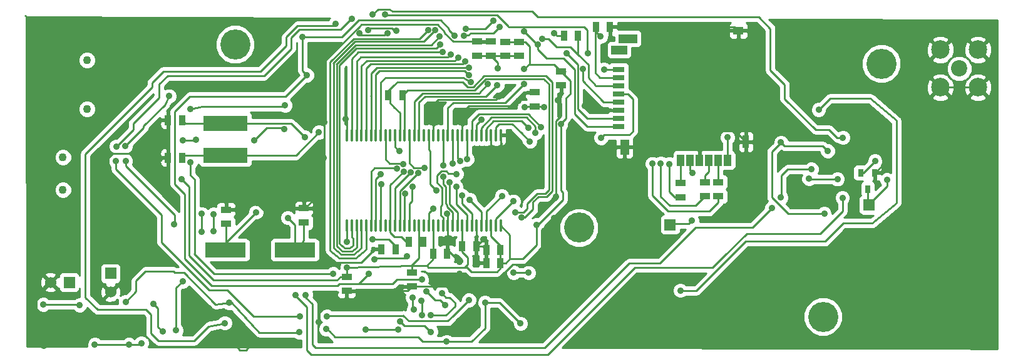
<source format=gbl>
G04 (created by PCBNEW (2013-07-07 BZR 4022)-stable) date 09/11/2014 09:40:27*
%MOIN*%
G04 Gerber Fmt 3.4, Leading zero omitted, Abs format*
%FSLAX34Y34*%
G01*
G70*
G90*
G04 APERTURE LIST*
%ADD10C,0.00590551*%
%ADD11R,0.0315X0.0394*%
%ADD12R,0.0590551X0.0590551*%
%ADD13C,0.0866142*%
%ADD14C,0.0984252*%
%ADD15R,0.055X0.035*%
%ADD16R,0.035X0.055*%
%ADD17R,0.0385827X0.0590551*%
%ADD18R,0.0629921X0.0314961*%
%ADD19R,0.0866142X0.0472441*%
%ADD20R,0.0984252X0.0472441*%
%ADD21R,0.0551181X0.0433071*%
%ADD22R,0.0334646X0.0688976*%
%ADD23R,0.0492126X0.0787402*%
%ADD24R,0.2165X0.0787*%
%ADD25C,0.0433071*%
%ADD26R,0.23622X0.0787402*%
%ADD27O,0.0106299X0.0708661*%
%ADD28R,0.06X0.06*%
%ADD29C,0.06*%
%ADD30C,0.16*%
%ADD31C,0.035*%
%ADD32C,0.01*%
G04 APERTURE END LIST*
G54D10*
G54D11*
X111045Y-68908D03*
X111420Y-68042D03*
X110670Y-68042D03*
G54D12*
X111110Y-69758D03*
X100530Y-70803D03*
G54D13*
X115922Y-62500D03*
G54D14*
X114922Y-63500D03*
X114922Y-61500D03*
X116922Y-61500D03*
X116922Y-63500D03*
G54D15*
X76890Y-70755D03*
X76890Y-70005D03*
X81030Y-70680D03*
X81030Y-69930D03*
G54D16*
X74545Y-65240D03*
X73795Y-65240D03*
X74545Y-67240D03*
X73795Y-67240D03*
X87385Y-71720D03*
X86635Y-71720D03*
G54D15*
X103100Y-69285D03*
X103100Y-68535D03*
X102390Y-69295D03*
X102390Y-68545D03*
X101090Y-69345D03*
X101090Y-68595D03*
G54D16*
X95635Y-60760D03*
X94885Y-60760D03*
X96585Y-60280D03*
X97335Y-60280D03*
G54D15*
X92470Y-61075D03*
X92470Y-61825D03*
X91750Y-61075D03*
X91750Y-61825D03*
X90250Y-61815D03*
X90250Y-61065D03*
X90970Y-61815D03*
X90970Y-61065D03*
X93315Y-64510D03*
X93315Y-63760D03*
X94725Y-62645D03*
X94725Y-63395D03*
G54D16*
X87915Y-72360D03*
X88665Y-72360D03*
X89465Y-71940D03*
X90215Y-71940D03*
X91500Y-72840D03*
X90750Y-72840D03*
G54D15*
X83310Y-73575D03*
X83310Y-74325D03*
X86770Y-73345D03*
X86770Y-74095D03*
G54D16*
X91500Y-72135D03*
X90750Y-72135D03*
X85535Y-63905D03*
X86285Y-63905D03*
X85905Y-72110D03*
X85155Y-72110D03*
G54D17*
X103596Y-67371D03*
X103096Y-67371D03*
X102596Y-67371D03*
X102096Y-67371D03*
X101596Y-67371D03*
X101096Y-67371D03*
G54D18*
X97781Y-62548D03*
X97781Y-62981D03*
X97781Y-63414D03*
X97781Y-63847D03*
X97781Y-64280D03*
X97781Y-64713D03*
X97781Y-65146D03*
X97781Y-65579D03*
G54D19*
X97820Y-61501D03*
G54D20*
X98292Y-60910D03*
G54D21*
X104165Y-60481D03*
G54D22*
X104562Y-66396D03*
G54D23*
X98105Y-66682D03*
G54D24*
X76845Y-72140D03*
X80545Y-72140D03*
G54D25*
X68203Y-68956D03*
X68203Y-67223D03*
G54D26*
X76848Y-65413D03*
X76848Y-67106D03*
G54D27*
X91514Y-70856D03*
X91258Y-70856D03*
X91002Y-70856D03*
X90746Y-70856D03*
X90490Y-70856D03*
X90234Y-70856D03*
X89979Y-70856D03*
X89723Y-70856D03*
X89467Y-70856D03*
X89211Y-70856D03*
X88955Y-70856D03*
X88699Y-70856D03*
X88443Y-70856D03*
X88187Y-70856D03*
X87931Y-70856D03*
X87675Y-70856D03*
X87420Y-70856D03*
X87164Y-70856D03*
X86908Y-70856D03*
X86652Y-70856D03*
X86396Y-70856D03*
X86140Y-70856D03*
X85884Y-70856D03*
X85628Y-70856D03*
X85372Y-70856D03*
X85116Y-70856D03*
X84860Y-70856D03*
X84605Y-70856D03*
X84349Y-70856D03*
X84093Y-70856D03*
X83837Y-70856D03*
X83581Y-70856D03*
X83325Y-70856D03*
X83325Y-66043D03*
X83581Y-66043D03*
X83837Y-66043D03*
X84093Y-66043D03*
X84349Y-66043D03*
X84605Y-66043D03*
X84860Y-66043D03*
X85116Y-66043D03*
X85372Y-66043D03*
X85628Y-66043D03*
X85884Y-66043D03*
X86140Y-66043D03*
X86396Y-66043D03*
X86652Y-66043D03*
X86908Y-66043D03*
X87164Y-66043D03*
X87420Y-66043D03*
X87675Y-66043D03*
X87931Y-66043D03*
X88187Y-66043D03*
X88443Y-66043D03*
X88699Y-66043D03*
X88955Y-66043D03*
X89211Y-66043D03*
X89467Y-66043D03*
X89723Y-66043D03*
X89979Y-66043D03*
X90234Y-66043D03*
X90490Y-66043D03*
X90746Y-66043D03*
X91002Y-66043D03*
X91258Y-66043D03*
X91514Y-66043D03*
G54D28*
X68540Y-73875D03*
G54D29*
X67540Y-73875D03*
G54D28*
X70740Y-73390D03*
G54D29*
X70740Y-74390D03*
G54D25*
X69488Y-62045D03*
X69488Y-64644D03*
G54D30*
X77370Y-61215D03*
X95685Y-70965D03*
X111780Y-62240D03*
X108675Y-75705D03*
G54D31*
X93415Y-70825D03*
X74520Y-68390D03*
X92745Y-63330D03*
X92755Y-62520D03*
X93820Y-64545D03*
X94710Y-65450D03*
X92770Y-64560D03*
X90500Y-65210D03*
X83330Y-73100D03*
X83320Y-71730D03*
X94360Y-60605D03*
X71540Y-74910D03*
X77040Y-74960D03*
X80780Y-76520D03*
X82210Y-76360D03*
X92565Y-76065D03*
X90675Y-74955D03*
X88635Y-77030D03*
X89065Y-60755D03*
X84490Y-73415D03*
X87305Y-73725D03*
X67160Y-75050D03*
X69090Y-75080D03*
X81195Y-62850D03*
X80950Y-60810D03*
X74125Y-70785D03*
X71540Y-67410D03*
X71520Y-66630D03*
X73860Y-63960D03*
X78260Y-77155D03*
X77350Y-75770D03*
X79020Y-63570D03*
X74330Y-63490D03*
X75160Y-62160D03*
X112010Y-65400D03*
X102050Y-64650D03*
X102110Y-62490D03*
X110110Y-64720D03*
X101625Y-60885D03*
X95821Y-67166D03*
X81810Y-76000D03*
X82150Y-72990D03*
X67185Y-77265D03*
X78975Y-72210D03*
X95990Y-64480D03*
X71360Y-69340D03*
X94340Y-70460D03*
X88640Y-70230D03*
X93560Y-67250D03*
X83250Y-65170D03*
X94460Y-69305D03*
X90575Y-71595D03*
X78505Y-69665D03*
X81570Y-69455D03*
X81520Y-68290D03*
X73365Y-67320D03*
X82095Y-67250D03*
X82710Y-61355D03*
X82105Y-65350D03*
X89325Y-72780D03*
X89320Y-73415D03*
X94550Y-64180D03*
X92460Y-64220D03*
X91430Y-63980D03*
X90820Y-63330D03*
X92200Y-73350D03*
X92990Y-73360D03*
X101720Y-68040D03*
X101680Y-70600D03*
X81075Y-66145D03*
X78490Y-70140D03*
X85940Y-60480D03*
X84465Y-60435D03*
X76820Y-76040D03*
X85470Y-60620D03*
X82730Y-60105D03*
X83995Y-60625D03*
X81830Y-65885D03*
X84700Y-71580D03*
X75000Y-67485D03*
X80030Y-64450D03*
X74975Y-64650D03*
X82590Y-73425D03*
X91105Y-59960D03*
X89645Y-60370D03*
X86805Y-74675D03*
X86870Y-75325D03*
X71050Y-66640D03*
X71030Y-67410D03*
X83575Y-59855D03*
X80810Y-75680D03*
X82260Y-75680D03*
X89815Y-74815D03*
X87565Y-74345D03*
X88555Y-75095D03*
X87270Y-74835D03*
X87305Y-75630D03*
X86050Y-76390D03*
X84310Y-76390D03*
X91440Y-60270D03*
X89565Y-60745D03*
X84780Y-72660D03*
X86525Y-72485D03*
X96860Y-66180D03*
X91350Y-62500D03*
X91320Y-63390D03*
X88410Y-61610D03*
X88440Y-67660D03*
X86110Y-66900D03*
X92980Y-65640D03*
X86730Y-68005D03*
X89150Y-68110D03*
X93365Y-65910D03*
X86315Y-67585D03*
X88280Y-61230D03*
X87120Y-68040D03*
X88075Y-68990D03*
X89345Y-67420D03*
X89725Y-67320D03*
X89815Y-62455D03*
X87640Y-60445D03*
X89620Y-62125D03*
X85995Y-67815D03*
X89915Y-63225D03*
X87460Y-67770D03*
X89260Y-61930D03*
X85120Y-68120D03*
X88955Y-67540D03*
X88850Y-61765D03*
X93060Y-66375D03*
X88265Y-60800D03*
X86415Y-69155D03*
X88450Y-68265D03*
X93660Y-65605D03*
X89805Y-62845D03*
X88025Y-60465D03*
X86820Y-68795D03*
X88795Y-68565D03*
X92180Y-69560D03*
X85160Y-68660D03*
X86345Y-67970D03*
X92300Y-70135D03*
X92745Y-60520D03*
X93470Y-61230D03*
X92615Y-70430D03*
X89140Y-68795D03*
X89455Y-69250D03*
X89865Y-69490D03*
X91575Y-69270D03*
X87915Y-69935D03*
X101080Y-74305D03*
X108440Y-64690D03*
X84680Y-59610D03*
X109730Y-66170D03*
X75280Y-66295D03*
X74570Y-66310D03*
X78370Y-66325D03*
X79990Y-65725D03*
X80170Y-70440D03*
X112080Y-68420D03*
X100030Y-67540D03*
X100490Y-67570D03*
X103590Y-66160D03*
X97018Y-62548D03*
X111440Y-67425D03*
X95010Y-61690D03*
X93715Y-60905D03*
X85350Y-59610D03*
X96150Y-61685D03*
X95880Y-62510D03*
X96815Y-60795D03*
X109440Y-68375D03*
X107925Y-68355D03*
X81125Y-74535D03*
X108050Y-67850D03*
X106435Y-69365D03*
X105950Y-69915D03*
X80590Y-74545D03*
X109705Y-69375D03*
X108740Y-70225D03*
X108925Y-66885D03*
X106435Y-66430D03*
X99590Y-67560D03*
X88370Y-74460D03*
X87800Y-75630D03*
X72385Y-77105D03*
X69900Y-77190D03*
X71720Y-77190D03*
X86150Y-75945D03*
X87780Y-76505D03*
X76220Y-71140D03*
X76230Y-70240D03*
X73030Y-75020D03*
X73510Y-76500D03*
X74230Y-76430D03*
X74570Y-73820D03*
X75570Y-71200D03*
X75600Y-70230D03*
G54D32*
X87385Y-71720D02*
X87380Y-71720D01*
X87380Y-71720D02*
X87164Y-71935D01*
X92470Y-61075D02*
X92805Y-61075D01*
X93060Y-61330D02*
X93060Y-62270D01*
X92805Y-61075D02*
X93060Y-61330D01*
X92470Y-61075D02*
X91750Y-61075D01*
X94710Y-65450D02*
X94710Y-65420D01*
X95230Y-63150D02*
X94725Y-62645D01*
X95230Y-63830D02*
X95230Y-63150D01*
X94980Y-64080D02*
X95230Y-63830D01*
X94980Y-65150D02*
X94980Y-64080D01*
X94710Y-65420D02*
X94980Y-65150D01*
X94710Y-68840D02*
X94710Y-68985D01*
X93485Y-70825D02*
X93415Y-70825D01*
X94810Y-69500D02*
X93485Y-70825D01*
X94810Y-69085D02*
X94810Y-69500D01*
X94710Y-68985D02*
X94810Y-69085D01*
X92000Y-72630D02*
X92670Y-72630D01*
X92670Y-72630D02*
X93415Y-71885D01*
X93415Y-71885D02*
X93415Y-70825D01*
X89715Y-73085D02*
X89730Y-73085D01*
X89580Y-73085D02*
X89715Y-73085D01*
X91500Y-73120D02*
X91500Y-72840D01*
X91310Y-73310D02*
X91500Y-73120D01*
X89955Y-73310D02*
X91310Y-73310D01*
X89730Y-73085D02*
X89955Y-73310D01*
X91500Y-72135D02*
X91500Y-72840D01*
X91500Y-72840D02*
X91790Y-72840D01*
X92000Y-71341D02*
X91514Y-70856D01*
X92000Y-72630D02*
X92000Y-71341D01*
X91790Y-72840D02*
X92000Y-72630D01*
X91500Y-72135D02*
X91500Y-71930D01*
X91002Y-71432D02*
X91002Y-70856D01*
X91500Y-71930D02*
X91002Y-71432D01*
X89465Y-71940D02*
X89465Y-72265D01*
X89745Y-72920D02*
X89580Y-73085D01*
X89745Y-72545D02*
X89745Y-72920D01*
X89465Y-72265D02*
X89745Y-72545D01*
X83310Y-73575D02*
X82975Y-73575D01*
X74520Y-68390D02*
X74930Y-68800D01*
X74930Y-68800D02*
X74930Y-72465D01*
X74930Y-72465D02*
X76210Y-73745D01*
X82165Y-73745D02*
X76210Y-73745D01*
X82180Y-73760D02*
X82165Y-73745D01*
X82790Y-73760D02*
X82180Y-73760D01*
X82975Y-73575D02*
X82790Y-73760D01*
X94725Y-62645D02*
X94955Y-62645D01*
X93780Y-62270D02*
X94350Y-62270D01*
X94350Y-62270D02*
X94725Y-62645D01*
X92265Y-63815D02*
X92265Y-63810D01*
X92265Y-63810D02*
X92745Y-63330D01*
X92755Y-62520D02*
X93005Y-62270D01*
X93005Y-62270D02*
X93060Y-62270D01*
X93060Y-62270D02*
X93780Y-62270D01*
X93780Y-62270D02*
X93795Y-62270D01*
X93315Y-64510D02*
X93785Y-64510D01*
X93785Y-64510D02*
X93820Y-64545D01*
X94710Y-68850D02*
X94710Y-68840D01*
X94710Y-68840D02*
X94710Y-65450D01*
X93315Y-64510D02*
X92820Y-64510D01*
X92820Y-64510D02*
X92770Y-64560D01*
X92770Y-64560D02*
X92820Y-64510D01*
X86770Y-73345D02*
X86770Y-73010D01*
X86770Y-73010D02*
X86750Y-72990D01*
X83310Y-73575D02*
X83310Y-73120D01*
X83310Y-73120D02*
X83330Y-73100D01*
X90234Y-65475D02*
X90500Y-65210D01*
X90234Y-65475D02*
X90234Y-66043D01*
X88699Y-66043D02*
X88699Y-64600D01*
X88975Y-64325D02*
X90385Y-64325D01*
X88699Y-64600D02*
X88975Y-64325D01*
X91755Y-64325D02*
X90385Y-64325D01*
X92270Y-63810D02*
X92265Y-63815D01*
X92265Y-63815D02*
X91755Y-64325D01*
X89467Y-70856D02*
X89467Y-72092D01*
X87665Y-73085D02*
X87570Y-72990D01*
X89580Y-73085D02*
X87665Y-73085D01*
X87931Y-70856D02*
X87931Y-72628D01*
X87570Y-72990D02*
X86750Y-72990D01*
X87931Y-72628D02*
X87570Y-72990D01*
X87164Y-70856D02*
X87164Y-71935D01*
X87164Y-71935D02*
X87164Y-72575D01*
X86750Y-72990D02*
X83330Y-73100D01*
X87164Y-72575D02*
X86750Y-72990D01*
X83325Y-70856D02*
X83325Y-71724D01*
X83330Y-73100D02*
X83340Y-73110D01*
X83325Y-71724D02*
X83320Y-71730D01*
X94515Y-60760D02*
X94885Y-60760D01*
X94360Y-60605D02*
X94515Y-60760D01*
X77040Y-74960D02*
X76330Y-75050D01*
X74070Y-73290D02*
X73090Y-73290D01*
X74140Y-73360D02*
X74070Y-73290D01*
X74640Y-73360D02*
X74140Y-73360D01*
X76330Y-75050D02*
X74640Y-73360D01*
X71540Y-74910D02*
X72090Y-74360D01*
X72090Y-74360D02*
X72090Y-73790D01*
X72090Y-73790D02*
X72590Y-73290D01*
X72590Y-73290D02*
X73090Y-73290D01*
X88635Y-77030D02*
X87350Y-77030D01*
X77170Y-74960D02*
X77040Y-74960D01*
X78660Y-76540D02*
X77170Y-74960D01*
X80760Y-76540D02*
X78660Y-76540D01*
X80780Y-76520D02*
X80760Y-76540D01*
X82410Y-76500D02*
X82210Y-76360D01*
X82695Y-76785D02*
X82410Y-76500D01*
X87105Y-76785D02*
X82695Y-76785D01*
X87350Y-77030D02*
X87105Y-76785D01*
X91455Y-74955D02*
X90675Y-74955D01*
X92565Y-76065D02*
X91455Y-74955D01*
X90675Y-75990D02*
X90675Y-76315D01*
X90675Y-75990D02*
X90675Y-74955D01*
X89960Y-77030D02*
X88635Y-77030D01*
X90675Y-76315D02*
X89960Y-77030D01*
X84720Y-59915D02*
X83950Y-59915D01*
X84720Y-59915D02*
X88310Y-59915D01*
X88310Y-59915D02*
X88765Y-60370D01*
X88765Y-60370D02*
X88765Y-60455D01*
X88765Y-60455D02*
X89065Y-60755D01*
X83055Y-60810D02*
X80950Y-60810D01*
X83950Y-59915D02*
X83055Y-60810D01*
X83950Y-73955D02*
X83945Y-73955D01*
X84490Y-73415D02*
X83950Y-73955D01*
X74160Y-68650D02*
X74160Y-64785D01*
X82925Y-73955D02*
X82835Y-74045D01*
X82835Y-74045D02*
X76110Y-74045D01*
X76110Y-74045D02*
X74680Y-72615D01*
X74680Y-72615D02*
X74680Y-69170D01*
X74680Y-69170D02*
X74160Y-68650D01*
X85750Y-73955D02*
X83945Y-73955D01*
X83945Y-73955D02*
X83375Y-73955D01*
X85980Y-73725D02*
X85750Y-73955D01*
X87305Y-73725D02*
X85980Y-73725D01*
X83375Y-73955D02*
X82925Y-73955D01*
X80055Y-63990D02*
X81195Y-62850D01*
X74955Y-63990D02*
X80055Y-63990D01*
X74160Y-64785D02*
X74955Y-63990D01*
X69060Y-75050D02*
X67160Y-75050D01*
X69090Y-75080D02*
X69060Y-75050D01*
X81195Y-62850D02*
X80950Y-62605D01*
X80950Y-62605D02*
X80950Y-62180D01*
X80950Y-62180D02*
X80950Y-60810D01*
X73640Y-64420D02*
X73640Y-64380D01*
X73640Y-64380D02*
X73860Y-63960D01*
X74125Y-70785D02*
X74140Y-70550D01*
X74140Y-70550D02*
X74140Y-70290D01*
X74140Y-70290D02*
X71540Y-67690D01*
X71540Y-67690D02*
X71540Y-67410D01*
X71520Y-66630D02*
X72500Y-65650D01*
X72500Y-65650D02*
X72500Y-65560D01*
X72500Y-65560D02*
X73640Y-64420D01*
X77940Y-77475D02*
X78260Y-77155D01*
X77625Y-77475D02*
X77940Y-77475D01*
X77345Y-77195D02*
X77625Y-77475D01*
X77345Y-75775D02*
X77345Y-77195D01*
X77350Y-75770D02*
X77345Y-75775D01*
X74480Y-63640D02*
X74330Y-63490D01*
X78950Y-63640D02*
X74480Y-63640D01*
X79020Y-63570D02*
X78950Y-63640D01*
X75160Y-62160D02*
X75270Y-62050D01*
X75270Y-62050D02*
X75270Y-61940D01*
X73795Y-64695D02*
X74330Y-64160D01*
X73795Y-65240D02*
X73795Y-64695D01*
X74330Y-64160D02*
X74330Y-63490D01*
X114922Y-63500D02*
X116922Y-63500D01*
X112010Y-65400D02*
X111975Y-65365D01*
X111975Y-65365D02*
X110755Y-65365D01*
X85155Y-72110D02*
X84770Y-72110D01*
X82330Y-72810D02*
X82150Y-72990D01*
X84070Y-72810D02*
X82330Y-72810D01*
X84770Y-72110D02*
X84070Y-72810D01*
X102250Y-64450D02*
X102050Y-64650D01*
X102250Y-62630D02*
X102250Y-64450D01*
X102110Y-62490D02*
X102250Y-62630D01*
X111420Y-68042D02*
X111448Y-68042D01*
X110760Y-65370D02*
X110755Y-65365D01*
X110755Y-65365D02*
X110110Y-64720D01*
X110760Y-65840D02*
X110760Y-65370D01*
X111890Y-66970D02*
X110760Y-65840D01*
X111890Y-67600D02*
X111890Y-66970D01*
X111448Y-68042D02*
X111890Y-67600D01*
X101020Y-60280D02*
X100960Y-60280D01*
X101625Y-60885D02*
X101020Y-60280D01*
X102250Y-66310D02*
X102540Y-66020D01*
X101912Y-66647D02*
X102250Y-66310D01*
X101912Y-66682D02*
X101912Y-66647D01*
X103975Y-65810D02*
X104562Y-66396D01*
X102740Y-65810D02*
X103975Y-65810D01*
X102540Y-66010D02*
X102740Y-65810D01*
X102540Y-66020D02*
X102540Y-66010D01*
X104475Y-66310D02*
X104562Y-66396D01*
X88535Y-60620D02*
X88535Y-60535D01*
X88980Y-61065D02*
X88535Y-60620D01*
X90250Y-61065D02*
X89400Y-61065D01*
X89400Y-61065D02*
X88980Y-61065D01*
X83970Y-60275D02*
X83970Y-60270D01*
X84080Y-60165D02*
X83970Y-60275D01*
X88165Y-60165D02*
X84080Y-60165D01*
X88535Y-60535D02*
X88165Y-60165D01*
X98960Y-60280D02*
X98980Y-60280D01*
X99050Y-66260D02*
X98627Y-66682D01*
X99050Y-63960D02*
X99050Y-66260D01*
X98730Y-63640D02*
X99050Y-63960D01*
X98730Y-62130D02*
X98730Y-63640D01*
X99350Y-61510D02*
X98730Y-62130D01*
X99350Y-60650D02*
X99350Y-61510D01*
X98980Y-60280D02*
X99350Y-60650D01*
X98105Y-66682D02*
X98627Y-66682D01*
X98627Y-66682D02*
X101912Y-66682D01*
X101912Y-66682D02*
X102096Y-66866D01*
X102096Y-66866D02*
X102096Y-67043D01*
X102096Y-67043D02*
X102096Y-67371D01*
X97335Y-60280D02*
X98960Y-60280D01*
X98960Y-60280D02*
X100960Y-60280D01*
X100960Y-60280D02*
X103963Y-60280D01*
X103963Y-60280D02*
X104165Y-60481D01*
X98105Y-66682D02*
X96305Y-66682D01*
X96305Y-66682D02*
X95821Y-67166D01*
X83310Y-74690D02*
X83310Y-74325D01*
X83100Y-74900D02*
X83310Y-74690D01*
X82350Y-74900D02*
X83100Y-74900D01*
X81860Y-75390D02*
X82350Y-74900D01*
X81860Y-75950D02*
X81860Y-75390D01*
X81810Y-76000D02*
X81860Y-75950D01*
X78975Y-72545D02*
X78975Y-72210D01*
X79310Y-72880D02*
X78975Y-72545D01*
X82040Y-72880D02*
X79310Y-72880D01*
X82150Y-72990D02*
X82040Y-72880D01*
X67385Y-73875D02*
X67540Y-73875D01*
X66770Y-74575D02*
X67385Y-73875D01*
X66770Y-76635D02*
X66770Y-74575D01*
X67185Y-77265D02*
X66770Y-76635D01*
X78990Y-70150D02*
X78505Y-69665D01*
X78990Y-72195D02*
X78990Y-70150D01*
X78975Y-72210D02*
X78990Y-72195D01*
X90970Y-61065D02*
X90250Y-61065D01*
X96253Y-64713D02*
X96223Y-64713D01*
X97781Y-64713D02*
X96253Y-64713D01*
X96223Y-64713D02*
X95990Y-64480D01*
X71360Y-69340D02*
X71360Y-68750D01*
X73055Y-67010D02*
X73365Y-67320D01*
X70860Y-67010D02*
X73055Y-67010D01*
X70580Y-67290D02*
X70860Y-67010D01*
X70580Y-67970D02*
X70580Y-67290D01*
X71360Y-68750D02*
X70580Y-67970D01*
X71360Y-69340D02*
X71360Y-73770D01*
X71360Y-73770D02*
X70740Y-74390D01*
X71325Y-69375D02*
X71360Y-69340D01*
X71360Y-69340D02*
X71380Y-69320D01*
X89515Y-73610D02*
X89320Y-73415D01*
X91450Y-73610D02*
X89515Y-73610D01*
X92150Y-72910D02*
X91450Y-73610D01*
X92810Y-72910D02*
X92150Y-72910D01*
X93700Y-72020D02*
X92810Y-72910D01*
X93700Y-71100D02*
X93700Y-72020D01*
X94340Y-70460D02*
X93700Y-71100D01*
X90750Y-72840D02*
X90750Y-72135D01*
X90750Y-72135D02*
X90555Y-71940D01*
X90555Y-71940D02*
X90215Y-71940D01*
X88699Y-70856D02*
X88699Y-70289D01*
X88699Y-70289D02*
X88640Y-70230D01*
X90215Y-71940D02*
X90215Y-70876D01*
X90215Y-70876D02*
X90234Y-70856D01*
X91514Y-66043D02*
X92183Y-66043D01*
X93390Y-67250D02*
X93560Y-67250D01*
X92183Y-66043D02*
X93390Y-67250D01*
X83325Y-66043D02*
X83325Y-65245D01*
X83325Y-65245D02*
X83250Y-65170D01*
X94450Y-69295D02*
X94450Y-68865D01*
X94460Y-69305D02*
X94450Y-69295D01*
X90230Y-71940D02*
X90215Y-71940D01*
X90575Y-71595D02*
X90230Y-71940D01*
X76890Y-70005D02*
X77735Y-70005D01*
X78075Y-69665D02*
X78505Y-69665D01*
X77735Y-70005D02*
X78075Y-69665D01*
X81030Y-69930D02*
X81095Y-69930D01*
X81095Y-69930D02*
X81570Y-69455D01*
X78715Y-69455D02*
X81570Y-69455D01*
X78505Y-69665D02*
X78715Y-69455D01*
X81520Y-69405D02*
X81520Y-68290D01*
X81570Y-69455D02*
X81520Y-69405D01*
X82095Y-67715D02*
X82095Y-67250D01*
X81520Y-68290D02*
X82095Y-67715D01*
X73445Y-67240D02*
X73795Y-67240D01*
X73365Y-67320D02*
X73445Y-67240D01*
X82105Y-67240D02*
X82105Y-65350D01*
X82095Y-67250D02*
X82105Y-67240D01*
X73795Y-67240D02*
X73795Y-65240D01*
X82805Y-61260D02*
X82980Y-61260D01*
X82710Y-61355D02*
X82805Y-61260D01*
X82200Y-62040D02*
X82980Y-61260D01*
X82980Y-61260D02*
X83970Y-60270D01*
X82200Y-65255D02*
X82200Y-62040D01*
X82105Y-65350D02*
X82200Y-65255D01*
X94725Y-63395D02*
X94725Y-64005D01*
X94725Y-64005D02*
X94550Y-64180D01*
X92460Y-64220D02*
X92460Y-64205D01*
X92905Y-63760D02*
X93315Y-63760D01*
X92460Y-64205D02*
X92905Y-63760D01*
X83310Y-74325D02*
X86540Y-74325D01*
X89320Y-73415D02*
X89320Y-73835D01*
X86540Y-74325D02*
X86775Y-74090D01*
X86775Y-74090D02*
X89065Y-74090D01*
X89065Y-74090D02*
X89320Y-73835D01*
X88699Y-72154D02*
X88699Y-70856D01*
X88699Y-72154D02*
X89325Y-72780D01*
X94730Y-64360D02*
X94550Y-64180D01*
X94450Y-68865D02*
X94450Y-65290D01*
X94450Y-65290D02*
X94730Y-65010D01*
X94730Y-65010D02*
X94730Y-64360D01*
X90390Y-64500D02*
X92180Y-64500D01*
X92180Y-64500D02*
X92460Y-64220D01*
X89467Y-66043D02*
X89467Y-64857D01*
X89825Y-64500D02*
X90390Y-64500D01*
X89467Y-64857D02*
X89825Y-64500D01*
X90400Y-64150D02*
X91260Y-64150D01*
X87931Y-64403D02*
X88185Y-64150D01*
X88185Y-64150D02*
X90400Y-64150D01*
X87931Y-65220D02*
X87931Y-64403D01*
X91260Y-64150D02*
X91430Y-63980D01*
X90375Y-63820D02*
X90375Y-63775D01*
X90375Y-63775D02*
X90820Y-63330D01*
X86908Y-65465D02*
X86908Y-64266D01*
X87355Y-63820D02*
X90375Y-63820D01*
X86908Y-64266D02*
X87355Y-63820D01*
X91002Y-66043D02*
X91002Y-66542D01*
X91514Y-66630D02*
X91514Y-66043D01*
X91360Y-66785D02*
X91514Y-66630D01*
X91245Y-66785D02*
X91360Y-66785D01*
X91002Y-66542D02*
X91245Y-66785D01*
X86908Y-66043D02*
X86908Y-65465D01*
X86908Y-65465D02*
X86908Y-65456D01*
X87931Y-65181D02*
X87931Y-65220D01*
X87931Y-65220D02*
X87931Y-66043D01*
X92980Y-73350D02*
X92200Y-73350D01*
X92990Y-73360D02*
X92980Y-73350D01*
X101120Y-70760D02*
X100573Y-70760D01*
X101596Y-67916D02*
X101720Y-68040D01*
X101680Y-70600D02*
X101520Y-70760D01*
X101520Y-70760D02*
X101120Y-70760D01*
X101596Y-67371D02*
X101596Y-67916D01*
X100573Y-70760D02*
X100530Y-70803D01*
X76848Y-65413D02*
X74718Y-65413D01*
X74718Y-65413D02*
X74545Y-65240D01*
X80343Y-65413D02*
X76848Y-65413D01*
X81075Y-66145D02*
X80343Y-65413D01*
X76890Y-70755D02*
X76890Y-72095D01*
X76890Y-72095D02*
X76845Y-72140D01*
X76845Y-71785D02*
X76845Y-72140D01*
X78490Y-70140D02*
X76845Y-71785D01*
X85940Y-60480D02*
X85840Y-60480D01*
X84555Y-60345D02*
X84465Y-60435D01*
X85705Y-60345D02*
X84555Y-60345D01*
X85840Y-60480D02*
X85705Y-60345D01*
X75960Y-76220D02*
X76820Y-76040D01*
X85470Y-60620D02*
X85420Y-60620D01*
X84090Y-60720D02*
X83995Y-60625D01*
X85320Y-60720D02*
X84090Y-60720D01*
X85420Y-60620D02*
X85320Y-60720D01*
X82320Y-60230D02*
X82605Y-60230D01*
X72940Y-63490D02*
X72940Y-63260D01*
X72940Y-63260D02*
X73540Y-62660D01*
X73540Y-62660D02*
X78705Y-62660D01*
X78705Y-62660D02*
X80095Y-61270D01*
X80095Y-61270D02*
X80095Y-60830D01*
X80095Y-60830D02*
X80695Y-60230D01*
X80695Y-60230D02*
X82320Y-60230D01*
X69390Y-74670D02*
X69390Y-67040D01*
X70050Y-75330D02*
X69390Y-74670D01*
X72625Y-75330D02*
X70050Y-75330D01*
X69390Y-67040D02*
X72940Y-63490D01*
X82605Y-60230D02*
X82730Y-60105D01*
X83995Y-60625D02*
X84000Y-60620D01*
X72880Y-75585D02*
X72625Y-75330D01*
X72880Y-76570D02*
X72880Y-75585D01*
X73290Y-76980D02*
X72880Y-76570D01*
X75200Y-76980D02*
X73290Y-76980D01*
X75960Y-76220D02*
X75200Y-76980D01*
X76848Y-67106D02*
X74678Y-67106D01*
X74678Y-67106D02*
X74545Y-67240D01*
X80608Y-67106D02*
X76848Y-67106D01*
X81830Y-65885D02*
X80608Y-67106D01*
X85905Y-72110D02*
X85905Y-71945D01*
X85540Y-71580D02*
X84700Y-71580D01*
X85905Y-71945D02*
X85540Y-71580D01*
X75217Y-72382D02*
X75217Y-68397D01*
X75000Y-68180D02*
X75000Y-67485D01*
X75217Y-68397D02*
X75000Y-68180D01*
X80030Y-64450D02*
X79970Y-64510D01*
X79970Y-64510D02*
X75630Y-64510D01*
X75630Y-64510D02*
X74975Y-64650D01*
X76260Y-73425D02*
X82590Y-73425D01*
X75175Y-72340D02*
X75217Y-72382D01*
X75217Y-72382D02*
X76260Y-73425D01*
X90685Y-60380D02*
X91105Y-59960D01*
X89655Y-60380D02*
X90180Y-60380D01*
X89645Y-60370D02*
X89655Y-60380D01*
X90180Y-60380D02*
X90685Y-60380D01*
X86805Y-75260D02*
X86805Y-74675D01*
X86870Y-75325D02*
X86805Y-75260D01*
X83460Y-59960D02*
X83470Y-59960D01*
X80340Y-61450D02*
X80340Y-60860D01*
X80340Y-60860D02*
X80770Y-60430D01*
X80770Y-60430D02*
X82990Y-60430D01*
X82990Y-60430D02*
X83460Y-59960D01*
X73770Y-62880D02*
X74580Y-62880D01*
X73320Y-63330D02*
X73770Y-62880D01*
X73320Y-64035D02*
X73320Y-63330D01*
X71940Y-65415D02*
X73320Y-64035D01*
X71940Y-65750D02*
X71940Y-65415D01*
X71050Y-66640D02*
X71940Y-65750D01*
X71030Y-67860D02*
X71030Y-67410D01*
X73460Y-70290D02*
X71030Y-67860D01*
X73460Y-71580D02*
X73460Y-70290D01*
X74580Y-62880D02*
X78910Y-62880D01*
X78910Y-62880D02*
X80340Y-61450D01*
X78350Y-75680D02*
X76950Y-74280D01*
X76950Y-74280D02*
X75990Y-74280D01*
X75990Y-74280D02*
X73460Y-71750D01*
X73460Y-71750D02*
X73460Y-71580D01*
X78350Y-75680D02*
X80810Y-75680D01*
X83470Y-59960D02*
X83575Y-59855D01*
X80810Y-75680D02*
X80760Y-75630D01*
X82300Y-75640D02*
X86320Y-75640D01*
X82260Y-75680D02*
X82300Y-75640D01*
X86320Y-75640D02*
X86335Y-75640D01*
X86320Y-75640D02*
X86310Y-75630D01*
X89815Y-74815D02*
X88990Y-75640D01*
X88700Y-75930D02*
X88990Y-75640D01*
X86625Y-75930D02*
X88700Y-75930D01*
X86335Y-75640D02*
X86625Y-75930D01*
X88035Y-74815D02*
X87565Y-74345D01*
X88555Y-75095D02*
X88275Y-74815D01*
X88275Y-74815D02*
X88035Y-74815D01*
X87270Y-74835D02*
X87305Y-74870D01*
X87305Y-74870D02*
X87305Y-75630D01*
X84310Y-76390D02*
X86050Y-76390D01*
X91105Y-60605D02*
X91440Y-60270D01*
X89915Y-60605D02*
X90195Y-60605D01*
X89790Y-60730D02*
X89915Y-60605D01*
X89580Y-60730D02*
X89790Y-60730D01*
X89565Y-60745D02*
X89580Y-60730D01*
X90195Y-60605D02*
X91105Y-60605D01*
X84870Y-72570D02*
X85190Y-72570D01*
X84780Y-72660D02*
X84870Y-72570D01*
X86525Y-72485D02*
X86440Y-72570D01*
X86440Y-72570D02*
X85190Y-72570D01*
X85190Y-72570D02*
X85145Y-72570D01*
X85145Y-72570D02*
X85140Y-72575D01*
X98365Y-66030D02*
X97010Y-66030D01*
X98277Y-63847D02*
X98550Y-64120D01*
X98550Y-64120D02*
X98550Y-65845D01*
X98550Y-65845D02*
X98365Y-66030D01*
X97781Y-63847D02*
X98277Y-63847D01*
X97010Y-66030D02*
X96860Y-66180D01*
X90970Y-61815D02*
X91740Y-61815D01*
X91740Y-61815D02*
X91750Y-61825D01*
X91350Y-62500D02*
X91350Y-62195D01*
X87164Y-64300D02*
X87485Y-63980D01*
X87485Y-63980D02*
X90385Y-63980D01*
X87164Y-66043D02*
X87164Y-64300D01*
X90730Y-63980D02*
X91320Y-63390D01*
X90385Y-63980D02*
X90730Y-63980D01*
X91350Y-62195D02*
X90970Y-61815D01*
X90250Y-61815D02*
X90970Y-61815D01*
X90970Y-61815D02*
X90980Y-61825D01*
X90980Y-61825D02*
X92470Y-61825D01*
X83581Y-61968D02*
X83581Y-66043D01*
X83930Y-61620D02*
X83581Y-61968D01*
X88400Y-61620D02*
X83930Y-61620D01*
X88410Y-61610D02*
X88400Y-61620D01*
X88443Y-67656D02*
X88443Y-66043D01*
X88440Y-67660D02*
X88443Y-67656D01*
X85884Y-66674D02*
X85884Y-66043D01*
X86110Y-66900D02*
X85884Y-66674D01*
X90746Y-66043D02*
X90746Y-65668D01*
X92620Y-65280D02*
X92980Y-65640D01*
X91135Y-65280D02*
X92620Y-65280D01*
X90746Y-65668D02*
X91135Y-65280D01*
X85884Y-68850D02*
X85884Y-70856D01*
X86730Y-68005D02*
X85884Y-68850D01*
X88443Y-70856D02*
X88443Y-70428D01*
X89110Y-68070D02*
X89150Y-68110D01*
X88725Y-68070D02*
X89110Y-68070D01*
X88610Y-67955D02*
X88725Y-68070D01*
X88340Y-67955D02*
X88610Y-67955D01*
X88110Y-68185D02*
X88340Y-67955D01*
X88110Y-68565D02*
X88110Y-68185D01*
X88380Y-68835D02*
X88110Y-68565D01*
X88380Y-69760D02*
X88380Y-68835D01*
X88325Y-69815D02*
X88380Y-69760D01*
X88325Y-70310D02*
X88325Y-69815D01*
X88443Y-70428D02*
X88325Y-70310D01*
X90490Y-66043D02*
X90490Y-65634D01*
X93365Y-65570D02*
X93365Y-65910D01*
X92895Y-65100D02*
X93365Y-65570D01*
X91025Y-65100D02*
X92895Y-65100D01*
X90490Y-65634D02*
X91025Y-65100D01*
X93365Y-65910D02*
X93270Y-65815D01*
X85372Y-67332D02*
X85372Y-66043D01*
X85590Y-67550D02*
X85372Y-67332D01*
X86280Y-67550D02*
X85590Y-67550D01*
X86315Y-67585D02*
X86280Y-67550D01*
X83581Y-70856D02*
X83581Y-71461D01*
X82930Y-71810D02*
X82930Y-62315D01*
X83220Y-72060D02*
X82930Y-71810D01*
X83465Y-72060D02*
X83220Y-72060D01*
X83660Y-71905D02*
X83465Y-72060D01*
X83660Y-71540D02*
X83660Y-71905D01*
X83581Y-71461D02*
X83660Y-71540D01*
X83835Y-61410D02*
X82930Y-62315D01*
X82930Y-62315D02*
X82920Y-62325D01*
X88100Y-61410D02*
X83835Y-61410D01*
X88280Y-61230D02*
X88100Y-61410D01*
X86140Y-69019D02*
X86140Y-70856D01*
X87120Y-68040D02*
X86140Y-69019D01*
X87740Y-67425D02*
X87740Y-68655D01*
X87675Y-66825D02*
X87740Y-66890D01*
X87740Y-66890D02*
X87740Y-67425D01*
X87675Y-66043D02*
X87675Y-66825D01*
X87740Y-68655D02*
X88075Y-68990D01*
X89211Y-67286D02*
X89211Y-66043D01*
X89345Y-67420D02*
X89211Y-67286D01*
X89723Y-66043D02*
X89723Y-67318D01*
X89723Y-67318D02*
X89725Y-67320D01*
X84940Y-62445D02*
X84905Y-62445D01*
X84905Y-62445D02*
X84605Y-62744D01*
X84605Y-63849D02*
X84605Y-63950D01*
X84605Y-62744D02*
X84605Y-63849D01*
X86070Y-62445D02*
X84940Y-62445D01*
X84600Y-63950D02*
X84605Y-63950D01*
X84605Y-63950D02*
X84605Y-66043D01*
X89805Y-62445D02*
X86070Y-62445D01*
X86070Y-62445D02*
X86010Y-62445D01*
X89815Y-62455D02*
X89805Y-62445D01*
X84349Y-70856D02*
X84349Y-72105D01*
X87640Y-60445D02*
X87170Y-60915D01*
X87170Y-60915D02*
X83675Y-60915D01*
X83675Y-60915D02*
X82430Y-62160D01*
X82430Y-72170D02*
X82430Y-62160D01*
X82930Y-72580D02*
X82430Y-72170D01*
X83785Y-72580D02*
X82930Y-72580D01*
X84349Y-72105D02*
X83785Y-72580D01*
X85900Y-62260D02*
X84570Y-62260D01*
X89620Y-62125D02*
X89500Y-62245D01*
X89500Y-62245D02*
X85900Y-62260D01*
X84349Y-66043D02*
X84349Y-63810D01*
X84349Y-62480D02*
X84349Y-63810D01*
X84570Y-62260D02*
X84349Y-62480D01*
X84605Y-67974D02*
X84605Y-70856D01*
X84780Y-67800D02*
X84605Y-67974D01*
X85980Y-67800D02*
X84780Y-67800D01*
X85995Y-67815D02*
X85980Y-67800D01*
X86160Y-62980D02*
X85370Y-62980D01*
X85120Y-64240D02*
X85116Y-64240D01*
X85120Y-63230D02*
X85120Y-64240D01*
X85370Y-62980D02*
X85120Y-63230D01*
X85116Y-63998D02*
X85116Y-64240D01*
X85116Y-64240D02*
X85116Y-66043D01*
X89505Y-62980D02*
X86160Y-62980D01*
X86160Y-62980D02*
X86135Y-62980D01*
X89915Y-63225D02*
X89505Y-62980D01*
X86650Y-66790D02*
X86652Y-66790D01*
X86650Y-67525D02*
X86650Y-66790D01*
X86895Y-67770D02*
X86650Y-67525D01*
X87185Y-67770D02*
X86895Y-67770D01*
X87460Y-67770D02*
X87185Y-67770D01*
X86652Y-66887D02*
X86652Y-66790D01*
X86652Y-66790D02*
X86652Y-66043D01*
X85810Y-62070D02*
X84390Y-62070D01*
X89260Y-61930D02*
X89050Y-62070D01*
X89050Y-62070D02*
X85810Y-62070D01*
X84093Y-66043D02*
X84093Y-63786D01*
X84093Y-62366D02*
X84093Y-63786D01*
X84390Y-62070D02*
X84093Y-62366D01*
X84860Y-70856D02*
X84860Y-68379D01*
X85120Y-68120D02*
X84930Y-68309D01*
X84860Y-68379D02*
X84930Y-68309D01*
X88955Y-67539D02*
X88955Y-66043D01*
X88955Y-67540D02*
X88955Y-67539D01*
X85730Y-61900D02*
X84060Y-61900D01*
X83837Y-63782D02*
X83837Y-66043D01*
X83837Y-62122D02*
X83837Y-63782D01*
X84060Y-61900D02*
X83837Y-62122D01*
X88700Y-61900D02*
X85730Y-61900D01*
X85730Y-61900D02*
X85720Y-61900D01*
X88850Y-61765D02*
X88700Y-61900D01*
X91258Y-66043D02*
X91258Y-65621D01*
X93060Y-66375D02*
X92615Y-65930D01*
X92130Y-65445D02*
X92615Y-65930D01*
X91435Y-65445D02*
X92130Y-65445D01*
X91258Y-65621D02*
X91435Y-65445D01*
X83837Y-70856D02*
X83837Y-72012D01*
X82775Y-71950D02*
X82775Y-62245D01*
X83095Y-72230D02*
X82775Y-71950D01*
X83580Y-72230D02*
X83095Y-72230D01*
X83837Y-72012D02*
X83580Y-72230D01*
X83785Y-61235D02*
X82775Y-62245D01*
X82775Y-62245D02*
X82760Y-62260D01*
X87830Y-61235D02*
X83785Y-61235D01*
X88265Y-60800D02*
X87830Y-61235D01*
X86396Y-69173D02*
X86396Y-70856D01*
X86415Y-69155D02*
X86396Y-69173D01*
X88450Y-68265D02*
X88450Y-68635D01*
X88450Y-68635D02*
X88585Y-68770D01*
X88585Y-68770D02*
X88585Y-69695D01*
X88585Y-69695D02*
X88650Y-69760D01*
X88650Y-69760D02*
X88650Y-69845D01*
X88650Y-69845D02*
X88955Y-70150D01*
X88955Y-70856D02*
X88955Y-70150D01*
X89979Y-65630D02*
X89979Y-65295D01*
X90680Y-64930D02*
X92985Y-64930D01*
X92985Y-64930D02*
X93660Y-65605D01*
X89979Y-65630D02*
X89979Y-66043D01*
X90345Y-64930D02*
X90680Y-64930D01*
X89979Y-65295D02*
X90345Y-64930D01*
X86120Y-62630D02*
X85060Y-62630D01*
X84860Y-63970D02*
X84860Y-63970D01*
X84860Y-62830D02*
X84860Y-63970D01*
X85060Y-62630D02*
X84860Y-62830D01*
X84860Y-63864D02*
X84860Y-63970D01*
X84860Y-63970D02*
X84860Y-66043D01*
X89575Y-62630D02*
X86120Y-62630D01*
X86120Y-62630D02*
X86095Y-62630D01*
X89805Y-62845D02*
X89575Y-62630D01*
X84093Y-70856D02*
X84093Y-72056D01*
X82610Y-72050D02*
X82610Y-62195D01*
X83025Y-72395D02*
X82610Y-72050D01*
X83685Y-72395D02*
X83025Y-72395D01*
X84093Y-72056D02*
X83685Y-72395D01*
X83745Y-61060D02*
X82610Y-62195D01*
X82610Y-62195D02*
X82600Y-62205D01*
X87430Y-61060D02*
X83745Y-61060D01*
X88025Y-60465D02*
X87430Y-61060D01*
X86652Y-69677D02*
X86652Y-70856D01*
X86795Y-69535D02*
X86652Y-69677D01*
X86795Y-68820D02*
X86795Y-69535D01*
X86820Y-68795D02*
X86795Y-68820D01*
X89211Y-70856D02*
X89211Y-70136D01*
X88795Y-69720D02*
X88795Y-68565D01*
X89211Y-70136D02*
X88795Y-69720D01*
X91258Y-70856D02*
X91258Y-70481D01*
X91258Y-70481D02*
X92180Y-69560D01*
X85116Y-68703D02*
X85116Y-70856D01*
X85160Y-68660D02*
X85116Y-68703D01*
X86635Y-71720D02*
X86500Y-71720D01*
X85628Y-71228D02*
X85628Y-70856D01*
X85840Y-71440D02*
X85628Y-71228D01*
X86220Y-71440D02*
X85840Y-71440D01*
X86500Y-71720D02*
X86220Y-71440D01*
X85628Y-68686D02*
X85628Y-70856D01*
X86345Y-67970D02*
X85628Y-68686D01*
X93825Y-63055D02*
X93825Y-63075D01*
X94080Y-68955D02*
X93870Y-69165D01*
X94080Y-63330D02*
X94080Y-68955D01*
X93825Y-63075D02*
X94080Y-63330D01*
X87675Y-63650D02*
X90115Y-63650D01*
X86285Y-63905D02*
X86540Y-63650D01*
X92915Y-69895D02*
X92915Y-69945D01*
X92915Y-69945D02*
X92725Y-70135D01*
X92725Y-70135D02*
X92300Y-70135D01*
X92915Y-69690D02*
X92915Y-69895D01*
X93440Y-69165D02*
X92915Y-69690D01*
X93870Y-69165D02*
X93440Y-69165D01*
X87675Y-63650D02*
X86540Y-63650D01*
X90710Y-63055D02*
X93825Y-63055D01*
X93825Y-63055D02*
X93835Y-63055D01*
X90115Y-63650D02*
X90710Y-63055D01*
X86396Y-64665D02*
X86396Y-64016D01*
X86396Y-64016D02*
X86285Y-63905D01*
X86396Y-66043D02*
X86396Y-64665D01*
X86396Y-64665D02*
X86396Y-64653D01*
X93455Y-61230D02*
X92745Y-60520D01*
X93455Y-61230D02*
X93470Y-61230D01*
X95450Y-62740D02*
X95450Y-62550D01*
X93470Y-61470D02*
X93470Y-61230D01*
X93950Y-61950D02*
X93470Y-61470D01*
X94850Y-61950D02*
X93950Y-61950D01*
X95450Y-62550D02*
X94850Y-61950D01*
X97781Y-65579D02*
X96109Y-65579D01*
X95450Y-64920D02*
X95450Y-62740D01*
X95450Y-62740D02*
X95450Y-62690D01*
X96109Y-65579D02*
X95450Y-64920D01*
X93900Y-62900D02*
X93920Y-62900D01*
X94250Y-69010D02*
X93950Y-69310D01*
X94250Y-63230D02*
X94250Y-69010D01*
X93920Y-62900D02*
X94250Y-63230D01*
X89750Y-63490D02*
X90040Y-63490D01*
X85835Y-63385D02*
X86005Y-63215D01*
X86005Y-63215D02*
X89475Y-63215D01*
X89475Y-63215D02*
X89750Y-63490D01*
X93970Y-69310D02*
X93950Y-69310D01*
X93950Y-69310D02*
X93510Y-69310D01*
X92790Y-70430D02*
X92615Y-70430D01*
X93230Y-69990D02*
X92790Y-70430D01*
X93230Y-69590D02*
X93230Y-69990D01*
X93510Y-69310D02*
X93230Y-69590D01*
X90630Y-62900D02*
X93900Y-62900D01*
X93900Y-62900D02*
X93935Y-62900D01*
X90040Y-63490D02*
X90630Y-62900D01*
X85835Y-63385D02*
X85835Y-63395D01*
X85535Y-63695D02*
X85535Y-63905D01*
X85835Y-63395D02*
X85535Y-63695D01*
X85830Y-64535D02*
X85605Y-64310D01*
X85605Y-64310D02*
X85605Y-63975D01*
X85605Y-63975D02*
X85535Y-63905D01*
X86140Y-66043D02*
X86140Y-64845D01*
X86140Y-64845D02*
X85830Y-64535D01*
X85830Y-63390D02*
X85835Y-63385D01*
X89723Y-70856D02*
X89723Y-70293D01*
X89140Y-69710D02*
X89140Y-68795D01*
X89723Y-70293D02*
X89140Y-69710D01*
X89979Y-70856D02*
X89979Y-70209D01*
X89455Y-69685D02*
X89455Y-69250D01*
X89979Y-70209D02*
X89455Y-69685D01*
X90490Y-70115D02*
X90490Y-70856D01*
X89865Y-69490D02*
X90490Y-70115D01*
X90746Y-70098D02*
X90746Y-70856D01*
X91575Y-69270D02*
X90746Y-70098D01*
X87675Y-70856D02*
X87675Y-70174D01*
X87675Y-70174D02*
X87915Y-69935D01*
X101935Y-74305D02*
X101080Y-74305D01*
X104550Y-71690D02*
X101935Y-74305D01*
X108780Y-71690D02*
X104550Y-71690D01*
X109740Y-70730D02*
X108780Y-71690D01*
X111300Y-70730D02*
X109740Y-70730D01*
X112575Y-69645D02*
X111300Y-70730D01*
X112575Y-65265D02*
X112575Y-69645D01*
X111190Y-64090D02*
X112575Y-65265D01*
X109040Y-64090D02*
X111190Y-64090D01*
X108440Y-64690D02*
X109040Y-64090D01*
X109730Y-66170D02*
X109420Y-66170D01*
X106630Y-64110D02*
X106630Y-63360D01*
X108270Y-65750D02*
X106630Y-64110D01*
X109000Y-65750D02*
X108270Y-65750D01*
X109420Y-66170D02*
X109000Y-65750D01*
X105865Y-62595D02*
X106630Y-63360D01*
X105865Y-60370D02*
X105865Y-62595D01*
X105255Y-59760D02*
X105865Y-60370D01*
X93480Y-59760D02*
X105255Y-59760D01*
X93170Y-59450D02*
X93480Y-59760D01*
X85765Y-59450D02*
X93170Y-59450D01*
X85595Y-59340D02*
X85765Y-59450D01*
X85000Y-59340D02*
X85595Y-59340D01*
X84680Y-59610D02*
X85000Y-59340D01*
X75280Y-66295D02*
X75265Y-66310D01*
X75265Y-66310D02*
X74570Y-66310D01*
X79040Y-65655D02*
X78370Y-66325D01*
X79920Y-65655D02*
X79040Y-65655D01*
X79990Y-65725D02*
X79920Y-65655D01*
X81030Y-70680D02*
X81030Y-71655D01*
X81030Y-71655D02*
X80545Y-72140D01*
X80545Y-70815D02*
X80545Y-72140D01*
X80170Y-70440D02*
X80545Y-70815D01*
X111110Y-69758D02*
X111110Y-69730D01*
X112080Y-68760D02*
X112080Y-68420D01*
X111110Y-69730D02*
X112080Y-68760D01*
X111045Y-68908D02*
X111045Y-69693D01*
X111045Y-69693D02*
X111110Y-69758D01*
X101090Y-68595D02*
X101090Y-67377D01*
X101090Y-67377D02*
X101096Y-67371D01*
X103100Y-68535D02*
X103100Y-67375D01*
X103100Y-67375D02*
X103096Y-67371D01*
X101885Y-69800D02*
X102390Y-69295D01*
X100520Y-69800D02*
X101885Y-69800D01*
X100030Y-69310D02*
X100520Y-69800D01*
X100030Y-67540D02*
X100030Y-69310D01*
X102390Y-68545D02*
X102390Y-68180D01*
X102596Y-67973D02*
X102596Y-67371D01*
X102390Y-68180D02*
X102596Y-67973D01*
X101090Y-69345D02*
X100800Y-69345D01*
X100490Y-69035D02*
X100490Y-67570D01*
X100800Y-69345D02*
X100490Y-69035D01*
X103596Y-67371D02*
X103596Y-66166D01*
X103596Y-66166D02*
X103590Y-66160D01*
X97018Y-62548D02*
X97781Y-62548D01*
X110823Y-68042D02*
X110670Y-68042D01*
X111440Y-67425D02*
X110823Y-68042D01*
X95610Y-62420D02*
X95610Y-62290D01*
X96116Y-65146D02*
X95610Y-64640D01*
X95610Y-64640D02*
X95610Y-62420D01*
X97781Y-65146D02*
X96116Y-65146D01*
X95610Y-62290D02*
X95010Y-61690D01*
X93725Y-60915D02*
X93715Y-60905D01*
X94495Y-61345D02*
X94065Y-60915D01*
X95635Y-61765D02*
X95220Y-61350D01*
X95220Y-61350D02*
X94495Y-61350D01*
X94495Y-61350D02*
X94495Y-61345D01*
X94065Y-60915D02*
X93725Y-60915D01*
X96170Y-63000D02*
X96170Y-62300D01*
X96554Y-63384D02*
X96170Y-63000D01*
X97781Y-63414D02*
X96554Y-63414D01*
X96554Y-63414D02*
X96554Y-63384D01*
X95635Y-61765D02*
X95635Y-60760D01*
X96170Y-62300D02*
X95635Y-61765D01*
X91320Y-59660D02*
X91915Y-60255D01*
X85400Y-59660D02*
X91320Y-59660D01*
X85350Y-59610D02*
X85400Y-59660D01*
X97781Y-64280D02*
X96995Y-64280D01*
X91930Y-60270D02*
X91915Y-60255D01*
X95960Y-60270D02*
X91930Y-60270D01*
X96130Y-60440D02*
X95960Y-60270D01*
X96130Y-61665D02*
X96130Y-60440D01*
X96150Y-61685D02*
X96130Y-61665D01*
X95880Y-63165D02*
X95880Y-62510D01*
X96995Y-64280D02*
X95880Y-63165D01*
X96585Y-60565D02*
X96815Y-60795D01*
X96585Y-60565D02*
X96585Y-60280D01*
X96550Y-61690D02*
X96550Y-60315D01*
X96801Y-62971D02*
X96550Y-62720D01*
X96550Y-62720D02*
X96550Y-61690D01*
X97781Y-62981D02*
X96801Y-62981D01*
X96801Y-62981D02*
X96801Y-62971D01*
X96550Y-60315D02*
X96585Y-60280D01*
X107945Y-68375D02*
X109440Y-68375D01*
X107925Y-68355D02*
X107945Y-68375D01*
X90210Y-77355D02*
X93855Y-77355D01*
X93855Y-77355D02*
X98355Y-72855D01*
X98355Y-72855D02*
X99995Y-72855D01*
X99995Y-72855D02*
X101195Y-71655D01*
X104875Y-70950D02*
X104915Y-70950D01*
X104915Y-70950D02*
X105740Y-70125D01*
X101195Y-71655D02*
X101900Y-70950D01*
X101900Y-70950D02*
X104875Y-70950D01*
X106785Y-67850D02*
X108050Y-67850D01*
X106465Y-68170D02*
X106785Y-67850D01*
X106465Y-69335D02*
X106465Y-68170D01*
X106435Y-69365D02*
X106465Y-69335D01*
X105740Y-70125D02*
X105950Y-69915D01*
X90210Y-77355D02*
X89730Y-77355D01*
X81470Y-75390D02*
X81470Y-77180D01*
X81470Y-77180D02*
X81645Y-77355D01*
X81645Y-77355D02*
X89730Y-77355D01*
X81125Y-74535D02*
X81125Y-74685D01*
X81470Y-75030D02*
X81470Y-75390D01*
X81125Y-74685D02*
X81470Y-75030D01*
X81125Y-74535D02*
X81135Y-74545D01*
X90510Y-77705D02*
X94015Y-77705D01*
X94015Y-77705D02*
X98645Y-73075D01*
X98645Y-73075D02*
X102800Y-73075D01*
X103380Y-72495D02*
X103380Y-72500D01*
X102800Y-73075D02*
X103380Y-72495D01*
X90340Y-77705D02*
X90510Y-77705D01*
X103380Y-72500D02*
X104610Y-71270D01*
X104610Y-71270D02*
X108530Y-71270D01*
X108530Y-71270D02*
X109705Y-70095D01*
X109705Y-70095D02*
X109705Y-69375D01*
X103325Y-72555D02*
X103380Y-72500D01*
X81190Y-75310D02*
X81190Y-77480D01*
X80590Y-74580D02*
X81190Y-75180D01*
X81190Y-75180D02*
X81190Y-75310D01*
X80590Y-74545D02*
X80590Y-74580D01*
X81415Y-77705D02*
X90340Y-77705D01*
X81190Y-77480D02*
X81415Y-77705D01*
X80590Y-74545D02*
X80575Y-74560D01*
X106435Y-66430D02*
X106435Y-66440D01*
X106810Y-70210D02*
X106220Y-69620D01*
X108725Y-70210D02*
X106810Y-70210D01*
X108740Y-70225D02*
X108725Y-70210D01*
X105945Y-69345D02*
X106220Y-69620D01*
X105945Y-66930D02*
X105945Y-69345D01*
X106435Y-66440D02*
X105945Y-66930D01*
X106630Y-66625D02*
X106435Y-66430D01*
X108665Y-66625D02*
X106630Y-66625D01*
X108925Y-66885D02*
X108665Y-66625D01*
X103100Y-69285D02*
X103100Y-69610D01*
X99590Y-69260D02*
X99590Y-67560D01*
X100430Y-70100D02*
X99590Y-69260D01*
X102610Y-70100D02*
X100430Y-70100D01*
X103100Y-69610D02*
X102610Y-70100D01*
X88370Y-74460D02*
X88580Y-74670D01*
X88580Y-74670D02*
X88780Y-74670D01*
X88780Y-74670D02*
X89070Y-74960D01*
X89070Y-74960D02*
X89070Y-75135D01*
X89070Y-75135D02*
X88575Y-75630D01*
X88575Y-75630D02*
X87800Y-75630D01*
X72385Y-77105D02*
X72300Y-77190D01*
X72300Y-77190D02*
X71720Y-77190D01*
X71720Y-77190D02*
X69900Y-77190D01*
X86395Y-76190D02*
X86150Y-75945D01*
X87465Y-76190D02*
X86395Y-76190D01*
X87780Y-76505D02*
X87465Y-76190D01*
X76220Y-70250D02*
X76220Y-71140D01*
X76230Y-70240D02*
X76220Y-70250D01*
X73260Y-75250D02*
X73030Y-75020D01*
X73260Y-76250D02*
X73260Y-75250D01*
X73510Y-76500D02*
X73260Y-76250D01*
X74230Y-74160D02*
X74230Y-76430D01*
X74570Y-73820D02*
X74230Y-74160D01*
X75570Y-70260D02*
X75570Y-71200D01*
X75600Y-70230D02*
X75570Y-70260D01*
G54D10*
G36*
X66205Y-59700D02*
X66200Y-59700D01*
X66205Y-59700D01*
X66205Y-59700D01*
X66205Y-59700D01*
G37*
G54D32*
X66205Y-59700D02*
X66200Y-59700D01*
X66205Y-59700D01*
X66205Y-59700D01*
G54D10*
G36*
X74345Y-73060D02*
X74255Y-73060D01*
X74184Y-73012D01*
X74070Y-72990D01*
X73090Y-72990D01*
X72590Y-72990D01*
X72475Y-73012D01*
X72377Y-73077D01*
X71877Y-73577D01*
X71812Y-73675D01*
X71790Y-73790D01*
X71790Y-74235D01*
X71540Y-74485D01*
X71455Y-74484D01*
X71299Y-74549D01*
X71249Y-74599D01*
X71294Y-74471D01*
X71290Y-74377D01*
X71290Y-73640D01*
X71290Y-73040D01*
X71252Y-72948D01*
X71181Y-72878D01*
X71089Y-72840D01*
X70990Y-72839D01*
X70390Y-72839D01*
X70298Y-72877D01*
X70228Y-72948D01*
X70190Y-73040D01*
X70189Y-73139D01*
X70189Y-73739D01*
X70227Y-73831D01*
X70298Y-73901D01*
X70390Y-73939D01*
X70443Y-73940D01*
X70424Y-74004D01*
X70740Y-74319D01*
X71055Y-74004D01*
X71036Y-73940D01*
X71089Y-73940D01*
X71181Y-73902D01*
X71251Y-73831D01*
X71289Y-73739D01*
X71290Y-73640D01*
X71290Y-74377D01*
X71283Y-74253D01*
X71221Y-74102D01*
X71125Y-74074D01*
X70810Y-74390D01*
X70816Y-74395D01*
X70745Y-74466D01*
X70740Y-74460D01*
X70669Y-74531D01*
X70669Y-74390D01*
X70354Y-74074D01*
X70258Y-74102D01*
X70185Y-74308D01*
X70196Y-74526D01*
X70258Y-74677D01*
X70354Y-74705D01*
X70669Y-74390D01*
X70669Y-74531D01*
X70424Y-74775D01*
X70452Y-74871D01*
X70658Y-74944D01*
X70876Y-74933D01*
X71027Y-74871D01*
X71055Y-74775D01*
X71055Y-74775D01*
X71100Y-74821D01*
X71128Y-74793D01*
X71115Y-74825D01*
X71114Y-74994D01*
X71129Y-75030D01*
X71055Y-75030D01*
X70174Y-75030D01*
X69690Y-74545D01*
X69690Y-67164D01*
X73020Y-63834D01*
X73020Y-63910D01*
X71727Y-65202D01*
X71662Y-65300D01*
X71640Y-65415D01*
X71640Y-65625D01*
X71050Y-66215D01*
X70965Y-66214D01*
X70809Y-66279D01*
X70689Y-66398D01*
X70625Y-66555D01*
X70624Y-66724D01*
X70689Y-66880D01*
X70808Y-67000D01*
X70858Y-67020D01*
X70789Y-67049D01*
X70669Y-67168D01*
X70605Y-67325D01*
X70604Y-67494D01*
X70669Y-67650D01*
X70730Y-67711D01*
X70730Y-67860D01*
X70752Y-67974D01*
X70817Y-68072D01*
X73160Y-70414D01*
X73160Y-71580D01*
X73160Y-71750D01*
X73182Y-71864D01*
X73247Y-71962D01*
X74345Y-73060D01*
X74345Y-73060D01*
G37*
G54D32*
X74345Y-73060D02*
X74255Y-73060D01*
X74184Y-73012D01*
X74070Y-72990D01*
X73090Y-72990D01*
X72590Y-72990D01*
X72475Y-73012D01*
X72377Y-73077D01*
X71877Y-73577D01*
X71812Y-73675D01*
X71790Y-73790D01*
X71790Y-74235D01*
X71540Y-74485D01*
X71455Y-74484D01*
X71299Y-74549D01*
X71249Y-74599D01*
X71294Y-74471D01*
X71290Y-74377D01*
X71290Y-73640D01*
X71290Y-73040D01*
X71252Y-72948D01*
X71181Y-72878D01*
X71089Y-72840D01*
X70990Y-72839D01*
X70390Y-72839D01*
X70298Y-72877D01*
X70228Y-72948D01*
X70190Y-73040D01*
X70189Y-73139D01*
X70189Y-73739D01*
X70227Y-73831D01*
X70298Y-73901D01*
X70390Y-73939D01*
X70443Y-73940D01*
X70424Y-74004D01*
X70740Y-74319D01*
X71055Y-74004D01*
X71036Y-73940D01*
X71089Y-73940D01*
X71181Y-73902D01*
X71251Y-73831D01*
X71289Y-73739D01*
X71290Y-73640D01*
X71290Y-74377D01*
X71283Y-74253D01*
X71221Y-74102D01*
X71125Y-74074D01*
X70810Y-74390D01*
X70816Y-74395D01*
X70745Y-74466D01*
X70740Y-74460D01*
X70669Y-74531D01*
X70669Y-74390D01*
X70354Y-74074D01*
X70258Y-74102D01*
X70185Y-74308D01*
X70196Y-74526D01*
X70258Y-74677D01*
X70354Y-74705D01*
X70669Y-74390D01*
X70669Y-74531D01*
X70424Y-74775D01*
X70452Y-74871D01*
X70658Y-74944D01*
X70876Y-74933D01*
X71027Y-74871D01*
X71055Y-74775D01*
X71055Y-74775D01*
X71100Y-74821D01*
X71128Y-74793D01*
X71115Y-74825D01*
X71114Y-74994D01*
X71129Y-75030D01*
X71055Y-75030D01*
X70174Y-75030D01*
X69690Y-74545D01*
X69690Y-67164D01*
X73020Y-63834D01*
X73020Y-63910D01*
X71727Y-65202D01*
X71662Y-65300D01*
X71640Y-65415D01*
X71640Y-65625D01*
X71050Y-66215D01*
X70965Y-66214D01*
X70809Y-66279D01*
X70689Y-66398D01*
X70625Y-66555D01*
X70624Y-66724D01*
X70689Y-66880D01*
X70808Y-67000D01*
X70858Y-67020D01*
X70789Y-67049D01*
X70669Y-67168D01*
X70605Y-67325D01*
X70604Y-67494D01*
X70669Y-67650D01*
X70730Y-67711D01*
X70730Y-67860D01*
X70752Y-67974D01*
X70817Y-68072D01*
X73160Y-70414D01*
X73160Y-71580D01*
X73160Y-71750D01*
X73182Y-71864D01*
X73247Y-71962D01*
X74345Y-73060D01*
G54D10*
G36*
X80770Y-62849D02*
X80769Y-62850D01*
X79930Y-63690D01*
X74955Y-63690D01*
X74840Y-63712D01*
X74742Y-63777D01*
X73947Y-64572D01*
X73882Y-64670D01*
X73865Y-64756D01*
X73845Y-64777D01*
X73845Y-65190D01*
X73852Y-65190D01*
X73852Y-65290D01*
X73845Y-65290D01*
X73845Y-65702D01*
X73860Y-65717D01*
X73860Y-66762D01*
X73845Y-66777D01*
X73845Y-67190D01*
X73852Y-67190D01*
X73852Y-67290D01*
X73845Y-67290D01*
X73845Y-67702D01*
X73860Y-67717D01*
X73860Y-68650D01*
X73882Y-68764D01*
X73947Y-68862D01*
X74380Y-69294D01*
X74380Y-70119D01*
X74352Y-70077D01*
X74352Y-70077D01*
X73745Y-69470D01*
X73745Y-67702D01*
X73745Y-67290D01*
X73745Y-67190D01*
X73745Y-66777D01*
X73745Y-65702D01*
X73745Y-65290D01*
X73432Y-65290D01*
X73370Y-65352D01*
X73369Y-65465D01*
X73370Y-65564D01*
X73408Y-65656D01*
X73478Y-65727D01*
X73570Y-65765D01*
X73682Y-65765D01*
X73745Y-65702D01*
X73745Y-66777D01*
X73682Y-66715D01*
X73570Y-66714D01*
X73478Y-66752D01*
X73408Y-66823D01*
X73370Y-66915D01*
X73369Y-67014D01*
X73370Y-67127D01*
X73432Y-67190D01*
X73745Y-67190D01*
X73745Y-67290D01*
X73432Y-67290D01*
X73370Y-67352D01*
X73369Y-67465D01*
X73370Y-67564D01*
X73408Y-67656D01*
X73478Y-67727D01*
X73570Y-67765D01*
X73682Y-67765D01*
X73745Y-67702D01*
X73745Y-69470D01*
X71907Y-67633D01*
X71964Y-67494D01*
X71965Y-67325D01*
X71900Y-67169D01*
X71781Y-67049D01*
X71699Y-67015D01*
X71760Y-66990D01*
X71880Y-66871D01*
X71944Y-66714D01*
X71945Y-66629D01*
X72712Y-65862D01*
X72712Y-65862D01*
X72777Y-65764D01*
X72791Y-65692D01*
X72791Y-65692D01*
X73369Y-65114D01*
X73370Y-65127D01*
X73432Y-65190D01*
X73745Y-65190D01*
X73745Y-64777D01*
X73725Y-64758D01*
X73852Y-64632D01*
X73852Y-64632D01*
X73917Y-64534D01*
X73929Y-64474D01*
X73929Y-64474D01*
X73984Y-64368D01*
X74100Y-64320D01*
X74220Y-64201D01*
X74284Y-64044D01*
X74285Y-63875D01*
X74220Y-63719D01*
X74101Y-63599D01*
X73944Y-63535D01*
X73775Y-63534D01*
X73620Y-63599D01*
X73620Y-63454D01*
X73894Y-63180D01*
X74580Y-63180D01*
X78910Y-63180D01*
X78910Y-63179D01*
X79024Y-63157D01*
X79024Y-63157D01*
X79122Y-63092D01*
X80552Y-61662D01*
X80552Y-61662D01*
X80617Y-61564D01*
X80639Y-61450D01*
X80640Y-61450D01*
X80640Y-61101D01*
X80650Y-61111D01*
X80650Y-62180D01*
X80650Y-62605D01*
X80672Y-62719D01*
X80737Y-62817D01*
X80770Y-62849D01*
X80770Y-62849D01*
G37*
G54D32*
X80770Y-62849D02*
X80769Y-62850D01*
X79930Y-63690D01*
X74955Y-63690D01*
X74840Y-63712D01*
X74742Y-63777D01*
X73947Y-64572D01*
X73882Y-64670D01*
X73865Y-64756D01*
X73845Y-64777D01*
X73845Y-65190D01*
X73852Y-65190D01*
X73852Y-65290D01*
X73845Y-65290D01*
X73845Y-65702D01*
X73860Y-65717D01*
X73860Y-66762D01*
X73845Y-66777D01*
X73845Y-67190D01*
X73852Y-67190D01*
X73852Y-67290D01*
X73845Y-67290D01*
X73845Y-67702D01*
X73860Y-67717D01*
X73860Y-68650D01*
X73882Y-68764D01*
X73947Y-68862D01*
X74380Y-69294D01*
X74380Y-70119D01*
X74352Y-70077D01*
X74352Y-70077D01*
X73745Y-69470D01*
X73745Y-67702D01*
X73745Y-67290D01*
X73745Y-67190D01*
X73745Y-66777D01*
X73745Y-65702D01*
X73745Y-65290D01*
X73432Y-65290D01*
X73370Y-65352D01*
X73369Y-65465D01*
X73370Y-65564D01*
X73408Y-65656D01*
X73478Y-65727D01*
X73570Y-65765D01*
X73682Y-65765D01*
X73745Y-65702D01*
X73745Y-66777D01*
X73682Y-66715D01*
X73570Y-66714D01*
X73478Y-66752D01*
X73408Y-66823D01*
X73370Y-66915D01*
X73369Y-67014D01*
X73370Y-67127D01*
X73432Y-67190D01*
X73745Y-67190D01*
X73745Y-67290D01*
X73432Y-67290D01*
X73370Y-67352D01*
X73369Y-67465D01*
X73370Y-67564D01*
X73408Y-67656D01*
X73478Y-67727D01*
X73570Y-67765D01*
X73682Y-67765D01*
X73745Y-67702D01*
X73745Y-69470D01*
X71907Y-67633D01*
X71964Y-67494D01*
X71965Y-67325D01*
X71900Y-67169D01*
X71781Y-67049D01*
X71699Y-67015D01*
X71760Y-66990D01*
X71880Y-66871D01*
X71944Y-66714D01*
X71945Y-66629D01*
X72712Y-65862D01*
X72712Y-65862D01*
X72777Y-65764D01*
X72791Y-65692D01*
X72791Y-65692D01*
X73369Y-65114D01*
X73370Y-65127D01*
X73432Y-65190D01*
X73745Y-65190D01*
X73745Y-64777D01*
X73725Y-64758D01*
X73852Y-64632D01*
X73852Y-64632D01*
X73917Y-64534D01*
X73929Y-64474D01*
X73929Y-64474D01*
X73984Y-64368D01*
X74100Y-64320D01*
X74220Y-64201D01*
X74284Y-64044D01*
X74285Y-63875D01*
X74220Y-63719D01*
X74101Y-63599D01*
X73944Y-63535D01*
X73775Y-63534D01*
X73620Y-63599D01*
X73620Y-63454D01*
X73894Y-63180D01*
X74580Y-63180D01*
X78910Y-63180D01*
X78910Y-63179D01*
X79024Y-63157D01*
X79024Y-63157D01*
X79122Y-63092D01*
X80552Y-61662D01*
X80552Y-61662D01*
X80617Y-61564D01*
X80639Y-61450D01*
X80640Y-61450D01*
X80640Y-61101D01*
X80650Y-61111D01*
X80650Y-62180D01*
X80650Y-62605D01*
X80672Y-62719D01*
X80737Y-62817D01*
X80770Y-62849D01*
G54D10*
G36*
X82432Y-59801D02*
X82369Y-59863D01*
X82342Y-59930D01*
X82320Y-59930D01*
X80695Y-59930D01*
X80580Y-59952D01*
X80482Y-60017D01*
X79882Y-60617D01*
X79817Y-60715D01*
X79795Y-60830D01*
X79795Y-61145D01*
X78580Y-62360D01*
X78420Y-62360D01*
X78420Y-61007D01*
X78260Y-60621D01*
X77965Y-60325D01*
X77579Y-60165D01*
X77162Y-60164D01*
X76776Y-60324D01*
X76480Y-60619D01*
X76320Y-61005D01*
X76319Y-61422D01*
X76479Y-61809D01*
X76774Y-62104D01*
X77160Y-62264D01*
X77577Y-62265D01*
X77964Y-62105D01*
X78259Y-61810D01*
X78419Y-61424D01*
X78420Y-61007D01*
X78420Y-62360D01*
X73540Y-62360D01*
X73425Y-62382D01*
X73327Y-62447D01*
X72727Y-63047D01*
X72662Y-63145D01*
X72640Y-63260D01*
X72640Y-63365D01*
X69955Y-66050D01*
X69955Y-64551D01*
X69955Y-61953D01*
X69884Y-61781D01*
X69753Y-61650D01*
X69582Y-61579D01*
X69396Y-61579D01*
X69224Y-61650D01*
X69093Y-61781D01*
X69022Y-61952D01*
X69022Y-62138D01*
X69093Y-62309D01*
X69224Y-62441D01*
X69395Y-62512D01*
X69581Y-62512D01*
X69752Y-62441D01*
X69884Y-62310D01*
X69955Y-62138D01*
X69955Y-61953D01*
X69955Y-64551D01*
X69884Y-64380D01*
X69753Y-64248D01*
X69582Y-64177D01*
X69396Y-64177D01*
X69224Y-64248D01*
X69093Y-64379D01*
X69022Y-64551D01*
X69022Y-64736D01*
X69093Y-64908D01*
X69224Y-65039D01*
X69395Y-65110D01*
X69581Y-65110D01*
X69752Y-65039D01*
X69884Y-64908D01*
X69955Y-64737D01*
X69955Y-64551D01*
X69955Y-66050D01*
X69177Y-66827D01*
X69112Y-66925D01*
X69090Y-67040D01*
X69090Y-73525D01*
X69052Y-73433D01*
X68981Y-73363D01*
X68889Y-73325D01*
X68790Y-73324D01*
X68670Y-73324D01*
X68670Y-68863D01*
X68670Y-67131D01*
X68599Y-66959D01*
X68468Y-66828D01*
X68296Y-66757D01*
X68111Y-66757D01*
X67939Y-66828D01*
X67808Y-66959D01*
X67737Y-67130D01*
X67737Y-67316D01*
X67807Y-67487D01*
X67939Y-67619D01*
X68110Y-67690D01*
X68296Y-67690D01*
X68467Y-67619D01*
X68598Y-67488D01*
X68670Y-67317D01*
X68670Y-67131D01*
X68670Y-68863D01*
X68599Y-68692D01*
X68468Y-68560D01*
X68296Y-68489D01*
X68111Y-68489D01*
X67939Y-68560D01*
X67808Y-68691D01*
X67737Y-68862D01*
X67737Y-69048D01*
X67807Y-69220D01*
X67939Y-69351D01*
X68110Y-69422D01*
X68296Y-69422D01*
X68467Y-69351D01*
X68598Y-69220D01*
X68670Y-69049D01*
X68670Y-68863D01*
X68670Y-73324D01*
X68190Y-73324D01*
X68098Y-73362D01*
X68028Y-73433D01*
X67990Y-73525D01*
X67989Y-73578D01*
X67925Y-73559D01*
X67855Y-73630D01*
X67855Y-73489D01*
X67827Y-73393D01*
X67621Y-73320D01*
X67403Y-73331D01*
X67252Y-73393D01*
X67224Y-73489D01*
X67540Y-73804D01*
X67855Y-73489D01*
X67855Y-73630D01*
X67610Y-73875D01*
X67925Y-74190D01*
X67989Y-74171D01*
X67989Y-74224D01*
X68027Y-74316D01*
X68098Y-74386D01*
X68190Y-74424D01*
X68289Y-74425D01*
X68889Y-74425D01*
X68981Y-74387D01*
X69051Y-74316D01*
X69089Y-74224D01*
X69090Y-74174D01*
X69090Y-74654D01*
X69005Y-74654D01*
X68849Y-74719D01*
X68819Y-74750D01*
X67855Y-74750D01*
X67855Y-74260D01*
X67540Y-73945D01*
X67469Y-74016D01*
X67469Y-73875D01*
X67154Y-73559D01*
X67058Y-73587D01*
X66985Y-73793D01*
X66996Y-74011D01*
X67058Y-74162D01*
X67154Y-74190D01*
X67469Y-73875D01*
X67469Y-74016D01*
X67224Y-74260D01*
X67252Y-74356D01*
X67458Y-74429D01*
X67676Y-74418D01*
X67827Y-74356D01*
X67855Y-74260D01*
X67855Y-74750D01*
X67461Y-74750D01*
X67401Y-74689D01*
X67244Y-74625D01*
X67075Y-74624D01*
X66919Y-74689D01*
X66799Y-74808D01*
X66735Y-74965D01*
X66734Y-75134D01*
X66799Y-75290D01*
X66918Y-75410D01*
X67075Y-75474D01*
X67244Y-75475D01*
X67400Y-75410D01*
X67461Y-75350D01*
X68759Y-75350D01*
X68848Y-75440D01*
X69005Y-75504D01*
X69174Y-75505D01*
X69330Y-75440D01*
X69450Y-75321D01*
X69498Y-75203D01*
X69837Y-75542D01*
X69837Y-75542D01*
X69935Y-75607D01*
X70050Y-75630D01*
X72500Y-75630D01*
X72580Y-75709D01*
X72580Y-76570D01*
X72602Y-76684D01*
X72667Y-76782D01*
X73077Y-77192D01*
X73175Y-77257D01*
X73175Y-77257D01*
X73290Y-77280D01*
X75200Y-77280D01*
X75200Y-77279D01*
X75314Y-77257D01*
X75314Y-77257D01*
X75412Y-77192D01*
X76108Y-76495D01*
X76576Y-76397D01*
X76578Y-76400D01*
X76735Y-76464D01*
X76904Y-76465D01*
X77060Y-76400D01*
X77180Y-76281D01*
X77244Y-76124D01*
X77245Y-75955D01*
X77180Y-75799D01*
X77061Y-75679D01*
X76904Y-75615D01*
X76735Y-75614D01*
X76579Y-75679D01*
X76459Y-75798D01*
X76455Y-75810D01*
X75898Y-75926D01*
X75872Y-75937D01*
X75845Y-75942D01*
X75819Y-75960D01*
X75790Y-75972D01*
X75771Y-75992D01*
X75747Y-76007D01*
X75075Y-76680D01*
X74581Y-76680D01*
X74590Y-76671D01*
X74654Y-76514D01*
X74655Y-76345D01*
X74590Y-76189D01*
X74530Y-76128D01*
X74530Y-74284D01*
X74569Y-74244D01*
X74654Y-74245D01*
X74810Y-74180D01*
X74923Y-74067D01*
X76117Y-75262D01*
X76133Y-75272D01*
X76146Y-75287D01*
X76181Y-75304D01*
X76215Y-75327D01*
X76233Y-75330D01*
X76250Y-75339D01*
X76290Y-75342D01*
X76330Y-75349D01*
X76348Y-75346D01*
X76367Y-75347D01*
X76775Y-75296D01*
X76798Y-75320D01*
X76955Y-75384D01*
X77124Y-75385D01*
X77148Y-75374D01*
X78441Y-76746D01*
X78446Y-76750D01*
X78447Y-76752D01*
X78471Y-76767D01*
X78536Y-76814D01*
X78542Y-76815D01*
X78545Y-76817D01*
X78576Y-76823D01*
X78650Y-76840D01*
X78656Y-76839D01*
X78660Y-76840D01*
X80498Y-76840D01*
X80538Y-76880D01*
X80695Y-76944D01*
X80864Y-76945D01*
X80890Y-76934D01*
X80890Y-77322D01*
X72762Y-77304D01*
X72809Y-77189D01*
X72810Y-77020D01*
X72745Y-76864D01*
X72626Y-76744D01*
X72469Y-76680D01*
X72300Y-76679D01*
X72144Y-76744D01*
X72024Y-76863D01*
X72016Y-76885D01*
X71961Y-76829D01*
X71804Y-76765D01*
X71635Y-76764D01*
X71479Y-76829D01*
X71418Y-76890D01*
X70201Y-76890D01*
X70141Y-76829D01*
X69984Y-76765D01*
X69815Y-76764D01*
X69659Y-76829D01*
X69539Y-76948D01*
X69475Y-77105D01*
X69474Y-77274D01*
X69484Y-77297D01*
X66274Y-77290D01*
X66255Y-59750D01*
X82432Y-59801D01*
X82432Y-59801D01*
G37*
G54D32*
X82432Y-59801D02*
X82369Y-59863D01*
X82342Y-59930D01*
X82320Y-59930D01*
X80695Y-59930D01*
X80580Y-59952D01*
X80482Y-60017D01*
X79882Y-60617D01*
X79817Y-60715D01*
X79795Y-60830D01*
X79795Y-61145D01*
X78580Y-62360D01*
X78420Y-62360D01*
X78420Y-61007D01*
X78260Y-60621D01*
X77965Y-60325D01*
X77579Y-60165D01*
X77162Y-60164D01*
X76776Y-60324D01*
X76480Y-60619D01*
X76320Y-61005D01*
X76319Y-61422D01*
X76479Y-61809D01*
X76774Y-62104D01*
X77160Y-62264D01*
X77577Y-62265D01*
X77964Y-62105D01*
X78259Y-61810D01*
X78419Y-61424D01*
X78420Y-61007D01*
X78420Y-62360D01*
X73540Y-62360D01*
X73425Y-62382D01*
X73327Y-62447D01*
X72727Y-63047D01*
X72662Y-63145D01*
X72640Y-63260D01*
X72640Y-63365D01*
X69955Y-66050D01*
X69955Y-64551D01*
X69955Y-61953D01*
X69884Y-61781D01*
X69753Y-61650D01*
X69582Y-61579D01*
X69396Y-61579D01*
X69224Y-61650D01*
X69093Y-61781D01*
X69022Y-61952D01*
X69022Y-62138D01*
X69093Y-62309D01*
X69224Y-62441D01*
X69395Y-62512D01*
X69581Y-62512D01*
X69752Y-62441D01*
X69884Y-62310D01*
X69955Y-62138D01*
X69955Y-61953D01*
X69955Y-64551D01*
X69884Y-64380D01*
X69753Y-64248D01*
X69582Y-64177D01*
X69396Y-64177D01*
X69224Y-64248D01*
X69093Y-64379D01*
X69022Y-64551D01*
X69022Y-64736D01*
X69093Y-64908D01*
X69224Y-65039D01*
X69395Y-65110D01*
X69581Y-65110D01*
X69752Y-65039D01*
X69884Y-64908D01*
X69955Y-64737D01*
X69955Y-64551D01*
X69955Y-66050D01*
X69177Y-66827D01*
X69112Y-66925D01*
X69090Y-67040D01*
X69090Y-73525D01*
X69052Y-73433D01*
X68981Y-73363D01*
X68889Y-73325D01*
X68790Y-73324D01*
X68670Y-73324D01*
X68670Y-68863D01*
X68670Y-67131D01*
X68599Y-66959D01*
X68468Y-66828D01*
X68296Y-66757D01*
X68111Y-66757D01*
X67939Y-66828D01*
X67808Y-66959D01*
X67737Y-67130D01*
X67737Y-67316D01*
X67807Y-67487D01*
X67939Y-67619D01*
X68110Y-67690D01*
X68296Y-67690D01*
X68467Y-67619D01*
X68598Y-67488D01*
X68670Y-67317D01*
X68670Y-67131D01*
X68670Y-68863D01*
X68599Y-68692D01*
X68468Y-68560D01*
X68296Y-68489D01*
X68111Y-68489D01*
X67939Y-68560D01*
X67808Y-68691D01*
X67737Y-68862D01*
X67737Y-69048D01*
X67807Y-69220D01*
X67939Y-69351D01*
X68110Y-69422D01*
X68296Y-69422D01*
X68467Y-69351D01*
X68598Y-69220D01*
X68670Y-69049D01*
X68670Y-68863D01*
X68670Y-73324D01*
X68190Y-73324D01*
X68098Y-73362D01*
X68028Y-73433D01*
X67990Y-73525D01*
X67989Y-73578D01*
X67925Y-73559D01*
X67855Y-73630D01*
X67855Y-73489D01*
X67827Y-73393D01*
X67621Y-73320D01*
X67403Y-73331D01*
X67252Y-73393D01*
X67224Y-73489D01*
X67540Y-73804D01*
X67855Y-73489D01*
X67855Y-73630D01*
X67610Y-73875D01*
X67925Y-74190D01*
X67989Y-74171D01*
X67989Y-74224D01*
X68027Y-74316D01*
X68098Y-74386D01*
X68190Y-74424D01*
X68289Y-74425D01*
X68889Y-74425D01*
X68981Y-74387D01*
X69051Y-74316D01*
X69089Y-74224D01*
X69090Y-74174D01*
X69090Y-74654D01*
X69005Y-74654D01*
X68849Y-74719D01*
X68819Y-74750D01*
X67855Y-74750D01*
X67855Y-74260D01*
X67540Y-73945D01*
X67469Y-74016D01*
X67469Y-73875D01*
X67154Y-73559D01*
X67058Y-73587D01*
X66985Y-73793D01*
X66996Y-74011D01*
X67058Y-74162D01*
X67154Y-74190D01*
X67469Y-73875D01*
X67469Y-74016D01*
X67224Y-74260D01*
X67252Y-74356D01*
X67458Y-74429D01*
X67676Y-74418D01*
X67827Y-74356D01*
X67855Y-74260D01*
X67855Y-74750D01*
X67461Y-74750D01*
X67401Y-74689D01*
X67244Y-74625D01*
X67075Y-74624D01*
X66919Y-74689D01*
X66799Y-74808D01*
X66735Y-74965D01*
X66734Y-75134D01*
X66799Y-75290D01*
X66918Y-75410D01*
X67075Y-75474D01*
X67244Y-75475D01*
X67400Y-75410D01*
X67461Y-75350D01*
X68759Y-75350D01*
X68848Y-75440D01*
X69005Y-75504D01*
X69174Y-75505D01*
X69330Y-75440D01*
X69450Y-75321D01*
X69498Y-75203D01*
X69837Y-75542D01*
X69837Y-75542D01*
X69935Y-75607D01*
X70050Y-75630D01*
X72500Y-75630D01*
X72580Y-75709D01*
X72580Y-76570D01*
X72602Y-76684D01*
X72667Y-76782D01*
X73077Y-77192D01*
X73175Y-77257D01*
X73175Y-77257D01*
X73290Y-77280D01*
X75200Y-77280D01*
X75200Y-77279D01*
X75314Y-77257D01*
X75314Y-77257D01*
X75412Y-77192D01*
X76108Y-76495D01*
X76576Y-76397D01*
X76578Y-76400D01*
X76735Y-76464D01*
X76904Y-76465D01*
X77060Y-76400D01*
X77180Y-76281D01*
X77244Y-76124D01*
X77245Y-75955D01*
X77180Y-75799D01*
X77061Y-75679D01*
X76904Y-75615D01*
X76735Y-75614D01*
X76579Y-75679D01*
X76459Y-75798D01*
X76455Y-75810D01*
X75898Y-75926D01*
X75872Y-75937D01*
X75845Y-75942D01*
X75819Y-75960D01*
X75790Y-75972D01*
X75771Y-75992D01*
X75747Y-76007D01*
X75075Y-76680D01*
X74581Y-76680D01*
X74590Y-76671D01*
X74654Y-76514D01*
X74655Y-76345D01*
X74590Y-76189D01*
X74530Y-76128D01*
X74530Y-74284D01*
X74569Y-74244D01*
X74654Y-74245D01*
X74810Y-74180D01*
X74923Y-74067D01*
X76117Y-75262D01*
X76133Y-75272D01*
X76146Y-75287D01*
X76181Y-75304D01*
X76215Y-75327D01*
X76233Y-75330D01*
X76250Y-75339D01*
X76290Y-75342D01*
X76330Y-75349D01*
X76348Y-75346D01*
X76367Y-75347D01*
X76775Y-75296D01*
X76798Y-75320D01*
X76955Y-75384D01*
X77124Y-75385D01*
X77148Y-75374D01*
X78441Y-76746D01*
X78446Y-76750D01*
X78447Y-76752D01*
X78471Y-76767D01*
X78536Y-76814D01*
X78542Y-76815D01*
X78545Y-76817D01*
X78576Y-76823D01*
X78650Y-76840D01*
X78656Y-76839D01*
X78660Y-76840D01*
X80498Y-76840D01*
X80538Y-76880D01*
X80695Y-76944D01*
X80864Y-76945D01*
X80890Y-76934D01*
X80890Y-77322D01*
X72762Y-77304D01*
X72809Y-77189D01*
X72810Y-77020D01*
X72745Y-76864D01*
X72626Y-76744D01*
X72469Y-76680D01*
X72300Y-76679D01*
X72144Y-76744D01*
X72024Y-76863D01*
X72016Y-76885D01*
X71961Y-76829D01*
X71804Y-76765D01*
X71635Y-76764D01*
X71479Y-76829D01*
X71418Y-76890D01*
X70201Y-76890D01*
X70141Y-76829D01*
X69984Y-76765D01*
X69815Y-76764D01*
X69659Y-76829D01*
X69539Y-76948D01*
X69475Y-77105D01*
X69474Y-77274D01*
X69484Y-77297D01*
X66274Y-77290D01*
X66255Y-59750D01*
X82432Y-59801D01*
G54D10*
G36*
X82961Y-72880D02*
X82905Y-73015D01*
X82904Y-73138D01*
X82831Y-73064D01*
X82674Y-73000D01*
X82505Y-72999D01*
X82349Y-73064D01*
X82288Y-73125D01*
X81877Y-73125D01*
X81877Y-72483D01*
X81877Y-71696D01*
X81839Y-71605D01*
X81769Y-71534D01*
X81677Y-71496D01*
X81577Y-71496D01*
X81330Y-71496D01*
X81330Y-71105D01*
X81354Y-71105D01*
X81446Y-71067D01*
X81516Y-70996D01*
X81554Y-70904D01*
X81555Y-70805D01*
X81555Y-70455D01*
X81517Y-70363D01*
X81458Y-70305D01*
X81517Y-70246D01*
X81555Y-70154D01*
X81555Y-69705D01*
X81517Y-69613D01*
X81446Y-69543D01*
X81354Y-69505D01*
X81255Y-69504D01*
X81142Y-69505D01*
X81080Y-69567D01*
X81080Y-69880D01*
X81492Y-69880D01*
X81555Y-69817D01*
X81555Y-69705D01*
X81555Y-70154D01*
X81555Y-70042D01*
X81492Y-69980D01*
X81080Y-69980D01*
X81080Y-69987D01*
X80980Y-69987D01*
X80980Y-69980D01*
X80980Y-69880D01*
X80980Y-69567D01*
X80917Y-69505D01*
X80804Y-69504D01*
X80705Y-69505D01*
X80613Y-69543D01*
X80542Y-69613D01*
X80504Y-69705D01*
X80505Y-69817D01*
X80567Y-69880D01*
X80980Y-69880D01*
X80980Y-69980D01*
X80567Y-69980D01*
X80505Y-70042D01*
X80504Y-70154D01*
X80518Y-70187D01*
X80411Y-70079D01*
X80254Y-70015D01*
X80085Y-70014D01*
X79929Y-70079D01*
X79809Y-70198D01*
X79745Y-70355D01*
X79744Y-70524D01*
X79809Y-70680D01*
X79928Y-70800D01*
X80085Y-70864D01*
X80170Y-70865D01*
X80245Y-70939D01*
X80245Y-71496D01*
X79412Y-71496D01*
X79321Y-71534D01*
X79250Y-71604D01*
X79212Y-71696D01*
X79212Y-71796D01*
X79212Y-72583D01*
X79250Y-72674D01*
X79320Y-72745D01*
X79412Y-72783D01*
X79512Y-72783D01*
X81677Y-72783D01*
X81768Y-72745D01*
X81839Y-72675D01*
X81877Y-72583D01*
X81877Y-72483D01*
X81877Y-73125D01*
X76384Y-73125D01*
X76042Y-72783D01*
X77977Y-72783D01*
X78068Y-72745D01*
X78139Y-72675D01*
X78177Y-72583D01*
X78177Y-72483D01*
X78177Y-71696D01*
X78139Y-71605D01*
X78069Y-71534D01*
X77977Y-71496D01*
X77877Y-71496D01*
X77557Y-71496D01*
X78489Y-70564D01*
X78574Y-70565D01*
X78730Y-70500D01*
X78850Y-70381D01*
X78914Y-70224D01*
X78915Y-70055D01*
X78850Y-69899D01*
X78731Y-69779D01*
X78574Y-69715D01*
X78405Y-69714D01*
X78249Y-69779D01*
X78129Y-69898D01*
X78065Y-70055D01*
X78064Y-70140D01*
X77415Y-70790D01*
X77415Y-70530D01*
X77377Y-70438D01*
X77318Y-70380D01*
X77377Y-70321D01*
X77415Y-70229D01*
X77415Y-69780D01*
X77377Y-69688D01*
X77306Y-69618D01*
X77214Y-69580D01*
X77115Y-69579D01*
X77002Y-69580D01*
X76940Y-69642D01*
X76940Y-69955D01*
X77352Y-69955D01*
X77415Y-69892D01*
X77415Y-69780D01*
X77415Y-70229D01*
X77415Y-70117D01*
X77352Y-70055D01*
X76940Y-70055D01*
X76940Y-70062D01*
X76840Y-70062D01*
X76840Y-70055D01*
X76832Y-70055D01*
X76832Y-69955D01*
X76840Y-69955D01*
X76840Y-69642D01*
X76777Y-69580D01*
X76664Y-69579D01*
X76565Y-69580D01*
X76473Y-69618D01*
X76402Y-69688D01*
X76364Y-69780D01*
X76364Y-69835D01*
X76314Y-69815D01*
X76145Y-69814D01*
X75989Y-69879D01*
X75919Y-69948D01*
X75841Y-69869D01*
X75684Y-69805D01*
X75517Y-69804D01*
X75517Y-68397D01*
X75494Y-68282D01*
X75429Y-68185D01*
X75429Y-68185D01*
X75300Y-68055D01*
X75300Y-67786D01*
X75360Y-67726D01*
X75424Y-67569D01*
X75424Y-67567D01*
X75455Y-67641D01*
X75525Y-67711D01*
X75617Y-67750D01*
X75716Y-67750D01*
X78079Y-67750D01*
X78171Y-67712D01*
X78241Y-67641D01*
X78279Y-67550D01*
X78279Y-67450D01*
X78279Y-67406D01*
X80608Y-67406D01*
X80608Y-67406D01*
X80723Y-67383D01*
X80723Y-67383D01*
X80820Y-67318D01*
X81829Y-66309D01*
X81914Y-66310D01*
X82070Y-66245D01*
X82130Y-66186D01*
X82130Y-72170D01*
X82132Y-72184D01*
X82131Y-72199D01*
X82144Y-72241D01*
X82152Y-72284D01*
X82161Y-72297D01*
X82165Y-72311D01*
X82193Y-72345D01*
X82217Y-72382D01*
X82230Y-72390D01*
X82239Y-72401D01*
X82739Y-72812D01*
X82783Y-72835D01*
X82815Y-72857D01*
X82827Y-72859D01*
X82842Y-72867D01*
X82891Y-72872D01*
X82930Y-72880D01*
X82961Y-72880D01*
X82961Y-72880D01*
G37*
G54D32*
X82961Y-72880D02*
X82905Y-73015D01*
X82904Y-73138D01*
X82831Y-73064D01*
X82674Y-73000D01*
X82505Y-72999D01*
X82349Y-73064D01*
X82288Y-73125D01*
X81877Y-73125D01*
X81877Y-72483D01*
X81877Y-71696D01*
X81839Y-71605D01*
X81769Y-71534D01*
X81677Y-71496D01*
X81577Y-71496D01*
X81330Y-71496D01*
X81330Y-71105D01*
X81354Y-71105D01*
X81446Y-71067D01*
X81516Y-70996D01*
X81554Y-70904D01*
X81555Y-70805D01*
X81555Y-70455D01*
X81517Y-70363D01*
X81458Y-70305D01*
X81517Y-70246D01*
X81555Y-70154D01*
X81555Y-69705D01*
X81517Y-69613D01*
X81446Y-69543D01*
X81354Y-69505D01*
X81255Y-69504D01*
X81142Y-69505D01*
X81080Y-69567D01*
X81080Y-69880D01*
X81492Y-69880D01*
X81555Y-69817D01*
X81555Y-69705D01*
X81555Y-70154D01*
X81555Y-70042D01*
X81492Y-69980D01*
X81080Y-69980D01*
X81080Y-69987D01*
X80980Y-69987D01*
X80980Y-69980D01*
X80980Y-69880D01*
X80980Y-69567D01*
X80917Y-69505D01*
X80804Y-69504D01*
X80705Y-69505D01*
X80613Y-69543D01*
X80542Y-69613D01*
X80504Y-69705D01*
X80505Y-69817D01*
X80567Y-69880D01*
X80980Y-69880D01*
X80980Y-69980D01*
X80567Y-69980D01*
X80505Y-70042D01*
X80504Y-70154D01*
X80518Y-70187D01*
X80411Y-70079D01*
X80254Y-70015D01*
X80085Y-70014D01*
X79929Y-70079D01*
X79809Y-70198D01*
X79745Y-70355D01*
X79744Y-70524D01*
X79809Y-70680D01*
X79928Y-70800D01*
X80085Y-70864D01*
X80170Y-70865D01*
X80245Y-70939D01*
X80245Y-71496D01*
X79412Y-71496D01*
X79321Y-71534D01*
X79250Y-71604D01*
X79212Y-71696D01*
X79212Y-71796D01*
X79212Y-72583D01*
X79250Y-72674D01*
X79320Y-72745D01*
X79412Y-72783D01*
X79512Y-72783D01*
X81677Y-72783D01*
X81768Y-72745D01*
X81839Y-72675D01*
X81877Y-72583D01*
X81877Y-72483D01*
X81877Y-73125D01*
X76384Y-73125D01*
X76042Y-72783D01*
X77977Y-72783D01*
X78068Y-72745D01*
X78139Y-72675D01*
X78177Y-72583D01*
X78177Y-72483D01*
X78177Y-71696D01*
X78139Y-71605D01*
X78069Y-71534D01*
X77977Y-71496D01*
X77877Y-71496D01*
X77557Y-71496D01*
X78489Y-70564D01*
X78574Y-70565D01*
X78730Y-70500D01*
X78850Y-70381D01*
X78914Y-70224D01*
X78915Y-70055D01*
X78850Y-69899D01*
X78731Y-69779D01*
X78574Y-69715D01*
X78405Y-69714D01*
X78249Y-69779D01*
X78129Y-69898D01*
X78065Y-70055D01*
X78064Y-70140D01*
X77415Y-70790D01*
X77415Y-70530D01*
X77377Y-70438D01*
X77318Y-70380D01*
X77377Y-70321D01*
X77415Y-70229D01*
X77415Y-69780D01*
X77377Y-69688D01*
X77306Y-69618D01*
X77214Y-69580D01*
X77115Y-69579D01*
X77002Y-69580D01*
X76940Y-69642D01*
X76940Y-69955D01*
X77352Y-69955D01*
X77415Y-69892D01*
X77415Y-69780D01*
X77415Y-70229D01*
X77415Y-70117D01*
X77352Y-70055D01*
X76940Y-70055D01*
X76940Y-70062D01*
X76840Y-70062D01*
X76840Y-70055D01*
X76832Y-70055D01*
X76832Y-69955D01*
X76840Y-69955D01*
X76840Y-69642D01*
X76777Y-69580D01*
X76664Y-69579D01*
X76565Y-69580D01*
X76473Y-69618D01*
X76402Y-69688D01*
X76364Y-69780D01*
X76364Y-69835D01*
X76314Y-69815D01*
X76145Y-69814D01*
X75989Y-69879D01*
X75919Y-69948D01*
X75841Y-69869D01*
X75684Y-69805D01*
X75517Y-69804D01*
X75517Y-68397D01*
X75494Y-68282D01*
X75429Y-68185D01*
X75429Y-68185D01*
X75300Y-68055D01*
X75300Y-67786D01*
X75360Y-67726D01*
X75424Y-67569D01*
X75424Y-67567D01*
X75455Y-67641D01*
X75525Y-67711D01*
X75617Y-67750D01*
X75716Y-67750D01*
X78079Y-67750D01*
X78171Y-67712D01*
X78241Y-67641D01*
X78279Y-67550D01*
X78279Y-67450D01*
X78279Y-67406D01*
X80608Y-67406D01*
X80608Y-67406D01*
X80723Y-67383D01*
X80723Y-67383D01*
X80820Y-67318D01*
X81829Y-66309D01*
X81914Y-66310D01*
X82070Y-66245D01*
X82130Y-66186D01*
X82130Y-72170D01*
X82132Y-72184D01*
X82131Y-72199D01*
X82144Y-72241D01*
X82152Y-72284D01*
X82161Y-72297D01*
X82165Y-72311D01*
X82193Y-72345D01*
X82217Y-72382D01*
X82230Y-72390D01*
X82239Y-72401D01*
X82739Y-72812D01*
X82783Y-72835D01*
X82815Y-72857D01*
X82827Y-72859D01*
X82842Y-72867D01*
X82891Y-72872D01*
X82930Y-72880D01*
X82961Y-72880D01*
G54D10*
G36*
X83055Y-61109D02*
X82217Y-61947D01*
X82152Y-62045D01*
X82130Y-62160D01*
X82130Y-65583D01*
X82071Y-65524D01*
X81914Y-65460D01*
X81745Y-65459D01*
X81589Y-65524D01*
X81469Y-65643D01*
X81405Y-65800D01*
X81405Y-65874D01*
X81316Y-65784D01*
X81159Y-65720D01*
X81074Y-65719D01*
X80555Y-65201D01*
X80458Y-65136D01*
X80343Y-65113D01*
X78279Y-65113D01*
X78279Y-64970D01*
X78241Y-64878D01*
X78173Y-64810D01*
X79788Y-64810D01*
X79788Y-64810D01*
X79945Y-64874D01*
X80114Y-64875D01*
X80270Y-64810D01*
X80390Y-64691D01*
X80454Y-64534D01*
X80455Y-64365D01*
X80390Y-64209D01*
X80325Y-64144D01*
X81194Y-63274D01*
X81279Y-63275D01*
X81435Y-63210D01*
X81555Y-63091D01*
X81619Y-62934D01*
X81620Y-62765D01*
X81555Y-62609D01*
X81436Y-62489D01*
X81279Y-62425D01*
X81250Y-62425D01*
X81250Y-62180D01*
X81250Y-61111D01*
X81251Y-61110D01*
X83055Y-61110D01*
X83055Y-61109D01*
X83055Y-61109D01*
X83055Y-61109D01*
G37*
G54D32*
X83055Y-61109D02*
X82217Y-61947D01*
X82152Y-62045D01*
X82130Y-62160D01*
X82130Y-65583D01*
X82071Y-65524D01*
X81914Y-65460D01*
X81745Y-65459D01*
X81589Y-65524D01*
X81469Y-65643D01*
X81405Y-65800D01*
X81405Y-65874D01*
X81316Y-65784D01*
X81159Y-65720D01*
X81074Y-65719D01*
X80555Y-65201D01*
X80458Y-65136D01*
X80343Y-65113D01*
X78279Y-65113D01*
X78279Y-64970D01*
X78241Y-64878D01*
X78173Y-64810D01*
X79788Y-64810D01*
X79788Y-64810D01*
X79945Y-64874D01*
X80114Y-64875D01*
X80270Y-64810D01*
X80390Y-64691D01*
X80454Y-64534D01*
X80455Y-64365D01*
X80390Y-64209D01*
X80325Y-64144D01*
X81194Y-63274D01*
X81279Y-63275D01*
X81435Y-63210D01*
X81555Y-63091D01*
X81619Y-62934D01*
X81620Y-62765D01*
X81555Y-62609D01*
X81436Y-62489D01*
X81279Y-62425D01*
X81250Y-62425D01*
X81250Y-62180D01*
X81250Y-61111D01*
X81251Y-61110D01*
X83055Y-61110D01*
X83055Y-61109D01*
X83055Y-61109D01*
G54D10*
G36*
X83281Y-65439D02*
X83275Y-65439D01*
X83275Y-65475D01*
X83252Y-65448D01*
X83230Y-65457D01*
X83230Y-62439D01*
X83281Y-62387D01*
X83281Y-65439D01*
X83281Y-65439D01*
G37*
G54D32*
X83281Y-65439D02*
X83275Y-65439D01*
X83275Y-65475D01*
X83252Y-65448D01*
X83230Y-65457D01*
X83230Y-62439D01*
X83281Y-62387D01*
X83281Y-65439D01*
G54D10*
G36*
X85212Y-72160D02*
X85205Y-72160D01*
X85205Y-72167D01*
X85105Y-72167D01*
X85105Y-72160D01*
X84792Y-72160D01*
X84730Y-72222D01*
X84729Y-72234D01*
X84695Y-72234D01*
X84587Y-72279D01*
X84615Y-72244D01*
X84619Y-72230D01*
X84626Y-72220D01*
X84634Y-72181D01*
X84648Y-72132D01*
X84646Y-72117D01*
X84649Y-72105D01*
X84649Y-72004D01*
X84737Y-72005D01*
X84792Y-72060D01*
X85105Y-72060D01*
X85105Y-72052D01*
X85205Y-72052D01*
X85205Y-72060D01*
X85212Y-72060D01*
X85212Y-72160D01*
X85212Y-72160D01*
G37*
G54D32*
X85212Y-72160D02*
X85205Y-72160D01*
X85205Y-72167D01*
X85105Y-72167D01*
X85105Y-72160D01*
X84792Y-72160D01*
X84730Y-72222D01*
X84729Y-72234D01*
X84695Y-72234D01*
X84587Y-72279D01*
X84615Y-72244D01*
X84619Y-72230D01*
X84626Y-72220D01*
X84634Y-72181D01*
X84648Y-72132D01*
X84646Y-72117D01*
X84649Y-72105D01*
X84649Y-72004D01*
X84737Y-72005D01*
X84792Y-72060D01*
X85105Y-72060D01*
X85105Y-72052D01*
X85205Y-72052D01*
X85205Y-72060D01*
X85212Y-72060D01*
X85212Y-72160D01*
G54D10*
G36*
X86827Y-74145D02*
X86820Y-74145D01*
X86820Y-74152D01*
X86720Y-74152D01*
X86720Y-74145D01*
X86307Y-74145D01*
X86245Y-74207D01*
X86244Y-74319D01*
X86282Y-74411D01*
X86353Y-74481D01*
X86414Y-74507D01*
X86380Y-74590D01*
X86379Y-74759D01*
X86444Y-74915D01*
X86505Y-74976D01*
X86505Y-75095D01*
X86445Y-75240D01*
X86444Y-75361D01*
X86435Y-75359D01*
X86424Y-75352D01*
X86310Y-75330D01*
X86259Y-75340D01*
X83835Y-75340D01*
X83835Y-74549D01*
X83835Y-74437D01*
X83772Y-74375D01*
X83360Y-74375D01*
X83360Y-74687D01*
X83422Y-74750D01*
X83535Y-74750D01*
X83634Y-74749D01*
X83726Y-74711D01*
X83797Y-74641D01*
X83835Y-74549D01*
X83835Y-75340D01*
X83260Y-75340D01*
X82521Y-75340D01*
X82501Y-75319D01*
X82344Y-75255D01*
X82175Y-75254D01*
X82019Y-75319D01*
X81899Y-75438D01*
X81835Y-75595D01*
X81834Y-75764D01*
X81899Y-75920D01*
X81975Y-75996D01*
X81969Y-75999D01*
X81849Y-76118D01*
X81785Y-76275D01*
X81784Y-76444D01*
X81849Y-76600D01*
X81968Y-76720D01*
X82125Y-76784D01*
X82270Y-76785D01*
X82482Y-76997D01*
X82482Y-76997D01*
X82569Y-77055D01*
X81770Y-77055D01*
X81770Y-75390D01*
X81770Y-75030D01*
X81747Y-74915D01*
X81682Y-74817D01*
X81682Y-74817D01*
X81530Y-74666D01*
X81549Y-74619D01*
X81550Y-74450D01*
X81506Y-74345D01*
X82785Y-74345D01*
X82785Y-74375D01*
X82847Y-74375D01*
X82785Y-74437D01*
X82784Y-74549D01*
X82822Y-74641D01*
X82893Y-74711D01*
X82985Y-74749D01*
X83084Y-74750D01*
X83197Y-74750D01*
X83260Y-74687D01*
X83260Y-74375D01*
X83252Y-74375D01*
X83252Y-74275D01*
X83260Y-74275D01*
X83260Y-74267D01*
X83360Y-74267D01*
X83360Y-74275D01*
X83772Y-74275D01*
X83792Y-74255D01*
X83945Y-74255D01*
X83950Y-74255D01*
X85750Y-74255D01*
X85750Y-74254D01*
X85864Y-74232D01*
X85864Y-74232D01*
X85962Y-74167D01*
X86104Y-74025D01*
X86287Y-74025D01*
X86307Y-74045D01*
X86720Y-74045D01*
X86720Y-74037D01*
X86820Y-74037D01*
X86820Y-74045D01*
X86827Y-74045D01*
X86827Y-74145D01*
X86827Y-74145D01*
G37*
G54D32*
X86827Y-74145D02*
X86820Y-74145D01*
X86820Y-74152D01*
X86720Y-74152D01*
X86720Y-74145D01*
X86307Y-74145D01*
X86245Y-74207D01*
X86244Y-74319D01*
X86282Y-74411D01*
X86353Y-74481D01*
X86414Y-74507D01*
X86380Y-74590D01*
X86379Y-74759D01*
X86444Y-74915D01*
X86505Y-74976D01*
X86505Y-75095D01*
X86445Y-75240D01*
X86444Y-75361D01*
X86435Y-75359D01*
X86424Y-75352D01*
X86310Y-75330D01*
X86259Y-75340D01*
X83835Y-75340D01*
X83835Y-74549D01*
X83835Y-74437D01*
X83772Y-74375D01*
X83360Y-74375D01*
X83360Y-74687D01*
X83422Y-74750D01*
X83535Y-74750D01*
X83634Y-74749D01*
X83726Y-74711D01*
X83797Y-74641D01*
X83835Y-74549D01*
X83835Y-75340D01*
X83260Y-75340D01*
X82521Y-75340D01*
X82501Y-75319D01*
X82344Y-75255D01*
X82175Y-75254D01*
X82019Y-75319D01*
X81899Y-75438D01*
X81835Y-75595D01*
X81834Y-75764D01*
X81899Y-75920D01*
X81975Y-75996D01*
X81969Y-75999D01*
X81849Y-76118D01*
X81785Y-76275D01*
X81784Y-76444D01*
X81849Y-76600D01*
X81968Y-76720D01*
X82125Y-76784D01*
X82270Y-76785D01*
X82482Y-76997D01*
X82482Y-76997D01*
X82569Y-77055D01*
X81770Y-77055D01*
X81770Y-75390D01*
X81770Y-75030D01*
X81747Y-74915D01*
X81682Y-74817D01*
X81682Y-74817D01*
X81530Y-74666D01*
X81549Y-74619D01*
X81550Y-74450D01*
X81506Y-74345D01*
X82785Y-74345D01*
X82785Y-74375D01*
X82847Y-74375D01*
X82785Y-74437D01*
X82784Y-74549D01*
X82822Y-74641D01*
X82893Y-74711D01*
X82985Y-74749D01*
X83084Y-74750D01*
X83197Y-74750D01*
X83260Y-74687D01*
X83260Y-74375D01*
X83252Y-74375D01*
X83252Y-74275D01*
X83260Y-74275D01*
X83260Y-74267D01*
X83360Y-74267D01*
X83360Y-74275D01*
X83772Y-74275D01*
X83792Y-74255D01*
X83945Y-74255D01*
X83950Y-74255D01*
X85750Y-74255D01*
X85750Y-74254D01*
X85864Y-74232D01*
X85864Y-74232D01*
X85962Y-74167D01*
X86104Y-74025D01*
X86287Y-74025D01*
X86307Y-74045D01*
X86720Y-74045D01*
X86720Y-74037D01*
X86820Y-74037D01*
X86820Y-74045D01*
X86827Y-74045D01*
X86827Y-74145D01*
G54D10*
G36*
X88595Y-64280D02*
X88487Y-64388D01*
X88422Y-64485D01*
X88399Y-64600D01*
X88399Y-65436D01*
X88327Y-65450D01*
X88315Y-65458D01*
X88303Y-65450D01*
X88187Y-65427D01*
X88071Y-65450D01*
X88048Y-65466D01*
X88005Y-65448D01*
X87958Y-65503D01*
X87958Y-65538D01*
X87931Y-65578D01*
X87905Y-65538D01*
X87905Y-65503D01*
X87858Y-65448D01*
X87815Y-65466D01*
X87791Y-65450D01*
X87675Y-65427D01*
X87559Y-65450D01*
X87547Y-65458D01*
X87536Y-65450D01*
X87464Y-65436D01*
X87464Y-64425D01*
X87609Y-64280D01*
X88595Y-64280D01*
X88595Y-64280D01*
G37*
G54D32*
X88595Y-64280D02*
X88487Y-64388D01*
X88422Y-64485D01*
X88399Y-64600D01*
X88399Y-65436D01*
X88327Y-65450D01*
X88315Y-65458D01*
X88303Y-65450D01*
X88187Y-65427D01*
X88071Y-65450D01*
X88048Y-65466D01*
X88005Y-65448D01*
X87958Y-65503D01*
X87958Y-65538D01*
X87931Y-65578D01*
X87905Y-65538D01*
X87905Y-65503D01*
X87858Y-65448D01*
X87815Y-65466D01*
X87791Y-65450D01*
X87675Y-65427D01*
X87559Y-65450D01*
X87547Y-65458D01*
X87536Y-65450D01*
X87464Y-65436D01*
X87464Y-64425D01*
X87609Y-64280D01*
X88595Y-64280D01*
G54D10*
G36*
X89142Y-71458D02*
X89078Y-71523D01*
X89040Y-71615D01*
X89039Y-71714D01*
X89039Y-71931D01*
X88981Y-71872D01*
X88889Y-71834D01*
X88777Y-71835D01*
X88715Y-71897D01*
X88715Y-72310D01*
X88722Y-72310D01*
X88722Y-72410D01*
X88715Y-72410D01*
X88715Y-72417D01*
X88615Y-72417D01*
X88615Y-72410D01*
X88607Y-72410D01*
X88607Y-72310D01*
X88615Y-72310D01*
X88615Y-71897D01*
X88552Y-71835D01*
X88440Y-71834D01*
X88348Y-71872D01*
X88289Y-71931D01*
X88231Y-71873D01*
X88231Y-71463D01*
X88303Y-71449D01*
X88315Y-71441D01*
X88327Y-71449D01*
X88443Y-71472D01*
X88559Y-71449D01*
X88583Y-71433D01*
X88626Y-71451D01*
X88672Y-71396D01*
X88672Y-71361D01*
X88699Y-71321D01*
X88726Y-71361D01*
X88726Y-71396D01*
X88773Y-71451D01*
X88815Y-71433D01*
X88839Y-71449D01*
X88955Y-71472D01*
X89071Y-71449D01*
X89083Y-71441D01*
X89095Y-71449D01*
X89142Y-71458D01*
X89142Y-71458D01*
G37*
G54D32*
X89142Y-71458D02*
X89078Y-71523D01*
X89040Y-71615D01*
X89039Y-71714D01*
X89039Y-71931D01*
X88981Y-71872D01*
X88889Y-71834D01*
X88777Y-71835D01*
X88715Y-71897D01*
X88715Y-72310D01*
X88722Y-72310D01*
X88722Y-72410D01*
X88715Y-72410D01*
X88715Y-72417D01*
X88615Y-72417D01*
X88615Y-72410D01*
X88607Y-72410D01*
X88607Y-72310D01*
X88615Y-72310D01*
X88615Y-71897D01*
X88552Y-71835D01*
X88440Y-71834D01*
X88348Y-71872D01*
X88289Y-71931D01*
X88231Y-71873D01*
X88231Y-71463D01*
X88303Y-71449D01*
X88315Y-71441D01*
X88327Y-71449D01*
X88443Y-71472D01*
X88559Y-71449D01*
X88583Y-71433D01*
X88626Y-71451D01*
X88672Y-71396D01*
X88672Y-71361D01*
X88699Y-71321D01*
X88726Y-71361D01*
X88726Y-71396D01*
X88773Y-71451D01*
X88815Y-71433D01*
X88839Y-71449D01*
X88955Y-71472D01*
X89071Y-71449D01*
X89083Y-71441D01*
X89095Y-71449D01*
X89142Y-71458D01*
G54D10*
G36*
X89445Y-72785D02*
X89043Y-72785D01*
X89051Y-72776D01*
X89089Y-72684D01*
X89090Y-72585D01*
X89090Y-72472D01*
X89027Y-72410D01*
X89090Y-72410D01*
X89090Y-72368D01*
X89148Y-72426D01*
X89240Y-72464D01*
X89244Y-72464D01*
X89252Y-72477D01*
X89445Y-72669D01*
X89445Y-72785D01*
X89445Y-72785D01*
G37*
G54D32*
X89445Y-72785D02*
X89043Y-72785D01*
X89051Y-72776D01*
X89089Y-72684D01*
X89090Y-72585D01*
X89090Y-72472D01*
X89027Y-72410D01*
X89090Y-72410D01*
X89090Y-72368D01*
X89148Y-72426D01*
X89240Y-72464D01*
X89244Y-72464D01*
X89252Y-72477D01*
X89445Y-72669D01*
X89445Y-72785D01*
G54D10*
G36*
X90809Y-71663D02*
X90800Y-71672D01*
X90800Y-72085D01*
X90807Y-72085D01*
X90807Y-72185D01*
X90800Y-72185D01*
X90800Y-72377D01*
X90800Y-72597D01*
X90800Y-72790D01*
X90807Y-72790D01*
X90807Y-72890D01*
X90800Y-72890D01*
X90800Y-72897D01*
X90700Y-72897D01*
X90700Y-72890D01*
X90387Y-72890D01*
X90325Y-72952D01*
X90324Y-73010D01*
X90079Y-73010D01*
X90035Y-72966D01*
X90044Y-72920D01*
X90045Y-72920D01*
X90045Y-72545D01*
X90029Y-72465D01*
X90102Y-72465D01*
X90165Y-72402D01*
X90165Y-71990D01*
X90157Y-71990D01*
X90157Y-71890D01*
X90165Y-71890D01*
X90165Y-71477D01*
X90122Y-71435D01*
X90161Y-71451D01*
X90208Y-71396D01*
X90208Y-71361D01*
X90234Y-71321D01*
X90261Y-71361D01*
X90261Y-71396D01*
X90300Y-71442D01*
X90265Y-71477D01*
X90265Y-71890D01*
X90272Y-71890D01*
X90272Y-71990D01*
X90265Y-71990D01*
X90265Y-72402D01*
X90326Y-72464D01*
X90336Y-72487D01*
X90325Y-72515D01*
X90324Y-72614D01*
X90325Y-72727D01*
X90387Y-72790D01*
X90700Y-72790D01*
X90700Y-72597D01*
X90700Y-72377D01*
X90700Y-72185D01*
X90692Y-72185D01*
X90692Y-72085D01*
X90700Y-72085D01*
X90700Y-71672D01*
X90638Y-71610D01*
X90601Y-71523D01*
X90541Y-71462D01*
X90606Y-71449D01*
X90618Y-71441D01*
X90630Y-71449D01*
X90709Y-71464D01*
X90725Y-71547D01*
X90790Y-71644D01*
X90809Y-71663D01*
X90809Y-71663D01*
G37*
G54D32*
X90809Y-71663D02*
X90800Y-71672D01*
X90800Y-72085D01*
X90807Y-72085D01*
X90807Y-72185D01*
X90800Y-72185D01*
X90800Y-72377D01*
X90800Y-72597D01*
X90800Y-72790D01*
X90807Y-72790D01*
X90807Y-72890D01*
X90800Y-72890D01*
X90800Y-72897D01*
X90700Y-72897D01*
X90700Y-72890D01*
X90387Y-72890D01*
X90325Y-72952D01*
X90324Y-73010D01*
X90079Y-73010D01*
X90035Y-72966D01*
X90044Y-72920D01*
X90045Y-72920D01*
X90045Y-72545D01*
X90029Y-72465D01*
X90102Y-72465D01*
X90165Y-72402D01*
X90165Y-71990D01*
X90157Y-71990D01*
X90157Y-71890D01*
X90165Y-71890D01*
X90165Y-71477D01*
X90122Y-71435D01*
X90161Y-71451D01*
X90208Y-71396D01*
X90208Y-71361D01*
X90234Y-71321D01*
X90261Y-71361D01*
X90261Y-71396D01*
X90300Y-71442D01*
X90265Y-71477D01*
X90265Y-71890D01*
X90272Y-71890D01*
X90272Y-71990D01*
X90265Y-71990D01*
X90265Y-72402D01*
X90326Y-72464D01*
X90336Y-72487D01*
X90325Y-72515D01*
X90324Y-72614D01*
X90325Y-72727D01*
X90387Y-72790D01*
X90700Y-72790D01*
X90700Y-72597D01*
X90700Y-72377D01*
X90700Y-72185D01*
X90692Y-72185D01*
X90692Y-72085D01*
X90700Y-72085D01*
X90700Y-71672D01*
X90638Y-71610D01*
X90601Y-71523D01*
X90541Y-71462D01*
X90606Y-71449D01*
X90618Y-71441D01*
X90630Y-71449D01*
X90709Y-71464D01*
X90725Y-71547D01*
X90790Y-71644D01*
X90809Y-71663D01*
G54D10*
G36*
X91027Y-61115D02*
X91020Y-61115D01*
X91020Y-61122D01*
X90920Y-61122D01*
X90920Y-61115D01*
X90712Y-61115D01*
X90507Y-61115D01*
X90300Y-61115D01*
X90300Y-61122D01*
X90200Y-61122D01*
X90200Y-61115D01*
X90192Y-61115D01*
X90192Y-61015D01*
X90200Y-61015D01*
X90200Y-61007D01*
X90300Y-61007D01*
X90300Y-61015D01*
X90507Y-61015D01*
X90712Y-61015D01*
X90920Y-61015D01*
X90920Y-61007D01*
X91020Y-61007D01*
X91020Y-61015D01*
X91027Y-61015D01*
X91027Y-61115D01*
X91027Y-61115D01*
G37*
G54D32*
X91027Y-61115D02*
X91020Y-61115D01*
X91020Y-61122D01*
X90920Y-61122D01*
X90920Y-61115D01*
X90712Y-61115D01*
X90507Y-61115D01*
X90300Y-61115D01*
X90300Y-61122D01*
X90200Y-61122D01*
X90200Y-61115D01*
X90192Y-61115D01*
X90192Y-61015D01*
X90200Y-61015D01*
X90200Y-61007D01*
X90300Y-61007D01*
X90300Y-61015D01*
X90507Y-61015D01*
X90712Y-61015D01*
X90920Y-61015D01*
X90920Y-61007D01*
X91020Y-61007D01*
X91020Y-61015D01*
X91027Y-61015D01*
X91027Y-61115D01*
G54D10*
G36*
X92295Y-63355D02*
X92052Y-63597D01*
X92042Y-63612D01*
X91630Y-64025D01*
X91109Y-64025D01*
X91319Y-63814D01*
X91404Y-63815D01*
X91560Y-63750D01*
X91680Y-63631D01*
X91744Y-63474D01*
X91745Y-63355D01*
X92295Y-63355D01*
X92295Y-63355D01*
G37*
G54D32*
X92295Y-63355D02*
X92052Y-63597D01*
X92042Y-63612D01*
X91630Y-64025D01*
X91109Y-64025D01*
X91319Y-63814D01*
X91404Y-63815D01*
X91560Y-63750D01*
X91680Y-63631D01*
X91744Y-63474D01*
X91745Y-63355D01*
X92295Y-63355D01*
G54D10*
G36*
X93372Y-63810D02*
X93365Y-63810D01*
X93365Y-63817D01*
X93265Y-63817D01*
X93265Y-63810D01*
X92852Y-63810D01*
X92790Y-63872D01*
X92789Y-63984D01*
X92827Y-64076D01*
X92886Y-64135D01*
X92877Y-64144D01*
X92854Y-64135D01*
X92685Y-64134D01*
X92529Y-64199D01*
X92409Y-64318D01*
X92345Y-64475D01*
X92344Y-64630D01*
X90680Y-64630D01*
X90345Y-64630D01*
X90230Y-64652D01*
X90132Y-64717D01*
X89766Y-65083D01*
X89701Y-65181D01*
X89679Y-65295D01*
X89679Y-65436D01*
X89607Y-65450D01*
X89583Y-65466D01*
X89540Y-65448D01*
X89493Y-65503D01*
X89493Y-65538D01*
X89467Y-65578D01*
X89440Y-65538D01*
X89440Y-65503D01*
X89393Y-65448D01*
X89350Y-65466D01*
X89327Y-65450D01*
X89211Y-65427D01*
X89095Y-65450D01*
X89083Y-65458D01*
X89071Y-65450D01*
X88999Y-65436D01*
X88999Y-64724D01*
X89099Y-64625D01*
X90385Y-64625D01*
X91755Y-64625D01*
X91755Y-64624D01*
X91869Y-64602D01*
X91869Y-64602D01*
X91967Y-64537D01*
X92477Y-64027D01*
X92477Y-64027D01*
X92477Y-64027D01*
X92482Y-64022D01*
X92492Y-64007D01*
X92744Y-63754D01*
X92829Y-63755D01*
X92938Y-63710D01*
X93265Y-63710D01*
X93265Y-63702D01*
X93365Y-63702D01*
X93365Y-63710D01*
X93372Y-63710D01*
X93372Y-63810D01*
X93372Y-63810D01*
G37*
G54D32*
X93372Y-63810D02*
X93365Y-63810D01*
X93365Y-63817D01*
X93265Y-63817D01*
X93265Y-63810D01*
X92852Y-63810D01*
X92790Y-63872D01*
X92789Y-63984D01*
X92827Y-64076D01*
X92886Y-64135D01*
X92877Y-64144D01*
X92854Y-64135D01*
X92685Y-64134D01*
X92529Y-64199D01*
X92409Y-64318D01*
X92345Y-64475D01*
X92344Y-64630D01*
X90680Y-64630D01*
X90345Y-64630D01*
X90230Y-64652D01*
X90132Y-64717D01*
X89766Y-65083D01*
X89701Y-65181D01*
X89679Y-65295D01*
X89679Y-65436D01*
X89607Y-65450D01*
X89583Y-65466D01*
X89540Y-65448D01*
X89493Y-65503D01*
X89493Y-65538D01*
X89467Y-65578D01*
X89440Y-65538D01*
X89440Y-65503D01*
X89393Y-65448D01*
X89350Y-65466D01*
X89327Y-65450D01*
X89211Y-65427D01*
X89095Y-65450D01*
X89083Y-65458D01*
X89071Y-65450D01*
X88999Y-65436D01*
X88999Y-64724D01*
X89099Y-64625D01*
X90385Y-64625D01*
X91755Y-64625D01*
X91755Y-64624D01*
X91869Y-64602D01*
X91869Y-64602D01*
X91967Y-64537D01*
X92477Y-64027D01*
X92477Y-64027D01*
X92477Y-64027D01*
X92482Y-64022D01*
X92492Y-64007D01*
X92744Y-63754D01*
X92829Y-63755D01*
X92938Y-63710D01*
X93265Y-63710D01*
X93265Y-63702D01*
X93365Y-63702D01*
X93365Y-63710D01*
X93372Y-63710D01*
X93372Y-63810D01*
G54D10*
G36*
X93780Y-68830D02*
X93745Y-68865D01*
X93440Y-68865D01*
X93325Y-68887D01*
X93227Y-68952D01*
X92702Y-69477D01*
X92637Y-69575D01*
X92615Y-69690D01*
X92615Y-69820D01*
X92600Y-69834D01*
X92548Y-69781D01*
X92604Y-69644D01*
X92605Y-69475D01*
X92540Y-69319D01*
X92421Y-69199D01*
X92264Y-69135D01*
X92095Y-69134D01*
X91996Y-69176D01*
X91935Y-69029D01*
X91816Y-68909D01*
X91659Y-68845D01*
X91490Y-68844D01*
X91334Y-68909D01*
X91214Y-69028D01*
X91150Y-69185D01*
X91149Y-69270D01*
X90610Y-69810D01*
X90289Y-69490D01*
X90290Y-69405D01*
X90225Y-69249D01*
X90106Y-69129D01*
X89949Y-69065D01*
X89838Y-69064D01*
X89815Y-69009D01*
X89696Y-68889D01*
X89564Y-68835D01*
X89565Y-68710D01*
X89500Y-68554D01*
X89403Y-68457D01*
X89510Y-68351D01*
X89574Y-68194D01*
X89575Y-68025D01*
X89510Y-67869D01*
X89469Y-67828D01*
X89585Y-67780D01*
X89626Y-67739D01*
X89640Y-67744D01*
X89809Y-67745D01*
X89965Y-67680D01*
X90085Y-67561D01*
X90149Y-67404D01*
X90150Y-67235D01*
X90085Y-67079D01*
X90023Y-67017D01*
X90023Y-66651D01*
X90095Y-66636D01*
X90107Y-66628D01*
X90118Y-66636D01*
X90234Y-66659D01*
X90350Y-66636D01*
X90362Y-66628D01*
X90374Y-66636D01*
X90490Y-66659D01*
X90606Y-66636D01*
X90618Y-66628D01*
X90630Y-66636D01*
X90746Y-66659D01*
X90862Y-66636D01*
X90886Y-66620D01*
X90929Y-66638D01*
X90976Y-66584D01*
X90976Y-66548D01*
X91002Y-66508D01*
X91029Y-66548D01*
X91029Y-66584D01*
X91076Y-66638D01*
X91118Y-66620D01*
X91142Y-66636D01*
X91258Y-66659D01*
X91374Y-66636D01*
X91398Y-66620D01*
X91441Y-66638D01*
X91487Y-66584D01*
X91487Y-66548D01*
X91538Y-66472D01*
X91541Y-66460D01*
X91541Y-66584D01*
X91587Y-66638D01*
X91693Y-66594D01*
X91775Y-66507D01*
X91817Y-66394D01*
X91817Y-66093D01*
X91561Y-66093D01*
X91561Y-65993D01*
X91817Y-65993D01*
X91817Y-65745D01*
X92005Y-65745D01*
X92402Y-66142D01*
X92402Y-66142D01*
X92402Y-66142D01*
X92635Y-66374D01*
X92634Y-66459D01*
X92699Y-66615D01*
X92818Y-66735D01*
X92975Y-66799D01*
X93144Y-66800D01*
X93300Y-66735D01*
X93420Y-66616D01*
X93484Y-66459D01*
X93485Y-66320D01*
X93605Y-66270D01*
X93725Y-66151D01*
X93780Y-66018D01*
X93780Y-68830D01*
X93780Y-68830D01*
G37*
G54D32*
X93780Y-68830D02*
X93745Y-68865D01*
X93440Y-68865D01*
X93325Y-68887D01*
X93227Y-68952D01*
X92702Y-69477D01*
X92637Y-69575D01*
X92615Y-69690D01*
X92615Y-69820D01*
X92600Y-69834D01*
X92548Y-69781D01*
X92604Y-69644D01*
X92605Y-69475D01*
X92540Y-69319D01*
X92421Y-69199D01*
X92264Y-69135D01*
X92095Y-69134D01*
X91996Y-69176D01*
X91935Y-69029D01*
X91816Y-68909D01*
X91659Y-68845D01*
X91490Y-68844D01*
X91334Y-68909D01*
X91214Y-69028D01*
X91150Y-69185D01*
X91149Y-69270D01*
X90610Y-69810D01*
X90289Y-69490D01*
X90290Y-69405D01*
X90225Y-69249D01*
X90106Y-69129D01*
X89949Y-69065D01*
X89838Y-69064D01*
X89815Y-69009D01*
X89696Y-68889D01*
X89564Y-68835D01*
X89565Y-68710D01*
X89500Y-68554D01*
X89403Y-68457D01*
X89510Y-68351D01*
X89574Y-68194D01*
X89575Y-68025D01*
X89510Y-67869D01*
X89469Y-67828D01*
X89585Y-67780D01*
X89626Y-67739D01*
X89640Y-67744D01*
X89809Y-67745D01*
X89965Y-67680D01*
X90085Y-67561D01*
X90149Y-67404D01*
X90150Y-67235D01*
X90085Y-67079D01*
X90023Y-67017D01*
X90023Y-66651D01*
X90095Y-66636D01*
X90107Y-66628D01*
X90118Y-66636D01*
X90234Y-66659D01*
X90350Y-66636D01*
X90362Y-66628D01*
X90374Y-66636D01*
X90490Y-66659D01*
X90606Y-66636D01*
X90618Y-66628D01*
X90630Y-66636D01*
X90746Y-66659D01*
X90862Y-66636D01*
X90886Y-66620D01*
X90929Y-66638D01*
X90976Y-66584D01*
X90976Y-66548D01*
X91002Y-66508D01*
X91029Y-66548D01*
X91029Y-66584D01*
X91076Y-66638D01*
X91118Y-66620D01*
X91142Y-66636D01*
X91258Y-66659D01*
X91374Y-66636D01*
X91398Y-66620D01*
X91441Y-66638D01*
X91487Y-66584D01*
X91487Y-66548D01*
X91538Y-66472D01*
X91541Y-66460D01*
X91541Y-66584D01*
X91587Y-66638D01*
X91693Y-66594D01*
X91775Y-66507D01*
X91817Y-66394D01*
X91817Y-66093D01*
X91561Y-66093D01*
X91561Y-65993D01*
X91817Y-65993D01*
X91817Y-65745D01*
X92005Y-65745D01*
X92402Y-66142D01*
X92402Y-66142D01*
X92402Y-66142D01*
X92635Y-66374D01*
X92634Y-66459D01*
X92699Y-66615D01*
X92818Y-66735D01*
X92975Y-66799D01*
X93144Y-66800D01*
X93300Y-66735D01*
X93420Y-66616D01*
X93484Y-66459D01*
X93485Y-66320D01*
X93605Y-66270D01*
X93725Y-66151D01*
X93780Y-66018D01*
X93780Y-68830D01*
G54D10*
G36*
X94510Y-69375D02*
X93485Y-70400D01*
X93330Y-70399D01*
X93183Y-70460D01*
X93442Y-70202D01*
X93507Y-70104D01*
X93529Y-69990D01*
X93530Y-69990D01*
X93530Y-69714D01*
X93634Y-69610D01*
X93950Y-69610D01*
X93970Y-69610D01*
X94084Y-69587D01*
X94182Y-69522D01*
X94222Y-69461D01*
X94462Y-69222D01*
X94462Y-69222D01*
X94488Y-69182D01*
X94497Y-69197D01*
X94510Y-69209D01*
X94510Y-69375D01*
X94510Y-69375D01*
G37*
G54D32*
X94510Y-69375D02*
X93485Y-70400D01*
X93330Y-70399D01*
X93183Y-70460D01*
X93442Y-70202D01*
X93507Y-70104D01*
X93529Y-69990D01*
X93530Y-69990D01*
X93530Y-69714D01*
X93634Y-69610D01*
X93950Y-69610D01*
X93970Y-69610D01*
X94084Y-69587D01*
X94182Y-69522D01*
X94222Y-69461D01*
X94462Y-69222D01*
X94462Y-69222D01*
X94488Y-69182D01*
X94497Y-69197D01*
X94510Y-69209D01*
X94510Y-69375D01*
G54D10*
G36*
X94826Y-63809D02*
X94767Y-63867D01*
X94702Y-63965D01*
X94680Y-64080D01*
X94680Y-65024D01*
X94625Y-65024D01*
X94550Y-65056D01*
X94550Y-63820D01*
X94612Y-63820D01*
X94675Y-63757D01*
X94675Y-63445D01*
X94667Y-63445D01*
X94667Y-63345D01*
X94675Y-63345D01*
X94675Y-63337D01*
X94775Y-63337D01*
X94775Y-63345D01*
X94782Y-63345D01*
X94782Y-63445D01*
X94775Y-63445D01*
X94775Y-63757D01*
X94826Y-63809D01*
X94826Y-63809D01*
G37*
G54D32*
X94826Y-63809D02*
X94767Y-63867D01*
X94702Y-63965D01*
X94680Y-64080D01*
X94680Y-65024D01*
X94625Y-65024D01*
X94550Y-65056D01*
X94550Y-63820D01*
X94612Y-63820D01*
X94675Y-63757D01*
X94675Y-63445D01*
X94667Y-63445D01*
X94667Y-63345D01*
X94675Y-63345D01*
X94675Y-63337D01*
X94775Y-63337D01*
X94775Y-63345D01*
X94782Y-63345D01*
X94782Y-63445D01*
X94775Y-63445D01*
X94775Y-63757D01*
X94826Y-63809D01*
G54D10*
G36*
X97839Y-64739D02*
X97416Y-64739D01*
X97357Y-64763D01*
X97278Y-64763D01*
X97216Y-64826D01*
X97216Y-64846D01*
X96241Y-64846D01*
X95910Y-64515D01*
X95910Y-63619D01*
X96783Y-64492D01*
X96783Y-64492D01*
X96880Y-64557D01*
X96995Y-64580D01*
X96995Y-64580D01*
X97216Y-64580D01*
X97216Y-64601D01*
X97278Y-64663D01*
X97357Y-64663D01*
X97416Y-64688D01*
X97515Y-64688D01*
X97839Y-64688D01*
X97839Y-64739D01*
X97839Y-64739D01*
G37*
G54D32*
X97839Y-64739D02*
X97416Y-64739D01*
X97357Y-64763D01*
X97278Y-64763D01*
X97216Y-64826D01*
X97216Y-64846D01*
X96241Y-64846D01*
X95910Y-64515D01*
X95910Y-63619D01*
X96783Y-64492D01*
X96783Y-64492D01*
X96880Y-64557D01*
X96995Y-64580D01*
X96995Y-64580D01*
X97216Y-64580D01*
X97216Y-64601D01*
X97278Y-64663D01*
X97357Y-64663D01*
X97416Y-64688D01*
X97515Y-64688D01*
X97839Y-64688D01*
X97839Y-64739D01*
G54D10*
G36*
X117969Y-59914D02*
X117955Y-77404D01*
X117668Y-77404D01*
X117668Y-63627D01*
X117668Y-61627D01*
X117660Y-61332D01*
X117562Y-61096D01*
X117447Y-61045D01*
X117376Y-61116D01*
X117376Y-60975D01*
X117325Y-60859D01*
X117050Y-60754D01*
X116754Y-60762D01*
X116519Y-60859D01*
X116468Y-60975D01*
X116922Y-61429D01*
X117376Y-60975D01*
X117376Y-61116D01*
X116993Y-61500D01*
X117447Y-61954D01*
X117562Y-61903D01*
X117668Y-61627D01*
X117668Y-63627D01*
X117660Y-63332D01*
X117562Y-63096D01*
X117447Y-63045D01*
X117376Y-63116D01*
X117376Y-62975D01*
X117325Y-62859D01*
X117050Y-62754D01*
X116754Y-62762D01*
X116605Y-62823D01*
X116519Y-62859D01*
X116468Y-62975D01*
X116440Y-62947D01*
X116501Y-62887D01*
X116605Y-62636D01*
X116605Y-62364D01*
X116501Y-62113D01*
X116440Y-62052D01*
X116468Y-62024D01*
X116519Y-62140D01*
X116794Y-62245D01*
X117089Y-62237D01*
X117325Y-62140D01*
X117376Y-62024D01*
X116922Y-61570D01*
X116916Y-61576D01*
X116851Y-61511D01*
X116846Y-61505D01*
X116851Y-61500D01*
X116397Y-61045D01*
X116282Y-61096D01*
X116176Y-61372D01*
X116184Y-61667D01*
X116282Y-61903D01*
X116397Y-61954D01*
X116370Y-61981D01*
X116309Y-61921D01*
X116058Y-61817D01*
X115787Y-61816D01*
X115668Y-61865D01*
X115535Y-61920D01*
X115474Y-61981D01*
X115447Y-61954D01*
X115562Y-61903D01*
X115668Y-61627D01*
X115660Y-61332D01*
X115562Y-61096D01*
X115447Y-61045D01*
X115376Y-61116D01*
X115376Y-60975D01*
X115325Y-60859D01*
X115050Y-60754D01*
X114754Y-60762D01*
X114519Y-60859D01*
X114468Y-60975D01*
X114922Y-61429D01*
X115376Y-60975D01*
X115376Y-61116D01*
X114993Y-61500D01*
X114998Y-61505D01*
X114927Y-61576D01*
X114922Y-61570D01*
X114851Y-61641D01*
X114851Y-61500D01*
X114397Y-61045D01*
X114282Y-61096D01*
X114176Y-61372D01*
X114184Y-61667D01*
X114282Y-61903D01*
X114397Y-61954D01*
X114851Y-61500D01*
X114851Y-61641D01*
X114468Y-62024D01*
X114519Y-62140D01*
X114794Y-62245D01*
X115089Y-62237D01*
X115325Y-62140D01*
X115376Y-62024D01*
X115376Y-62024D01*
X115404Y-62052D01*
X115376Y-62079D01*
X115343Y-62112D01*
X115239Y-62363D01*
X115239Y-62635D01*
X115342Y-62886D01*
X115404Y-62947D01*
X115376Y-62975D01*
X115325Y-62859D01*
X115050Y-62754D01*
X114754Y-62762D01*
X114519Y-62859D01*
X114468Y-62975D01*
X114922Y-63429D01*
X114927Y-63423D01*
X114998Y-63494D01*
X114993Y-63500D01*
X115447Y-63954D01*
X115562Y-63903D01*
X115668Y-63627D01*
X115660Y-63332D01*
X115562Y-63096D01*
X115447Y-63045D01*
X115474Y-63018D01*
X115534Y-63078D01*
X115785Y-63182D01*
X116057Y-63183D01*
X116308Y-63079D01*
X116370Y-63018D01*
X116397Y-63045D01*
X116282Y-63096D01*
X116176Y-63372D01*
X116184Y-63667D01*
X116282Y-63903D01*
X116397Y-63954D01*
X116851Y-63500D01*
X116846Y-63494D01*
X116916Y-63423D01*
X116922Y-63429D01*
X117376Y-62975D01*
X117376Y-63116D01*
X116993Y-63500D01*
X117447Y-63954D01*
X117562Y-63903D01*
X117668Y-63627D01*
X117668Y-77404D01*
X117376Y-77403D01*
X117376Y-64024D01*
X116922Y-63570D01*
X116851Y-63641D01*
X116468Y-64024D01*
X116519Y-64140D01*
X116794Y-64245D01*
X117089Y-64237D01*
X117325Y-64140D01*
X117376Y-64024D01*
X117376Y-77403D01*
X115668Y-77399D01*
X115376Y-77399D01*
X115376Y-64024D01*
X114922Y-63570D01*
X114851Y-63641D01*
X114851Y-63500D01*
X114397Y-63045D01*
X114282Y-63096D01*
X114176Y-63372D01*
X114184Y-63667D01*
X114282Y-63903D01*
X114397Y-63954D01*
X114851Y-63500D01*
X114851Y-63641D01*
X114468Y-64024D01*
X114519Y-64140D01*
X114794Y-64245D01*
X115089Y-64237D01*
X115325Y-64140D01*
X115376Y-64024D01*
X115376Y-77399D01*
X109725Y-77386D01*
X109725Y-75497D01*
X109565Y-75111D01*
X109270Y-74815D01*
X108884Y-74655D01*
X108467Y-74654D01*
X108081Y-74814D01*
X107785Y-75109D01*
X107625Y-75495D01*
X107624Y-75912D01*
X107784Y-76299D01*
X108079Y-76594D01*
X108465Y-76754D01*
X108882Y-76755D01*
X109269Y-76595D01*
X109564Y-76300D01*
X109724Y-75914D01*
X109725Y-75497D01*
X109725Y-77386D01*
X94790Y-77353D01*
X98769Y-73375D01*
X102440Y-73375D01*
X101810Y-74005D01*
X101381Y-74005D01*
X101321Y-73944D01*
X101164Y-73880D01*
X100995Y-73879D01*
X100839Y-73944D01*
X100719Y-74063D01*
X100655Y-74220D01*
X100654Y-74389D01*
X100719Y-74545D01*
X100838Y-74665D01*
X100995Y-74729D01*
X101164Y-74730D01*
X101320Y-74665D01*
X101381Y-74605D01*
X101935Y-74605D01*
X101935Y-74604D01*
X102049Y-74582D01*
X102049Y-74582D01*
X102147Y-74517D01*
X104674Y-71990D01*
X108780Y-71990D01*
X108780Y-71989D01*
X108894Y-71967D01*
X108894Y-71967D01*
X108992Y-71902D01*
X109864Y-71030D01*
X111300Y-71030D01*
X111345Y-71020D01*
X111392Y-71015D01*
X111402Y-71009D01*
X111414Y-71007D01*
X111453Y-70981D01*
X111494Y-70958D01*
X112769Y-69873D01*
X112776Y-69864D01*
X112787Y-69857D01*
X112813Y-69817D01*
X112842Y-69781D01*
X112845Y-69770D01*
X112852Y-69759D01*
X112861Y-69713D01*
X112873Y-69668D01*
X112872Y-69657D01*
X112875Y-69645D01*
X112875Y-65265D01*
X112872Y-65253D01*
X112874Y-65240D01*
X112860Y-65192D01*
X112852Y-65150D01*
X112845Y-65140D01*
X112842Y-65127D01*
X112830Y-65112D01*
X112830Y-62032D01*
X112670Y-61646D01*
X112375Y-61350D01*
X111989Y-61190D01*
X111572Y-61189D01*
X111186Y-61349D01*
X110890Y-61644D01*
X110730Y-62030D01*
X110729Y-62447D01*
X110889Y-62834D01*
X111184Y-63129D01*
X111570Y-63289D01*
X111987Y-63290D01*
X112374Y-63130D01*
X112669Y-62835D01*
X112829Y-62449D01*
X112830Y-62032D01*
X112830Y-65112D01*
X112810Y-65088D01*
X112787Y-65052D01*
X112777Y-65046D01*
X112769Y-65035D01*
X111384Y-63861D01*
X111343Y-63838D01*
X111304Y-63812D01*
X111292Y-63810D01*
X111281Y-63804D01*
X111235Y-63799D01*
X111190Y-63790D01*
X109040Y-63790D01*
X108925Y-63812D01*
X108827Y-63877D01*
X108440Y-64265D01*
X108355Y-64264D01*
X108199Y-64329D01*
X108079Y-64448D01*
X108015Y-64605D01*
X108014Y-64774D01*
X108079Y-64930D01*
X108198Y-65050D01*
X108355Y-65114D01*
X108524Y-65115D01*
X108680Y-65050D01*
X108800Y-64931D01*
X108864Y-64774D01*
X108865Y-64689D01*
X109164Y-64390D01*
X111079Y-64390D01*
X112275Y-65403D01*
X112275Y-68040D01*
X112164Y-67995D01*
X111995Y-67994D01*
X111839Y-68059D01*
X111785Y-68112D01*
X111765Y-68092D01*
X111470Y-68092D01*
X111470Y-68426D01*
X111532Y-68489D01*
X111627Y-68489D01*
X111654Y-68477D01*
X111654Y-68504D01*
X111719Y-68660D01*
X111737Y-68678D01*
X111452Y-68963D01*
X111452Y-68661D01*
X111414Y-68569D01*
X111344Y-68499D01*
X111311Y-68485D01*
X111370Y-68426D01*
X111370Y-68092D01*
X111362Y-68092D01*
X111362Y-67992D01*
X111370Y-67992D01*
X111370Y-67984D01*
X111470Y-67984D01*
X111470Y-67992D01*
X111765Y-67992D01*
X111827Y-67929D01*
X111827Y-67894D01*
X111827Y-67795D01*
X111789Y-67703D01*
X111776Y-67690D01*
X111800Y-67666D01*
X111864Y-67509D01*
X111865Y-67340D01*
X111800Y-67184D01*
X111681Y-67064D01*
X111524Y-67000D01*
X111355Y-66999D01*
X111199Y-67064D01*
X111079Y-67183D01*
X111015Y-67340D01*
X111014Y-67425D01*
X110845Y-67595D01*
X110777Y-67594D01*
X110462Y-67594D01*
X110371Y-67632D01*
X110300Y-67703D01*
X110262Y-67795D01*
X110262Y-67894D01*
X110262Y-68288D01*
X110300Y-68380D01*
X110370Y-68450D01*
X110462Y-68488D01*
X110562Y-68489D01*
X110770Y-68489D01*
X110746Y-68498D01*
X110675Y-68569D01*
X110637Y-68661D01*
X110637Y-68760D01*
X110637Y-69154D01*
X110675Y-69246D01*
X110678Y-69249D01*
X110673Y-69251D01*
X110602Y-69321D01*
X110564Y-69413D01*
X110564Y-69513D01*
X110564Y-70103D01*
X110602Y-70195D01*
X110672Y-70265D01*
X110764Y-70304D01*
X110864Y-70304D01*
X111337Y-70304D01*
X111189Y-70430D01*
X109794Y-70430D01*
X109917Y-70307D01*
X109917Y-70307D01*
X109982Y-70209D01*
X110004Y-70095D01*
X110005Y-70095D01*
X110005Y-69676D01*
X110065Y-69616D01*
X110129Y-69459D01*
X110130Y-69290D01*
X110065Y-69134D01*
X109946Y-69014D01*
X109789Y-68950D01*
X109620Y-68949D01*
X109464Y-69014D01*
X109344Y-69133D01*
X109280Y-69290D01*
X109279Y-69459D01*
X109344Y-69615D01*
X109405Y-69676D01*
X109405Y-69970D01*
X109165Y-70210D01*
X109165Y-70140D01*
X109100Y-69984D01*
X108981Y-69864D01*
X108824Y-69800D01*
X108655Y-69799D01*
X108499Y-69864D01*
X108453Y-69910D01*
X106934Y-69910D01*
X106712Y-69688D01*
X106795Y-69606D01*
X106859Y-69449D01*
X106860Y-69280D01*
X106795Y-69124D01*
X106765Y-69094D01*
X106765Y-68294D01*
X106909Y-68150D01*
X107549Y-68150D01*
X107500Y-68270D01*
X107499Y-68439D01*
X107564Y-68595D01*
X107683Y-68715D01*
X107840Y-68779D01*
X108009Y-68780D01*
X108165Y-68715D01*
X108206Y-68675D01*
X109138Y-68675D01*
X109198Y-68735D01*
X109355Y-68799D01*
X109524Y-68800D01*
X109680Y-68735D01*
X109800Y-68616D01*
X109864Y-68459D01*
X109865Y-68290D01*
X109800Y-68134D01*
X109681Y-68014D01*
X109524Y-67950D01*
X109355Y-67949D01*
X109199Y-68014D01*
X109138Y-68075D01*
X108416Y-68075D01*
X108474Y-67934D01*
X108475Y-67765D01*
X108410Y-67609D01*
X108291Y-67489D01*
X108134Y-67425D01*
X107965Y-67424D01*
X107809Y-67489D01*
X107748Y-67550D01*
X106785Y-67550D01*
X106670Y-67572D01*
X106572Y-67637D01*
X106252Y-67957D01*
X106245Y-67969D01*
X106245Y-67054D01*
X106444Y-66855D01*
X106444Y-66855D01*
X106444Y-66855D01*
X106515Y-66902D01*
X106629Y-66924D01*
X106630Y-66925D01*
X108499Y-66925D01*
X108499Y-66969D01*
X108564Y-67125D01*
X108683Y-67245D01*
X108840Y-67309D01*
X109009Y-67310D01*
X109165Y-67245D01*
X109285Y-67126D01*
X109349Y-66969D01*
X109350Y-66800D01*
X109285Y-66644D01*
X109166Y-66524D01*
X109009Y-66460D01*
X108924Y-66459D01*
X108877Y-66412D01*
X108779Y-66347D01*
X108665Y-66325D01*
X106851Y-66325D01*
X106795Y-66189D01*
X106676Y-66069D01*
X106519Y-66005D01*
X106350Y-66004D01*
X106194Y-66069D01*
X106074Y-66188D01*
X106010Y-66345D01*
X106009Y-66440D01*
X105732Y-66717D01*
X105667Y-66815D01*
X105645Y-66930D01*
X105645Y-69345D01*
X105667Y-69459D01*
X105726Y-69547D01*
X105709Y-69554D01*
X105589Y-69673D01*
X105525Y-69830D01*
X105524Y-69915D01*
X104980Y-70460D01*
X104980Y-66790D01*
X104980Y-66002D01*
X104942Y-65910D01*
X104871Y-65840D01*
X104779Y-65802D01*
X104690Y-65802D01*
X104690Y-60747D01*
X104690Y-60593D01*
X104628Y-60531D01*
X104215Y-60531D01*
X104215Y-60885D01*
X104277Y-60948D01*
X104391Y-60948D01*
X104490Y-60947D01*
X104582Y-60909D01*
X104652Y-60839D01*
X104690Y-60747D01*
X104690Y-65802D01*
X104680Y-65802D01*
X104675Y-65802D01*
X104612Y-65864D01*
X104612Y-66346D01*
X104917Y-66346D01*
X104979Y-66284D01*
X104980Y-66002D01*
X104980Y-66790D01*
X104979Y-66509D01*
X104917Y-66446D01*
X104612Y-66446D01*
X104612Y-66928D01*
X104675Y-66991D01*
X104680Y-66991D01*
X104779Y-66991D01*
X104871Y-66953D01*
X104942Y-66882D01*
X104980Y-66790D01*
X104980Y-70460D01*
X104790Y-70650D01*
X104512Y-70650D01*
X104512Y-66928D01*
X104512Y-66446D01*
X104512Y-66346D01*
X104512Y-65864D01*
X104450Y-65802D01*
X104444Y-65802D01*
X104345Y-65802D01*
X104253Y-65840D01*
X104183Y-65910D01*
X104145Y-66002D01*
X104145Y-66284D01*
X104207Y-66346D01*
X104512Y-66346D01*
X104512Y-66446D01*
X104207Y-66446D01*
X104145Y-66509D01*
X104145Y-66790D01*
X104183Y-66882D01*
X104253Y-66953D01*
X104345Y-66991D01*
X104444Y-66991D01*
X104450Y-66991D01*
X104512Y-66928D01*
X104512Y-70650D01*
X104115Y-70650D01*
X104115Y-60885D01*
X104115Y-60531D01*
X103701Y-60531D01*
X103639Y-60593D01*
X103639Y-60747D01*
X103677Y-60839D01*
X103747Y-60909D01*
X103839Y-60947D01*
X103938Y-60948D01*
X104052Y-60948D01*
X104115Y-60885D01*
X104115Y-70650D01*
X102104Y-70650D01*
X102105Y-70515D01*
X102057Y-70400D01*
X102610Y-70400D01*
X102610Y-70399D01*
X102724Y-70377D01*
X102724Y-70377D01*
X102822Y-70312D01*
X103312Y-69822D01*
X103312Y-69822D01*
X103377Y-69724D01*
X103380Y-69710D01*
X103424Y-69710D01*
X103516Y-69672D01*
X103586Y-69601D01*
X103624Y-69509D01*
X103625Y-69410D01*
X103625Y-69060D01*
X103587Y-68968D01*
X103528Y-68909D01*
X103586Y-68851D01*
X103624Y-68759D01*
X103625Y-68660D01*
X103625Y-68310D01*
X103587Y-68218D01*
X103516Y-68148D01*
X103424Y-68110D01*
X103400Y-68110D01*
X103400Y-67916D01*
X103452Y-67916D01*
X103838Y-67916D01*
X103930Y-67878D01*
X104000Y-67808D01*
X104038Y-67716D01*
X104039Y-67617D01*
X104039Y-67026D01*
X104001Y-66934D01*
X103930Y-66864D01*
X103896Y-66849D01*
X103896Y-66454D01*
X103950Y-66401D01*
X104014Y-66244D01*
X104015Y-66075D01*
X103950Y-65919D01*
X103831Y-65799D01*
X103674Y-65735D01*
X103505Y-65734D01*
X103349Y-65799D01*
X103229Y-65918D01*
X103165Y-66075D01*
X103164Y-66244D01*
X103229Y-66400D01*
X103296Y-66467D01*
X103296Y-66825D01*
X103239Y-66825D01*
X102853Y-66825D01*
X102846Y-66829D01*
X102838Y-66826D01*
X102739Y-66825D01*
X102353Y-66825D01*
X102346Y-66829D01*
X102338Y-66826D01*
X102239Y-66825D01*
X102208Y-66825D01*
X102146Y-66888D01*
X102146Y-67321D01*
X102153Y-67321D01*
X102153Y-67421D01*
X102146Y-67421D01*
X102146Y-67429D01*
X102046Y-67429D01*
X102046Y-67421D01*
X102039Y-67421D01*
X102039Y-67321D01*
X102046Y-67321D01*
X102046Y-66888D01*
X101983Y-66825D01*
X101952Y-66825D01*
X101853Y-66826D01*
X101846Y-66828D01*
X101838Y-66826D01*
X101739Y-66825D01*
X101353Y-66825D01*
X101346Y-66829D01*
X101338Y-66826D01*
X101239Y-66825D01*
X100853Y-66825D01*
X100761Y-66863D01*
X100691Y-66934D01*
X100653Y-67026D01*
X100653Y-67125D01*
X100653Y-67177D01*
X100574Y-67145D01*
X100405Y-67144D01*
X100285Y-67194D01*
X100271Y-67179D01*
X100114Y-67115D01*
X99945Y-67114D01*
X99789Y-67179D01*
X99787Y-67181D01*
X99674Y-67135D01*
X99505Y-67134D01*
X99349Y-67199D01*
X99229Y-67318D01*
X99165Y-67475D01*
X99164Y-67644D01*
X99229Y-67800D01*
X99290Y-67861D01*
X99290Y-69260D01*
X99312Y-69374D01*
X99377Y-69472D01*
X100170Y-70264D01*
X100093Y-70296D01*
X100022Y-70366D01*
X99984Y-70458D01*
X99984Y-70558D01*
X99984Y-71148D01*
X100022Y-71240D01*
X100092Y-71310D01*
X100184Y-71349D01*
X100284Y-71349D01*
X100874Y-71349D01*
X100966Y-71311D01*
X101037Y-71240D01*
X101075Y-71149D01*
X101075Y-71060D01*
X101120Y-71060D01*
X101365Y-71060D01*
X100982Y-71442D01*
X100982Y-71442D01*
X99870Y-72555D01*
X99035Y-72555D01*
X99035Y-61097D01*
X99035Y-60624D01*
X98997Y-60532D01*
X98926Y-60462D01*
X98835Y-60424D01*
X98735Y-60424D01*
X97760Y-60424D01*
X97760Y-60392D01*
X97697Y-60330D01*
X97385Y-60330D01*
X97385Y-60742D01*
X97447Y-60805D01*
X97550Y-60805D01*
X97550Y-61014D01*
X97337Y-61014D01*
X97246Y-61052D01*
X97175Y-61123D01*
X97137Y-61215D01*
X97137Y-61314D01*
X97137Y-61786D01*
X97175Y-61878D01*
X97245Y-61949D01*
X97337Y-61987D01*
X97436Y-61987D01*
X98303Y-61987D01*
X98395Y-61949D01*
X98465Y-61879D01*
X98503Y-61787D01*
X98503Y-61687D01*
X98503Y-61396D01*
X98834Y-61396D01*
X98926Y-61358D01*
X98996Y-61288D01*
X99035Y-61196D01*
X99035Y-61097D01*
X99035Y-72555D01*
X98602Y-72555D01*
X98602Y-67125D01*
X98602Y-66794D01*
X98539Y-66732D01*
X98155Y-66732D01*
X98155Y-67263D01*
X98218Y-67325D01*
X98302Y-67326D01*
X98401Y-67325D01*
X98493Y-67287D01*
X98564Y-67217D01*
X98602Y-67125D01*
X98602Y-72555D01*
X98355Y-72555D01*
X98240Y-72577D01*
X98142Y-72642D01*
X98055Y-72729D01*
X98055Y-67263D01*
X98055Y-66732D01*
X97672Y-66732D01*
X97609Y-66794D01*
X97609Y-67125D01*
X97647Y-67217D01*
X97718Y-67287D01*
X97809Y-67325D01*
X97909Y-67326D01*
X97993Y-67325D01*
X98055Y-67263D01*
X98055Y-72729D01*
X96735Y-74050D01*
X96735Y-70757D01*
X96575Y-70371D01*
X96280Y-70075D01*
X95894Y-69915D01*
X95477Y-69914D01*
X95091Y-70074D01*
X94795Y-70369D01*
X94635Y-70755D01*
X94634Y-71172D01*
X94794Y-71559D01*
X95089Y-71854D01*
X95475Y-72014D01*
X95892Y-72015D01*
X96279Y-71855D01*
X96574Y-71560D01*
X96734Y-71174D01*
X96735Y-70757D01*
X96735Y-74050D01*
X93730Y-77055D01*
X90359Y-77055D01*
X90887Y-76527D01*
X90887Y-76527D01*
X90952Y-76429D01*
X90974Y-76315D01*
X90975Y-76315D01*
X90975Y-75990D01*
X90975Y-75256D01*
X90976Y-75255D01*
X91330Y-75255D01*
X92140Y-76064D01*
X92139Y-76149D01*
X92204Y-76305D01*
X92323Y-76425D01*
X92480Y-76489D01*
X92649Y-76490D01*
X92805Y-76425D01*
X92925Y-76306D01*
X92989Y-76149D01*
X92990Y-75980D01*
X92925Y-75824D01*
X92806Y-75704D01*
X92649Y-75640D01*
X92564Y-75639D01*
X91667Y-74742D01*
X91569Y-74677D01*
X91455Y-74655D01*
X90976Y-74655D01*
X90916Y-74594D01*
X90759Y-74530D01*
X90590Y-74529D01*
X90434Y-74594D01*
X90314Y-74713D01*
X90250Y-74870D01*
X90249Y-75039D01*
X90314Y-75195D01*
X90375Y-75256D01*
X90375Y-75990D01*
X90375Y-76190D01*
X89835Y-76730D01*
X88936Y-76730D01*
X88876Y-76669D01*
X88719Y-76605D01*
X88550Y-76604D01*
X88394Y-76669D01*
X88333Y-76730D01*
X88146Y-76730D01*
X88204Y-76589D01*
X88205Y-76420D01*
X88140Y-76264D01*
X88105Y-76230D01*
X88700Y-76230D01*
X88700Y-76229D01*
X88814Y-76207D01*
X88814Y-76207D01*
X88912Y-76142D01*
X89202Y-75852D01*
X89202Y-75852D01*
X89202Y-75852D01*
X89814Y-75239D01*
X89899Y-75240D01*
X90055Y-75175D01*
X90175Y-75056D01*
X90239Y-74899D01*
X90240Y-74730D01*
X90175Y-74574D01*
X90056Y-74454D01*
X89899Y-74390D01*
X89730Y-74389D01*
X89574Y-74454D01*
X89454Y-74573D01*
X89390Y-74730D01*
X89389Y-74815D01*
X89349Y-74856D01*
X89347Y-74845D01*
X89282Y-74747D01*
X89282Y-74747D01*
X88992Y-74457D01*
X88894Y-74392D01*
X88793Y-74372D01*
X88730Y-74219D01*
X88611Y-74099D01*
X88454Y-74035D01*
X88285Y-74034D01*
X88129Y-74099D01*
X88009Y-74218D01*
X87990Y-74266D01*
X87990Y-74260D01*
X87925Y-74104D01*
X87806Y-73984D01*
X87679Y-73932D01*
X87729Y-73809D01*
X87730Y-73640D01*
X87665Y-73484D01*
X87546Y-73364D01*
X87389Y-73300D01*
X87295Y-73299D01*
X87295Y-73290D01*
X87445Y-73290D01*
X87452Y-73297D01*
X87452Y-73297D01*
X87550Y-73362D01*
X87664Y-73384D01*
X87665Y-73385D01*
X89580Y-73385D01*
X89605Y-73385D01*
X89742Y-73522D01*
X89840Y-73587D01*
X89955Y-73610D01*
X91310Y-73610D01*
X91310Y-73609D01*
X91424Y-73587D01*
X91424Y-73587D01*
X91522Y-73522D01*
X91679Y-73365D01*
X91724Y-73365D01*
X91775Y-73344D01*
X91774Y-73434D01*
X91839Y-73590D01*
X91958Y-73710D01*
X92115Y-73774D01*
X92284Y-73775D01*
X92440Y-73710D01*
X92501Y-73650D01*
X92678Y-73650D01*
X92748Y-73720D01*
X92905Y-73784D01*
X93074Y-73785D01*
X93230Y-73720D01*
X93350Y-73601D01*
X93414Y-73444D01*
X93415Y-73275D01*
X93350Y-73119D01*
X93231Y-72999D01*
X93074Y-72935D01*
X92905Y-72934D01*
X92749Y-72999D01*
X92698Y-73050D01*
X92501Y-73050D01*
X92441Y-72989D01*
X92296Y-72930D01*
X92670Y-72930D01*
X92670Y-72929D01*
X92784Y-72907D01*
X92784Y-72907D01*
X92882Y-72842D01*
X93627Y-72097D01*
X93627Y-72097D01*
X93692Y-71999D01*
X93714Y-71885D01*
X93715Y-71885D01*
X93715Y-71126D01*
X93775Y-71066D01*
X93839Y-70909D01*
X93839Y-70894D01*
X95022Y-69712D01*
X95022Y-69712D01*
X95087Y-69614D01*
X95109Y-69500D01*
X95110Y-69500D01*
X95110Y-69085D01*
X95087Y-68970D01*
X95022Y-68872D01*
X95022Y-68872D01*
X95010Y-68860D01*
X95010Y-68850D01*
X95010Y-68840D01*
X95010Y-65751D01*
X95070Y-65691D01*
X95134Y-65534D01*
X95135Y-65419D01*
X95192Y-65362D01*
X95192Y-65362D01*
X95257Y-65264D01*
X95275Y-65170D01*
X95897Y-65792D01*
X95897Y-65792D01*
X95995Y-65857D01*
X96109Y-65879D01*
X96109Y-65879D01*
X96559Y-65879D01*
X96499Y-65938D01*
X96435Y-66095D01*
X96434Y-66264D01*
X96499Y-66420D01*
X96618Y-66540D01*
X96775Y-66604D01*
X96944Y-66605D01*
X97100Y-66540D01*
X97220Y-66421D01*
X97257Y-66330D01*
X97609Y-66330D01*
X97609Y-66569D01*
X97672Y-66632D01*
X98055Y-66632D01*
X98055Y-66624D01*
X98155Y-66624D01*
X98155Y-66632D01*
X98539Y-66632D01*
X98602Y-66569D01*
X98602Y-66239D01*
X98595Y-66223D01*
X98762Y-66057D01*
X98762Y-66057D01*
X98827Y-65959D01*
X98849Y-65845D01*
X98850Y-65845D01*
X98850Y-64120D01*
X98849Y-64119D01*
X98827Y-64005D01*
X98762Y-63907D01*
X98762Y-63907D01*
X98489Y-63635D01*
X98392Y-63570D01*
X98346Y-63561D01*
X98346Y-63522D01*
X98346Y-63207D01*
X98342Y-63198D01*
X98346Y-63188D01*
X98346Y-63089D01*
X98346Y-62774D01*
X98342Y-62765D01*
X98346Y-62755D01*
X98346Y-62656D01*
X98346Y-62341D01*
X98308Y-62249D01*
X98237Y-62179D01*
X98146Y-62140D01*
X98046Y-62140D01*
X97416Y-62140D01*
X97324Y-62178D01*
X97287Y-62216D01*
X97259Y-62188D01*
X97103Y-62123D01*
X96934Y-62123D01*
X96850Y-62158D01*
X96850Y-61690D01*
X96850Y-61220D01*
X96899Y-61220D01*
X97055Y-61155D01*
X97175Y-61036D01*
X97239Y-60879D01*
X97240Y-60787D01*
X97285Y-60742D01*
X97285Y-60330D01*
X97277Y-60330D01*
X97277Y-60230D01*
X97285Y-60230D01*
X97285Y-60222D01*
X97385Y-60222D01*
X97385Y-60230D01*
X97697Y-60230D01*
X97760Y-60167D01*
X97760Y-60060D01*
X103740Y-60060D01*
X103677Y-60123D01*
X103639Y-60215D01*
X103639Y-60368D01*
X103701Y-60431D01*
X104115Y-60431D01*
X104115Y-60423D01*
X104215Y-60423D01*
X104215Y-60431D01*
X104628Y-60431D01*
X104690Y-60368D01*
X104690Y-60215D01*
X104652Y-60123D01*
X104589Y-60060D01*
X105130Y-60060D01*
X105565Y-60494D01*
X105565Y-62595D01*
X105587Y-62709D01*
X105652Y-62807D01*
X106330Y-63484D01*
X106330Y-64110D01*
X106352Y-64224D01*
X106417Y-64322D01*
X108057Y-65962D01*
X108155Y-66027D01*
X108155Y-66027D01*
X108270Y-66050D01*
X108875Y-66050D01*
X109207Y-66382D01*
X109305Y-66447D01*
X109305Y-66447D01*
X109420Y-66470D01*
X109428Y-66470D01*
X109488Y-66530D01*
X109645Y-66594D01*
X109814Y-66595D01*
X109970Y-66530D01*
X110090Y-66411D01*
X110154Y-66254D01*
X110155Y-66085D01*
X110090Y-65929D01*
X109971Y-65809D01*
X109814Y-65745D01*
X109645Y-65744D01*
X109489Y-65809D01*
X109486Y-65812D01*
X109212Y-65537D01*
X109114Y-65472D01*
X109000Y-65450D01*
X108394Y-65450D01*
X106930Y-63985D01*
X106930Y-63360D01*
X106907Y-63245D01*
X106842Y-63147D01*
X106842Y-63147D01*
X106165Y-62470D01*
X106165Y-60370D01*
X106142Y-60255D01*
X106077Y-60157D01*
X106077Y-60157D01*
X105795Y-59876D01*
X117969Y-59914D01*
X117969Y-59914D01*
G37*
G54D32*
X117969Y-59914D02*
X117955Y-77404D01*
X117668Y-77404D01*
X117668Y-63627D01*
X117668Y-61627D01*
X117660Y-61332D01*
X117562Y-61096D01*
X117447Y-61045D01*
X117376Y-61116D01*
X117376Y-60975D01*
X117325Y-60859D01*
X117050Y-60754D01*
X116754Y-60762D01*
X116519Y-60859D01*
X116468Y-60975D01*
X116922Y-61429D01*
X117376Y-60975D01*
X117376Y-61116D01*
X116993Y-61500D01*
X117447Y-61954D01*
X117562Y-61903D01*
X117668Y-61627D01*
X117668Y-63627D01*
X117660Y-63332D01*
X117562Y-63096D01*
X117447Y-63045D01*
X117376Y-63116D01*
X117376Y-62975D01*
X117325Y-62859D01*
X117050Y-62754D01*
X116754Y-62762D01*
X116605Y-62823D01*
X116519Y-62859D01*
X116468Y-62975D01*
X116440Y-62947D01*
X116501Y-62887D01*
X116605Y-62636D01*
X116605Y-62364D01*
X116501Y-62113D01*
X116440Y-62052D01*
X116468Y-62024D01*
X116519Y-62140D01*
X116794Y-62245D01*
X117089Y-62237D01*
X117325Y-62140D01*
X117376Y-62024D01*
X116922Y-61570D01*
X116916Y-61576D01*
X116851Y-61511D01*
X116846Y-61505D01*
X116851Y-61500D01*
X116397Y-61045D01*
X116282Y-61096D01*
X116176Y-61372D01*
X116184Y-61667D01*
X116282Y-61903D01*
X116397Y-61954D01*
X116370Y-61981D01*
X116309Y-61921D01*
X116058Y-61817D01*
X115787Y-61816D01*
X115668Y-61865D01*
X115535Y-61920D01*
X115474Y-61981D01*
X115447Y-61954D01*
X115562Y-61903D01*
X115668Y-61627D01*
X115660Y-61332D01*
X115562Y-61096D01*
X115447Y-61045D01*
X115376Y-61116D01*
X115376Y-60975D01*
X115325Y-60859D01*
X115050Y-60754D01*
X114754Y-60762D01*
X114519Y-60859D01*
X114468Y-60975D01*
X114922Y-61429D01*
X115376Y-60975D01*
X115376Y-61116D01*
X114993Y-61500D01*
X114998Y-61505D01*
X114927Y-61576D01*
X114922Y-61570D01*
X114851Y-61641D01*
X114851Y-61500D01*
X114397Y-61045D01*
X114282Y-61096D01*
X114176Y-61372D01*
X114184Y-61667D01*
X114282Y-61903D01*
X114397Y-61954D01*
X114851Y-61500D01*
X114851Y-61641D01*
X114468Y-62024D01*
X114519Y-62140D01*
X114794Y-62245D01*
X115089Y-62237D01*
X115325Y-62140D01*
X115376Y-62024D01*
X115376Y-62024D01*
X115404Y-62052D01*
X115376Y-62079D01*
X115343Y-62112D01*
X115239Y-62363D01*
X115239Y-62635D01*
X115342Y-62886D01*
X115404Y-62947D01*
X115376Y-62975D01*
X115325Y-62859D01*
X115050Y-62754D01*
X114754Y-62762D01*
X114519Y-62859D01*
X114468Y-62975D01*
X114922Y-63429D01*
X114927Y-63423D01*
X114998Y-63494D01*
X114993Y-63500D01*
X115447Y-63954D01*
X115562Y-63903D01*
X115668Y-63627D01*
X115660Y-63332D01*
X115562Y-63096D01*
X115447Y-63045D01*
X115474Y-63018D01*
X115534Y-63078D01*
X115785Y-63182D01*
X116057Y-63183D01*
X116308Y-63079D01*
X116370Y-63018D01*
X116397Y-63045D01*
X116282Y-63096D01*
X116176Y-63372D01*
X116184Y-63667D01*
X116282Y-63903D01*
X116397Y-63954D01*
X116851Y-63500D01*
X116846Y-63494D01*
X116916Y-63423D01*
X116922Y-63429D01*
X117376Y-62975D01*
X117376Y-63116D01*
X116993Y-63500D01*
X117447Y-63954D01*
X117562Y-63903D01*
X117668Y-63627D01*
X117668Y-77404D01*
X117376Y-77403D01*
X117376Y-64024D01*
X116922Y-63570D01*
X116851Y-63641D01*
X116468Y-64024D01*
X116519Y-64140D01*
X116794Y-64245D01*
X117089Y-64237D01*
X117325Y-64140D01*
X117376Y-64024D01*
X117376Y-77403D01*
X115668Y-77399D01*
X115376Y-77399D01*
X115376Y-64024D01*
X114922Y-63570D01*
X114851Y-63641D01*
X114851Y-63500D01*
X114397Y-63045D01*
X114282Y-63096D01*
X114176Y-63372D01*
X114184Y-63667D01*
X114282Y-63903D01*
X114397Y-63954D01*
X114851Y-63500D01*
X114851Y-63641D01*
X114468Y-64024D01*
X114519Y-64140D01*
X114794Y-64245D01*
X115089Y-64237D01*
X115325Y-64140D01*
X115376Y-64024D01*
X115376Y-77399D01*
X109725Y-77386D01*
X109725Y-75497D01*
X109565Y-75111D01*
X109270Y-74815D01*
X108884Y-74655D01*
X108467Y-74654D01*
X108081Y-74814D01*
X107785Y-75109D01*
X107625Y-75495D01*
X107624Y-75912D01*
X107784Y-76299D01*
X108079Y-76594D01*
X108465Y-76754D01*
X108882Y-76755D01*
X109269Y-76595D01*
X109564Y-76300D01*
X109724Y-75914D01*
X109725Y-75497D01*
X109725Y-77386D01*
X94790Y-77353D01*
X98769Y-73375D01*
X102440Y-73375D01*
X101810Y-74005D01*
X101381Y-74005D01*
X101321Y-73944D01*
X101164Y-73880D01*
X100995Y-73879D01*
X100839Y-73944D01*
X100719Y-74063D01*
X100655Y-74220D01*
X100654Y-74389D01*
X100719Y-74545D01*
X100838Y-74665D01*
X100995Y-74729D01*
X101164Y-74730D01*
X101320Y-74665D01*
X101381Y-74605D01*
X101935Y-74605D01*
X101935Y-74604D01*
X102049Y-74582D01*
X102049Y-74582D01*
X102147Y-74517D01*
X104674Y-71990D01*
X108780Y-71990D01*
X108780Y-71989D01*
X108894Y-71967D01*
X108894Y-71967D01*
X108992Y-71902D01*
X109864Y-71030D01*
X111300Y-71030D01*
X111345Y-71020D01*
X111392Y-71015D01*
X111402Y-71009D01*
X111414Y-71007D01*
X111453Y-70981D01*
X111494Y-70958D01*
X112769Y-69873D01*
X112776Y-69864D01*
X112787Y-69857D01*
X112813Y-69817D01*
X112842Y-69781D01*
X112845Y-69770D01*
X112852Y-69759D01*
X112861Y-69713D01*
X112873Y-69668D01*
X112872Y-69657D01*
X112875Y-69645D01*
X112875Y-65265D01*
X112872Y-65253D01*
X112874Y-65240D01*
X112860Y-65192D01*
X112852Y-65150D01*
X112845Y-65140D01*
X112842Y-65127D01*
X112830Y-65112D01*
X112830Y-62032D01*
X112670Y-61646D01*
X112375Y-61350D01*
X111989Y-61190D01*
X111572Y-61189D01*
X111186Y-61349D01*
X110890Y-61644D01*
X110730Y-62030D01*
X110729Y-62447D01*
X110889Y-62834D01*
X111184Y-63129D01*
X111570Y-63289D01*
X111987Y-63290D01*
X112374Y-63130D01*
X112669Y-62835D01*
X112829Y-62449D01*
X112830Y-62032D01*
X112830Y-65112D01*
X112810Y-65088D01*
X112787Y-65052D01*
X112777Y-65046D01*
X112769Y-65035D01*
X111384Y-63861D01*
X111343Y-63838D01*
X111304Y-63812D01*
X111292Y-63810D01*
X111281Y-63804D01*
X111235Y-63799D01*
X111190Y-63790D01*
X109040Y-63790D01*
X108925Y-63812D01*
X108827Y-63877D01*
X108440Y-64265D01*
X108355Y-64264D01*
X108199Y-64329D01*
X108079Y-64448D01*
X108015Y-64605D01*
X108014Y-64774D01*
X108079Y-64930D01*
X108198Y-65050D01*
X108355Y-65114D01*
X108524Y-65115D01*
X108680Y-65050D01*
X108800Y-64931D01*
X108864Y-64774D01*
X108865Y-64689D01*
X109164Y-64390D01*
X111079Y-64390D01*
X112275Y-65403D01*
X112275Y-68040D01*
X112164Y-67995D01*
X111995Y-67994D01*
X111839Y-68059D01*
X111785Y-68112D01*
X111765Y-68092D01*
X111470Y-68092D01*
X111470Y-68426D01*
X111532Y-68489D01*
X111627Y-68489D01*
X111654Y-68477D01*
X111654Y-68504D01*
X111719Y-68660D01*
X111737Y-68678D01*
X111452Y-68963D01*
X111452Y-68661D01*
X111414Y-68569D01*
X111344Y-68499D01*
X111311Y-68485D01*
X111370Y-68426D01*
X111370Y-68092D01*
X111362Y-68092D01*
X111362Y-67992D01*
X111370Y-67992D01*
X111370Y-67984D01*
X111470Y-67984D01*
X111470Y-67992D01*
X111765Y-67992D01*
X111827Y-67929D01*
X111827Y-67894D01*
X111827Y-67795D01*
X111789Y-67703D01*
X111776Y-67690D01*
X111800Y-67666D01*
X111864Y-67509D01*
X111865Y-67340D01*
X111800Y-67184D01*
X111681Y-67064D01*
X111524Y-67000D01*
X111355Y-66999D01*
X111199Y-67064D01*
X111079Y-67183D01*
X111015Y-67340D01*
X111014Y-67425D01*
X110845Y-67595D01*
X110777Y-67594D01*
X110462Y-67594D01*
X110371Y-67632D01*
X110300Y-67703D01*
X110262Y-67795D01*
X110262Y-67894D01*
X110262Y-68288D01*
X110300Y-68380D01*
X110370Y-68450D01*
X110462Y-68488D01*
X110562Y-68489D01*
X110770Y-68489D01*
X110746Y-68498D01*
X110675Y-68569D01*
X110637Y-68661D01*
X110637Y-68760D01*
X110637Y-69154D01*
X110675Y-69246D01*
X110678Y-69249D01*
X110673Y-69251D01*
X110602Y-69321D01*
X110564Y-69413D01*
X110564Y-69513D01*
X110564Y-70103D01*
X110602Y-70195D01*
X110672Y-70265D01*
X110764Y-70304D01*
X110864Y-70304D01*
X111337Y-70304D01*
X111189Y-70430D01*
X109794Y-70430D01*
X109917Y-70307D01*
X109917Y-70307D01*
X109982Y-70209D01*
X110004Y-70095D01*
X110005Y-70095D01*
X110005Y-69676D01*
X110065Y-69616D01*
X110129Y-69459D01*
X110130Y-69290D01*
X110065Y-69134D01*
X109946Y-69014D01*
X109789Y-68950D01*
X109620Y-68949D01*
X109464Y-69014D01*
X109344Y-69133D01*
X109280Y-69290D01*
X109279Y-69459D01*
X109344Y-69615D01*
X109405Y-69676D01*
X109405Y-69970D01*
X109165Y-70210D01*
X109165Y-70140D01*
X109100Y-69984D01*
X108981Y-69864D01*
X108824Y-69800D01*
X108655Y-69799D01*
X108499Y-69864D01*
X108453Y-69910D01*
X106934Y-69910D01*
X106712Y-69688D01*
X106795Y-69606D01*
X106859Y-69449D01*
X106860Y-69280D01*
X106795Y-69124D01*
X106765Y-69094D01*
X106765Y-68294D01*
X106909Y-68150D01*
X107549Y-68150D01*
X107500Y-68270D01*
X107499Y-68439D01*
X107564Y-68595D01*
X107683Y-68715D01*
X107840Y-68779D01*
X108009Y-68780D01*
X108165Y-68715D01*
X108206Y-68675D01*
X109138Y-68675D01*
X109198Y-68735D01*
X109355Y-68799D01*
X109524Y-68800D01*
X109680Y-68735D01*
X109800Y-68616D01*
X109864Y-68459D01*
X109865Y-68290D01*
X109800Y-68134D01*
X109681Y-68014D01*
X109524Y-67950D01*
X109355Y-67949D01*
X109199Y-68014D01*
X109138Y-68075D01*
X108416Y-68075D01*
X108474Y-67934D01*
X108475Y-67765D01*
X108410Y-67609D01*
X108291Y-67489D01*
X108134Y-67425D01*
X107965Y-67424D01*
X107809Y-67489D01*
X107748Y-67550D01*
X106785Y-67550D01*
X106670Y-67572D01*
X106572Y-67637D01*
X106252Y-67957D01*
X106245Y-67969D01*
X106245Y-67054D01*
X106444Y-66855D01*
X106444Y-66855D01*
X106444Y-66855D01*
X106515Y-66902D01*
X106629Y-66924D01*
X106630Y-66925D01*
X108499Y-66925D01*
X108499Y-66969D01*
X108564Y-67125D01*
X108683Y-67245D01*
X108840Y-67309D01*
X109009Y-67310D01*
X109165Y-67245D01*
X109285Y-67126D01*
X109349Y-66969D01*
X109350Y-66800D01*
X109285Y-66644D01*
X109166Y-66524D01*
X109009Y-66460D01*
X108924Y-66459D01*
X108877Y-66412D01*
X108779Y-66347D01*
X108665Y-66325D01*
X106851Y-66325D01*
X106795Y-66189D01*
X106676Y-66069D01*
X106519Y-66005D01*
X106350Y-66004D01*
X106194Y-66069D01*
X106074Y-66188D01*
X106010Y-66345D01*
X106009Y-66440D01*
X105732Y-66717D01*
X105667Y-66815D01*
X105645Y-66930D01*
X105645Y-69345D01*
X105667Y-69459D01*
X105726Y-69547D01*
X105709Y-69554D01*
X105589Y-69673D01*
X105525Y-69830D01*
X105524Y-69915D01*
X104980Y-70460D01*
X104980Y-66790D01*
X104980Y-66002D01*
X104942Y-65910D01*
X104871Y-65840D01*
X104779Y-65802D01*
X104690Y-65802D01*
X104690Y-60747D01*
X104690Y-60593D01*
X104628Y-60531D01*
X104215Y-60531D01*
X104215Y-60885D01*
X104277Y-60948D01*
X104391Y-60948D01*
X104490Y-60947D01*
X104582Y-60909D01*
X104652Y-60839D01*
X104690Y-60747D01*
X104690Y-65802D01*
X104680Y-65802D01*
X104675Y-65802D01*
X104612Y-65864D01*
X104612Y-66346D01*
X104917Y-66346D01*
X104979Y-66284D01*
X104980Y-66002D01*
X104980Y-66790D01*
X104979Y-66509D01*
X104917Y-66446D01*
X104612Y-66446D01*
X104612Y-66928D01*
X104675Y-66991D01*
X104680Y-66991D01*
X104779Y-66991D01*
X104871Y-66953D01*
X104942Y-66882D01*
X104980Y-66790D01*
X104980Y-70460D01*
X104790Y-70650D01*
X104512Y-70650D01*
X104512Y-66928D01*
X104512Y-66446D01*
X104512Y-66346D01*
X104512Y-65864D01*
X104450Y-65802D01*
X104444Y-65802D01*
X104345Y-65802D01*
X104253Y-65840D01*
X104183Y-65910D01*
X104145Y-66002D01*
X104145Y-66284D01*
X104207Y-66346D01*
X104512Y-66346D01*
X104512Y-66446D01*
X104207Y-66446D01*
X104145Y-66509D01*
X104145Y-66790D01*
X104183Y-66882D01*
X104253Y-66953D01*
X104345Y-66991D01*
X104444Y-66991D01*
X104450Y-66991D01*
X104512Y-66928D01*
X104512Y-70650D01*
X104115Y-70650D01*
X104115Y-60885D01*
X104115Y-60531D01*
X103701Y-60531D01*
X103639Y-60593D01*
X103639Y-60747D01*
X103677Y-60839D01*
X103747Y-60909D01*
X103839Y-60947D01*
X103938Y-60948D01*
X104052Y-60948D01*
X104115Y-60885D01*
X104115Y-70650D01*
X102104Y-70650D01*
X102105Y-70515D01*
X102057Y-70400D01*
X102610Y-70400D01*
X102610Y-70399D01*
X102724Y-70377D01*
X102724Y-70377D01*
X102822Y-70312D01*
X103312Y-69822D01*
X103312Y-69822D01*
X103377Y-69724D01*
X103380Y-69710D01*
X103424Y-69710D01*
X103516Y-69672D01*
X103586Y-69601D01*
X103624Y-69509D01*
X103625Y-69410D01*
X103625Y-69060D01*
X103587Y-68968D01*
X103528Y-68909D01*
X103586Y-68851D01*
X103624Y-68759D01*
X103625Y-68660D01*
X103625Y-68310D01*
X103587Y-68218D01*
X103516Y-68148D01*
X103424Y-68110D01*
X103400Y-68110D01*
X103400Y-67916D01*
X103452Y-67916D01*
X103838Y-67916D01*
X103930Y-67878D01*
X104000Y-67808D01*
X104038Y-67716D01*
X104039Y-67617D01*
X104039Y-67026D01*
X104001Y-66934D01*
X103930Y-66864D01*
X103896Y-66849D01*
X103896Y-66454D01*
X103950Y-66401D01*
X104014Y-66244D01*
X104015Y-66075D01*
X103950Y-65919D01*
X103831Y-65799D01*
X103674Y-65735D01*
X103505Y-65734D01*
X103349Y-65799D01*
X103229Y-65918D01*
X103165Y-66075D01*
X103164Y-66244D01*
X103229Y-66400D01*
X103296Y-66467D01*
X103296Y-66825D01*
X103239Y-66825D01*
X102853Y-66825D01*
X102846Y-66829D01*
X102838Y-66826D01*
X102739Y-66825D01*
X102353Y-66825D01*
X102346Y-66829D01*
X102338Y-66826D01*
X102239Y-66825D01*
X102208Y-66825D01*
X102146Y-66888D01*
X102146Y-67321D01*
X102153Y-67321D01*
X102153Y-67421D01*
X102146Y-67421D01*
X102146Y-67429D01*
X102046Y-67429D01*
X102046Y-67421D01*
X102039Y-67421D01*
X102039Y-67321D01*
X102046Y-67321D01*
X102046Y-66888D01*
X101983Y-66825D01*
X101952Y-66825D01*
X101853Y-66826D01*
X101846Y-66828D01*
X101838Y-66826D01*
X101739Y-66825D01*
X101353Y-66825D01*
X101346Y-66829D01*
X101338Y-66826D01*
X101239Y-66825D01*
X100853Y-66825D01*
X100761Y-66863D01*
X100691Y-66934D01*
X100653Y-67026D01*
X100653Y-67125D01*
X100653Y-67177D01*
X100574Y-67145D01*
X100405Y-67144D01*
X100285Y-67194D01*
X100271Y-67179D01*
X100114Y-67115D01*
X99945Y-67114D01*
X99789Y-67179D01*
X99787Y-67181D01*
X99674Y-67135D01*
X99505Y-67134D01*
X99349Y-67199D01*
X99229Y-67318D01*
X99165Y-67475D01*
X99164Y-67644D01*
X99229Y-67800D01*
X99290Y-67861D01*
X99290Y-69260D01*
X99312Y-69374D01*
X99377Y-69472D01*
X100170Y-70264D01*
X100093Y-70296D01*
X100022Y-70366D01*
X99984Y-70458D01*
X99984Y-70558D01*
X99984Y-71148D01*
X100022Y-71240D01*
X100092Y-71310D01*
X100184Y-71349D01*
X100284Y-71349D01*
X100874Y-71349D01*
X100966Y-71311D01*
X101037Y-71240D01*
X101075Y-71149D01*
X101075Y-71060D01*
X101120Y-71060D01*
X101365Y-71060D01*
X100982Y-71442D01*
X100982Y-71442D01*
X99870Y-72555D01*
X99035Y-72555D01*
X99035Y-61097D01*
X99035Y-60624D01*
X98997Y-60532D01*
X98926Y-60462D01*
X98835Y-60424D01*
X98735Y-60424D01*
X97760Y-60424D01*
X97760Y-60392D01*
X97697Y-60330D01*
X97385Y-60330D01*
X97385Y-60742D01*
X97447Y-60805D01*
X97550Y-60805D01*
X97550Y-61014D01*
X97337Y-61014D01*
X97246Y-61052D01*
X97175Y-61123D01*
X97137Y-61215D01*
X97137Y-61314D01*
X97137Y-61786D01*
X97175Y-61878D01*
X97245Y-61949D01*
X97337Y-61987D01*
X97436Y-61987D01*
X98303Y-61987D01*
X98395Y-61949D01*
X98465Y-61879D01*
X98503Y-61787D01*
X98503Y-61687D01*
X98503Y-61396D01*
X98834Y-61396D01*
X98926Y-61358D01*
X98996Y-61288D01*
X99035Y-61196D01*
X99035Y-61097D01*
X99035Y-72555D01*
X98602Y-72555D01*
X98602Y-67125D01*
X98602Y-66794D01*
X98539Y-66732D01*
X98155Y-66732D01*
X98155Y-67263D01*
X98218Y-67325D01*
X98302Y-67326D01*
X98401Y-67325D01*
X98493Y-67287D01*
X98564Y-67217D01*
X98602Y-67125D01*
X98602Y-72555D01*
X98355Y-72555D01*
X98240Y-72577D01*
X98142Y-72642D01*
X98055Y-72729D01*
X98055Y-67263D01*
X98055Y-66732D01*
X97672Y-66732D01*
X97609Y-66794D01*
X97609Y-67125D01*
X97647Y-67217D01*
X97718Y-67287D01*
X97809Y-67325D01*
X97909Y-67326D01*
X97993Y-67325D01*
X98055Y-67263D01*
X98055Y-72729D01*
X96735Y-74050D01*
X96735Y-70757D01*
X96575Y-70371D01*
X96280Y-70075D01*
X95894Y-69915D01*
X95477Y-69914D01*
X95091Y-70074D01*
X94795Y-70369D01*
X94635Y-70755D01*
X94634Y-71172D01*
X94794Y-71559D01*
X95089Y-71854D01*
X95475Y-72014D01*
X95892Y-72015D01*
X96279Y-71855D01*
X96574Y-71560D01*
X96734Y-71174D01*
X96735Y-70757D01*
X96735Y-74050D01*
X93730Y-77055D01*
X90359Y-77055D01*
X90887Y-76527D01*
X90887Y-76527D01*
X90952Y-76429D01*
X90974Y-76315D01*
X90975Y-76315D01*
X90975Y-75990D01*
X90975Y-75256D01*
X90976Y-75255D01*
X91330Y-75255D01*
X92140Y-76064D01*
X92139Y-76149D01*
X92204Y-76305D01*
X92323Y-76425D01*
X92480Y-76489D01*
X92649Y-76490D01*
X92805Y-76425D01*
X92925Y-76306D01*
X92989Y-76149D01*
X92990Y-75980D01*
X92925Y-75824D01*
X92806Y-75704D01*
X92649Y-75640D01*
X92564Y-75639D01*
X91667Y-74742D01*
X91569Y-74677D01*
X91455Y-74655D01*
X90976Y-74655D01*
X90916Y-74594D01*
X90759Y-74530D01*
X90590Y-74529D01*
X90434Y-74594D01*
X90314Y-74713D01*
X90250Y-74870D01*
X90249Y-75039D01*
X90314Y-75195D01*
X90375Y-75256D01*
X90375Y-75990D01*
X90375Y-76190D01*
X89835Y-76730D01*
X88936Y-76730D01*
X88876Y-76669D01*
X88719Y-76605D01*
X88550Y-76604D01*
X88394Y-76669D01*
X88333Y-76730D01*
X88146Y-76730D01*
X88204Y-76589D01*
X88205Y-76420D01*
X88140Y-76264D01*
X88105Y-76230D01*
X88700Y-76230D01*
X88700Y-76229D01*
X88814Y-76207D01*
X88814Y-76207D01*
X88912Y-76142D01*
X89202Y-75852D01*
X89202Y-75852D01*
X89202Y-75852D01*
X89814Y-75239D01*
X89899Y-75240D01*
X90055Y-75175D01*
X90175Y-75056D01*
X90239Y-74899D01*
X90240Y-74730D01*
X90175Y-74574D01*
X90056Y-74454D01*
X89899Y-74390D01*
X89730Y-74389D01*
X89574Y-74454D01*
X89454Y-74573D01*
X89390Y-74730D01*
X89389Y-74815D01*
X89349Y-74856D01*
X89347Y-74845D01*
X89282Y-74747D01*
X89282Y-74747D01*
X88992Y-74457D01*
X88894Y-74392D01*
X88793Y-74372D01*
X88730Y-74219D01*
X88611Y-74099D01*
X88454Y-74035D01*
X88285Y-74034D01*
X88129Y-74099D01*
X88009Y-74218D01*
X87990Y-74266D01*
X87990Y-74260D01*
X87925Y-74104D01*
X87806Y-73984D01*
X87679Y-73932D01*
X87729Y-73809D01*
X87730Y-73640D01*
X87665Y-73484D01*
X87546Y-73364D01*
X87389Y-73300D01*
X87295Y-73299D01*
X87295Y-73290D01*
X87445Y-73290D01*
X87452Y-73297D01*
X87452Y-73297D01*
X87550Y-73362D01*
X87664Y-73384D01*
X87665Y-73385D01*
X89580Y-73385D01*
X89605Y-73385D01*
X89742Y-73522D01*
X89840Y-73587D01*
X89955Y-73610D01*
X91310Y-73610D01*
X91310Y-73609D01*
X91424Y-73587D01*
X91424Y-73587D01*
X91522Y-73522D01*
X91679Y-73365D01*
X91724Y-73365D01*
X91775Y-73344D01*
X91774Y-73434D01*
X91839Y-73590D01*
X91958Y-73710D01*
X92115Y-73774D01*
X92284Y-73775D01*
X92440Y-73710D01*
X92501Y-73650D01*
X92678Y-73650D01*
X92748Y-73720D01*
X92905Y-73784D01*
X93074Y-73785D01*
X93230Y-73720D01*
X93350Y-73601D01*
X93414Y-73444D01*
X93415Y-73275D01*
X93350Y-73119D01*
X93231Y-72999D01*
X93074Y-72935D01*
X92905Y-72934D01*
X92749Y-72999D01*
X92698Y-73050D01*
X92501Y-73050D01*
X92441Y-72989D01*
X92296Y-72930D01*
X92670Y-72930D01*
X92670Y-72929D01*
X92784Y-72907D01*
X92784Y-72907D01*
X92882Y-72842D01*
X93627Y-72097D01*
X93627Y-72097D01*
X93692Y-71999D01*
X93714Y-71885D01*
X93715Y-71885D01*
X93715Y-71126D01*
X93775Y-71066D01*
X93839Y-70909D01*
X93839Y-70894D01*
X95022Y-69712D01*
X95022Y-69712D01*
X95087Y-69614D01*
X95109Y-69500D01*
X95110Y-69500D01*
X95110Y-69085D01*
X95087Y-68970D01*
X95022Y-68872D01*
X95022Y-68872D01*
X95010Y-68860D01*
X95010Y-68850D01*
X95010Y-68840D01*
X95010Y-65751D01*
X95070Y-65691D01*
X95134Y-65534D01*
X95135Y-65419D01*
X95192Y-65362D01*
X95192Y-65362D01*
X95257Y-65264D01*
X95275Y-65170D01*
X95897Y-65792D01*
X95897Y-65792D01*
X95995Y-65857D01*
X96109Y-65879D01*
X96109Y-65879D01*
X96559Y-65879D01*
X96499Y-65938D01*
X96435Y-66095D01*
X96434Y-66264D01*
X96499Y-66420D01*
X96618Y-66540D01*
X96775Y-66604D01*
X96944Y-66605D01*
X97100Y-66540D01*
X97220Y-66421D01*
X97257Y-66330D01*
X97609Y-66330D01*
X97609Y-66569D01*
X97672Y-66632D01*
X98055Y-66632D01*
X98055Y-66624D01*
X98155Y-66624D01*
X98155Y-66632D01*
X98539Y-66632D01*
X98602Y-66569D01*
X98602Y-66239D01*
X98595Y-66223D01*
X98762Y-66057D01*
X98762Y-66057D01*
X98827Y-65959D01*
X98849Y-65845D01*
X98850Y-65845D01*
X98850Y-64120D01*
X98849Y-64119D01*
X98827Y-64005D01*
X98762Y-63907D01*
X98762Y-63907D01*
X98489Y-63635D01*
X98392Y-63570D01*
X98346Y-63561D01*
X98346Y-63522D01*
X98346Y-63207D01*
X98342Y-63198D01*
X98346Y-63188D01*
X98346Y-63089D01*
X98346Y-62774D01*
X98342Y-62765D01*
X98346Y-62755D01*
X98346Y-62656D01*
X98346Y-62341D01*
X98308Y-62249D01*
X98237Y-62179D01*
X98146Y-62140D01*
X98046Y-62140D01*
X97416Y-62140D01*
X97324Y-62178D01*
X97287Y-62216D01*
X97259Y-62188D01*
X97103Y-62123D01*
X96934Y-62123D01*
X96850Y-62158D01*
X96850Y-61690D01*
X96850Y-61220D01*
X96899Y-61220D01*
X97055Y-61155D01*
X97175Y-61036D01*
X97239Y-60879D01*
X97240Y-60787D01*
X97285Y-60742D01*
X97285Y-60330D01*
X97277Y-60330D01*
X97277Y-60230D01*
X97285Y-60230D01*
X97285Y-60222D01*
X97385Y-60222D01*
X97385Y-60230D01*
X97697Y-60230D01*
X97760Y-60167D01*
X97760Y-60060D01*
X103740Y-60060D01*
X103677Y-60123D01*
X103639Y-60215D01*
X103639Y-60368D01*
X103701Y-60431D01*
X104115Y-60431D01*
X104115Y-60423D01*
X104215Y-60423D01*
X104215Y-60431D01*
X104628Y-60431D01*
X104690Y-60368D01*
X104690Y-60215D01*
X104652Y-60123D01*
X104589Y-60060D01*
X105130Y-60060D01*
X105565Y-60494D01*
X105565Y-62595D01*
X105587Y-62709D01*
X105652Y-62807D01*
X106330Y-63484D01*
X106330Y-64110D01*
X106352Y-64224D01*
X106417Y-64322D01*
X108057Y-65962D01*
X108155Y-66027D01*
X108155Y-66027D01*
X108270Y-66050D01*
X108875Y-66050D01*
X109207Y-66382D01*
X109305Y-66447D01*
X109305Y-66447D01*
X109420Y-66470D01*
X109428Y-66470D01*
X109488Y-66530D01*
X109645Y-66594D01*
X109814Y-66595D01*
X109970Y-66530D01*
X110090Y-66411D01*
X110154Y-66254D01*
X110155Y-66085D01*
X110090Y-65929D01*
X109971Y-65809D01*
X109814Y-65745D01*
X109645Y-65744D01*
X109489Y-65809D01*
X109486Y-65812D01*
X109212Y-65537D01*
X109114Y-65472D01*
X109000Y-65450D01*
X108394Y-65450D01*
X106930Y-63985D01*
X106930Y-63360D01*
X106907Y-63245D01*
X106842Y-63147D01*
X106842Y-63147D01*
X106165Y-62470D01*
X106165Y-60370D01*
X106142Y-60255D01*
X106077Y-60157D01*
X106077Y-60157D01*
X105795Y-59876D01*
X117969Y-59914D01*
M02*

</source>
